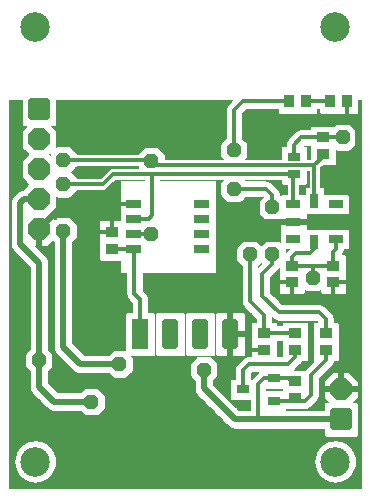
<source format=gtl>
%FSLAX35Y35*%
%MOIN*%
%IN16=KupferobenL1(X.Top)*%
%ADD10C,0.00197*%
%ADD11C,0.00205*%
%ADD12C,0.00256*%
%ADD13C,0.00500*%
%ADD14C,0.00512*%
%ADD15C,0.00591*%
%ADD16C,0.00768*%
%ADD17C,0.00787*%
%ADD18C,0.01181*%
%ADD19C,0.01575*%
%ADD20C,0.01969*%
%ADD21C,0.02362*%
%ADD22C,0.03150*%
%ADD23C,0.09843*%
%AMR_24*21,1,0.01181,0.01181,0,0,0.000*%
%ADD24R_24*%
%AMR_25*21,1,0.01969,0.01969,0,0,0.000*%
%ADD25R_25*%
%AMR_26*21,1,0.02362,0.04724,0,0,0.000*%
%ADD26R_26*%
%AMR_27*21,1,0.02756,0.04331,0,0,90.000*%
%ADD27R_27*%
%AMR_28*21,1,0.02953,0.04331,0,0,90.000*%
%ADD28R_28*%
%AMR_29*21,1,0.03150,0.04331,0,0,0.000*%
%ADD29R_29*%
%AMR_30*21,1,0.03150,0.04331,0,0,90.000*%
%ADD30R_30*%
%AMR_31*21,1,0.03150,0.04331,0,0,270.000*%
%ADD31R_31*%
%AMR_32*21,1,0.03543,0.04331,0,0,90.000*%
%ADD32R_32*%
%AMR_33*21,1,0.04724,0.02362,0,0,0.000*%
%ADD33R_33*%
%AMR_34*21,1,0.04724,0.07087,0,0,90.000*%
%ADD34R_34*%
%AMR_35*21,1,0.05000,0.02500,0,0,0.000*%
%ADD35R_35*%
%AMR_36*21,1,0.05512,0.05512,0,0,0.000*%
%ADD36R_36*%
%AMR_37*21,1,0.05512,0.05512,0,0,180.000*%
%ADD37R_37*%
%AMR_38*21,1,0.06250,0.06250,0,0,0.000*%
%ADD38R_38*%
%AMR_39*21,1,0.06250,0.07500,0,0,0.000*%
%ADD39R_39*%
%AMR_40*21,1,0.06693,0.04724,0,0,270.000*%
%ADD40R_40*%
%AMR_41*21,1,0.07500,0.07500,0,0,0.000*%
%ADD41R_41*%
%AMR_42*21,1,0.10236,0.05512,0,0,90.000*%
%ADD42R_42*%
%AMR_43*21,1,0.13189,0.07874,0,0,270.000*%
%ADD43R_43*%
%AMR_44*21,1,0.16250,0.19685,0,0,0.000*%
%ADD44R_44*%
%AMR_45*21,1,0.19685,0.19685,0,0,0.000*%
%ADD45R_45*%
%AMOCT_46*4,1,8,0.019685,0.013780,0.009843,0.023622,-0.009843,0.023622,-0.019685,0.013780,-0.019685,-0.013780,-0.009843,-0.023622,0.009843,-0.023622,0.019685,-0.013780,0.019685,0.013780,0.000*%
%ADD46OCT_46*%
%AMOCT_47*4,1,8,0.023622,0.009843,0.013780,0.019685,-0.013780,0.019685,-0.023622,0.009843,-0.023622,-0.009843,-0.013780,-0.019685,0.013780,-0.019685,0.023622,-0.009843,0.023622,0.009843,0.000*%
%ADD47OCT_47*%
%AMOCT_48*4,1,8,0.023622,0.011811,0.011811,0.023622,-0.011811,0.023622,-0.023622,0.011811,-0.023622,-0.011811,-0.011811,-0.023622,0.011811,-0.023622,0.023622,-0.011811,0.023622,0.011811,0.000*%
%ADD48OCT_48*%
%AMOCT_49*4,1,8,0.035433,0.017717,0.017717,0.035433,-0.017717,0.035433,-0.035433,0.017717,-0.035433,-0.017717,-0.017717,-0.035433,0.017717,-0.035433,0.035433,-0.017717,0.035433,0.017717,90.000*%
%ADD49OCT_49*%
%AMOCT_50*4,1,8,0.035433,0.017717,0.017717,0.035433,-0.017717,0.035433,-0.035433,0.017717,-0.035433,-0.017717,-0.017717,-0.035433,0.017717,-0.035433,0.035433,-0.017717,0.035433,0.017717,270.000*%
%ADD50OCT_50*%
%AMRR_51*21,1,0.01969,0.09843,0,0,180.000*21,1,0.01575,0.10236,0,0,180.000*1,1,0.00394,-0.00787,-0.04921*1,1,0.00394,0.00787,0.04921*1,1,0.00394,-0.00787,0.04921*1,1,0.00394,0.00787,-0.04921*%
%ADD51RR_51*%
%AMRR_52*21,1,0.02756,0.04173,0,0,180.000*21,1,0.02205,0.04724,0,0,180.000*1,1,0.00551,-0.01102,-0.02087*1,1,0.00551,0.01102,0.02087*1,1,0.00551,-0.01102,0.02087*1,1,0.00551,0.01102,-0.02087*%
%ADD52RR_52*%
%AMRR_53*21,1,0.02756,0.03346,0,0,180.000*21,1,0.01378,0.04724,0,0,180.000*1,1,0.01378,-0.00689,-0.01673*1,1,0.01378,0.00689,0.01673*1,1,0.01378,-0.00689,0.01673*1,1,0.01378,0.00689,-0.01673*%
%ADD53RR_53*%
%AMRR_54*21,1,0.07087,0.05669,0,0,90.000*21,1,0.05669,0.07087,0,0,90.000*1,1,0.01417,-0.02835,0.02835*1,1,0.01417,0.02835,-0.02835*1,1,0.01417,0.02835,0.02835*1,1,0.01417,-0.02835,-0.02835*%
%ADD54RR_54*%
%AMRR_55*21,1,0.07087,0.05669,0,0,270.000*21,1,0.05669,0.07087,0,0,270.000*1,1,0.01417,0.02835,-0.02835*1,1,0.01417,-0.02835,0.02835*1,1,0.01417,-0.02835,-0.02835*1,1,0.01417,0.02835,0.02835*%
%ADD55RR_55*%
%AMRR_56*21,1,0.08268,0.08583,0,0,180.000*21,1,0.06614,0.10236,0,0,180.000*1,1,0.01654,-0.03307,-0.04291*1,1,0.01654,0.03307,0.04291*1,1,0.01654,-0.03307,0.04291*1,1,0.01654,0.03307,-0.04291*%
%ADD56RR_56*%
%AMRR_57*21,1,0.08500,0.03400,0,0,0.000*21,1,0.07650,0.04250,0,0,0.000*1,1,0.00850,0.03825,0.01700*1,1,0.00850,-0.03825,-0.01700*1,1,0.00850,0.03825,-0.01700*1,1,0.00850,-0.03825,0.01700*%
%ADD57RR_57*%
%AMRR_58*21,1,0.10000,0.04000,0,0,0.000*21,1,0.09000,0.05000,0,0,0.000*1,1,0.01000,0.04500,0.02000*1,1,0.01000,-0.04500,-0.02000*1,1,0.01000,0.04500,-0.02000*1,1,0.01000,-0.04500,0.02000*%
%ADD58RR_58*%
%AMRR_59*21,1,0.10236,0.02756,0,0,90.000*21,1,0.07480,0.05512,0,0,90.000*1,1,0.02756,-0.01378,0.03740*1,1,0.02756,0.01378,-0.03740*1,1,0.02756,0.01378,0.03740*1,1,0.02756,-0.01378,-0.03740*%
%ADD59RR_59*%
G54D18*
X94375Y63125D02*
X94375Y68450D01*
X94375Y63125D02*
X108125Y63125D01*
X108125Y68450D01*
X94375Y68450D02*
X88450Y68450D01*
X108125Y68450D02*
X114675Y68450D01*
X41884Y94687D02*
X41875Y94687D01*
X34375Y94687D02*
X41875Y94687D01*
X34375Y94687D02*
X34375Y85300D01*
X41875Y94687D02*
X41884Y94687D01*
X34375Y85300D02*
X27187Y85300D01*
X41875Y94687D02*
X34375Y94687D01*
X41875Y94687D02*
X41884Y94687D01*
X94788Y88750D02*
X114675Y88750D01*
X114375Y89375D01*
X114675Y88750D02*
X114675Y68450D01*
X79687Y51250D02*
X79687Y45950D01*
X79687Y51250D02*
X80000Y51250D01*
X79687Y45950D02*
X85000Y45950D01*
X75312Y69375D02*
X75312Y81250D01*
X115937Y108437D02*
X115937Y120625D01*
X115937Y108437D02*
X114375Y106875D01*
X115937Y120625D02*
X112800Y123762D01*
X112800Y129062D01*
X94375Y76875D02*
X94375Y74050D01*
X94375Y76875D02*
X95625Y78125D01*
X100312Y78125D01*
X101875Y79687D01*
X101875Y81860D01*
X94375Y74050D02*
X101250Y74050D01*
X101250Y70000D01*
X101250Y74050D02*
X108125Y74050D01*
X108961Y83041D02*
X108961Y79586D01*
X108125Y78750D01*
X108125Y74050D01*
X95000Y110300D02*
X95000Y114375D01*
X97487Y116862D01*
X104687Y116862D01*
X104700Y116875D02*
X111250Y116875D01*
X34375Y79700D02*
X41884Y79687D01*
X34375Y79700D02*
X33437Y79700D01*
X41884Y79687D02*
X41884Y64677D01*
X43750Y62812D01*
X43750Y51250D01*
X93747Y35927D02*
X95312Y35612D01*
X88243Y36552D02*
X84990Y36552D01*
X83125Y34687D01*
X83125Y22812D01*
X88243Y36552D02*
X94372Y36552D01*
X95312Y35612D01*
X48125Y109375D02*
X18125Y109375D01*
X48125Y108750D02*
X49375Y107500D01*
X101875Y107500D01*
X101875Y95639D01*
X104687Y111262D02*
X105000Y110950D01*
X101875Y107500D02*
X104687Y110312D01*
X104687Y111262D01*
X41884Y84687D02*
X47500Y84687D01*
X48125Y108750D02*
X48125Y109375D01*
X18125Y101250D02*
X31250Y101250D01*
X34700Y104700D01*
X47812Y104700D02*
X95000Y104700D01*
X94788Y104488D02*
X94788Y94458D01*
X94788Y104488D02*
X95000Y104700D01*
X41884Y89687D02*
X46562Y89687D01*
X47812Y90937D01*
X47812Y104700D01*
X34700Y104700D01*
X10000Y33750D02*
X10000Y42500D01*
X88243Y29072D02*
X94372Y29072D01*
X95312Y30012D01*
X98759Y29072D02*
X88243Y29072D01*
X98759Y29072D02*
X100625Y30937D01*
X100625Y37500D01*
X105625Y42500D01*
X105625Y45950D01*
X80312Y62187D02*
X80312Y77812D01*
X85000Y51550D02*
X95312Y51550D01*
X80312Y62187D02*
X85000Y57500D01*
X85000Y51550D01*
X87812Y74687D02*
X87812Y77812D01*
X84375Y71250D02*
X87812Y74687D01*
X84375Y71250D02*
X84375Y64062D01*
X90000Y58437D02*
X84375Y64062D01*
X103437Y58437D02*
X90000Y58437D01*
X103437Y58437D02*
X105625Y56250D01*
X105625Y51550D01*
X93125Y41250D02*
X80000Y41250D01*
X78006Y39256D01*
X78006Y32812D01*
X93125Y41250D02*
X95312Y43437D01*
X95312Y45950D01*
X87187Y93125D02*
X87812Y93437D01*
X78125Y129062D02*
X93450Y129062D01*
X78125Y129062D02*
X75000Y125937D01*
X75000Y112500D01*
X85625Y99687D02*
X75000Y99687D01*
X85625Y99687D02*
X87812Y97500D01*
X87812Y93437D01*
X99050Y129062D02*
X107200Y129062D01*
G54D20*
X10000Y86250D02*
X18750Y95000D01*
X110625Y32812D02*
X110625Y40000D01*
X110625Y32812D02*
X116250Y32812D01*
X73750Y51250D02*
X79687Y51250D01*
X73750Y51250D02*
X73750Y41250D01*
X94788Y88750D02*
X104062Y88750D01*
X18750Y95000D02*
X30000Y95000D01*
X30312Y94687D02*
X34375Y94687D01*
X30312Y94687D02*
X30000Y95000D01*
X73750Y51250D02*
X73750Y63437D01*
X75312Y65000D01*
X75312Y69375D01*
X84687Y88750D02*
X94788Y88750D01*
X84687Y88750D02*
X79375Y83437D01*
X77500Y83437D01*
X75312Y81250D01*
X104700Y116875D02*
X104687Y116862D01*
X65000Y33125D02*
X65000Y39375D01*
X65000Y33125D02*
X75312Y22812D01*
X110625Y22812D02*
X83125Y22812D01*
X75312Y22812D01*
X18125Y46875D02*
X18125Y85625D01*
X23750Y41250D02*
X18125Y46875D01*
X23750Y41250D02*
X36875Y41250D01*
X15000Y28750D02*
X27500Y28750D01*
X10000Y33750D02*
X15000Y28750D01*
X10000Y33750D02*
X10000Y42500D01*
X10000Y75000D02*
X3750Y81250D01*
X3750Y95000D02*
X3750Y81250D01*
X5000Y96250D02*
X3750Y95000D01*
X10000Y96250D02*
X5000Y96250D01*
X10000Y42500D02*
X10000Y75000D01*
G54D23*
X108750Y153750D03*
X8750Y153750D03*
X8750Y8750D03*
X108750Y8750D03*
G54D26*
X101875Y81860D03*
X101875Y95639D03*
G54D27*
X88243Y29072D03*
X88243Y36552D03*
X78006Y32812D03*
G54D28*
X95000Y104700D03*
X95000Y110300D03*
G54D29*
X93450Y129062D03*
X99050Y129062D03*
X107200Y129062D03*
X112800Y129062D03*
G54D30*
X104687Y111262D03*
X104687Y116862D03*
X95312Y45950D03*
X95312Y51550D03*
X105625Y45950D03*
X105625Y51550D03*
G54D31*
X108125Y74050D03*
X108125Y68450D03*
X94375Y74050D03*
X94375Y68450D03*
X95312Y35612D03*
X95312Y30012D03*
X85000Y51550D03*
X85000Y45950D03*
G54D32*
X34375Y79700D03*
X34375Y85300D03*
G54D33*
X94788Y83041D03*
X108961Y83041D03*
X108961Y94458D03*
X94788Y94458D03*
X94788Y88750D03*
G54D35*
X41884Y79687D03*
X41884Y84687D03*
X41884Y89687D03*
X41884Y94687D03*
X64404Y79687D03*
X64404Y84687D03*
X64404Y89687D03*
X64404Y94687D03*
G54D42*
X43750Y51250D03*
G54D46*
X36875Y69375D03*
G54D47*
X114375Y89375D03*
G54D48*
X96250Y5625D03*
X21250Y5625D03*
X114375Y106875D03*
X114375Y41562D03*
X3125Y35625D03*
X3125Y61250D03*
X114375Y61875D03*
X36875Y116875D03*
X66875Y116875D03*
X75312Y69375D03*
X57187Y39375D03*
X101250Y70000D03*
X111250Y116875D03*
X65000Y39375D03*
X18125Y109375D03*
X47500Y84687D03*
X47500Y109062D03*
X18125Y85625D03*
X36875Y41250D03*
X18125Y101250D03*
X27500Y28750D03*
X10000Y42500D03*
X80312Y77812D03*
X87812Y77812D03*
X87812Y93437D03*
X75000Y99687D03*
X75000Y112500D03*
G54D49*
X110625Y32812D03*
G54D50*
X10000Y116250D03*
X10000Y106250D03*
X10000Y96250D03*
X10000Y86250D03*
G54D54*
X110625Y22812D03*
G54D55*
X10000Y126250D03*
G54D59*
X53750Y51250D03*
X63750Y51250D03*
X73750Y51250D03*
G36*
X9015Y80000D02*
X9015Y86250D01*
X10984Y86250D01*
X10984Y80000D01*
X9015Y80000D01*
D02*G37*
G36*
X104687Y31828D02*
X104687Y33796D01*
X110625Y33796D01*
X110625Y31828D01*
X104687Y31828D01*
D02*G37*
G54D10*
X98Y0D02*
X117401Y0D01*
X98Y157D02*
X117401Y157D01*
X98Y314D02*
X117401Y314D01*
X98Y472D02*
X117401Y472D01*
X98Y629D02*
X117401Y629D01*
X98Y787D02*
X117401Y787D01*
X98Y944D02*
X117401Y944D01*
X98Y1102D02*
X117401Y1102D01*
X98Y1259D02*
X117401Y1259D01*
X98Y1417D02*
X117401Y1417D01*
X98Y1574D02*
X117401Y1574D01*
X98Y1732D02*
X117401Y1732D01*
X109143Y1732D02*
X109537Y1771D01*
X108395Y1732D02*
X108001Y1771D01*
X9143Y1732D02*
X9537Y1771D01*
X8395Y1732D02*
X8001Y1771D01*
X98Y1889D02*
X7446Y1889D01*
X10093Y1889D02*
X107446Y1889D01*
X110093Y1889D02*
X117401Y1889D01*
X98Y2047D02*
X6664Y2047D01*
X10874Y2047D02*
X106664Y2047D01*
X110874Y2047D02*
X117401Y2047D01*
X109537Y1771D02*
X110648Y2007D01*
X108001Y1771D02*
X106890Y2007D01*
X9537Y1771D02*
X10648Y2007D01*
X8001Y1771D02*
X6890Y2007D01*
X110648Y2007D02*
X110874Y2047D01*
X106890Y2007D02*
X106664Y2047D01*
X10648Y2007D02*
X10874Y2047D01*
X6890Y2007D02*
X6664Y2047D01*
X110874Y2047D02*
X110994Y2086D01*
X106664Y2047D02*
X106545Y2086D01*
X10874Y2047D02*
X10994Y2086D01*
X6664Y2047D02*
X6545Y2086D01*
X110994Y2086D02*
X111063Y2125D01*
X106545Y2086D02*
X106476Y2125D01*
X10994Y2086D02*
X11063Y2125D01*
X6545Y2086D02*
X6476Y2125D01*
X98Y2204D02*
X6299Y2204D01*
X11240Y2204D02*
X106299Y2204D01*
X111240Y2204D02*
X117401Y2204D01*
X98Y2362D02*
X5945Y2362D01*
X11593Y2362D02*
X105945Y2362D01*
X111593Y2362D02*
X117401Y2362D01*
X98Y2519D02*
X5591Y2519D01*
X11947Y2519D02*
X105591Y2519D01*
X111947Y2519D02*
X117401Y2519D01*
X98Y2677D02*
X5240Y2677D01*
X12298Y2677D02*
X105240Y2677D01*
X112298Y2677D02*
X117401Y2677D01*
X111063Y2125D02*
X112298Y2677D01*
X106476Y2125D02*
X105240Y2677D01*
X11063Y2125D02*
X12298Y2677D01*
X6476Y2125D02*
X5240Y2677D01*
X98Y2834D02*
X5023Y2834D01*
X12515Y2834D02*
X105023Y2834D01*
X112515Y2834D02*
X117401Y2834D01*
X98Y2992D02*
X4807Y2992D01*
X12732Y2992D02*
X104807Y2992D01*
X112732Y2992D02*
X117401Y2992D01*
X98Y3149D02*
X4590Y3149D01*
X12949Y3149D02*
X104590Y3149D01*
X112949Y3149D02*
X117401Y3149D01*
X98Y3307D02*
X4373Y3307D01*
X13165Y3307D02*
X104373Y3307D01*
X113165Y3307D02*
X117401Y3307D01*
X98Y3464D02*
X4156Y3464D01*
X13382Y3464D02*
X104156Y3464D01*
X113382Y3464D02*
X117401Y3464D01*
X112298Y2677D02*
X113382Y3464D01*
X105240Y2677D02*
X104156Y3464D01*
X12298Y2677D02*
X13382Y3464D01*
X5240Y2677D02*
X4156Y3464D01*
X113382Y3464D02*
X113446Y3503D01*
X104156Y3464D02*
X104092Y3503D01*
X13382Y3464D02*
X13446Y3503D01*
X4156Y3464D02*
X4092Y3503D01*
X113446Y3503D02*
X113488Y3543D01*
X104092Y3503D02*
X104050Y3543D01*
X13446Y3503D02*
X13488Y3543D01*
X4092Y3503D02*
X4050Y3543D01*
X98Y3622D02*
X3986Y3622D01*
X13552Y3622D02*
X103986Y3622D01*
X113552Y3622D02*
X117401Y3622D01*
X113488Y3543D02*
X113517Y3582D01*
X104050Y3543D02*
X104021Y3582D01*
X13488Y3543D02*
X13517Y3582D01*
X4050Y3543D02*
X4021Y3582D01*
X98Y3779D02*
X3844Y3779D01*
X13694Y3779D02*
X103844Y3779D01*
X113694Y3779D02*
X117401Y3779D01*
X98Y3937D02*
X3702Y3937D01*
X13836Y3937D02*
X103702Y3937D01*
X113836Y3937D02*
X117401Y3937D01*
X98Y4094D02*
X3561Y4094D01*
X13978Y4094D02*
X103561Y4094D01*
X113978Y4094D02*
X117401Y4094D01*
X98Y4251D02*
X3419Y4251D01*
X14120Y4251D02*
X103419Y4251D01*
X114120Y4251D02*
X117401Y4251D01*
X98Y4409D02*
X3277Y4409D01*
X14261Y4409D02*
X103277Y4409D01*
X114261Y4409D02*
X117401Y4409D01*
X98Y4566D02*
X3135Y4566D01*
X14403Y4566D02*
X103135Y4566D01*
X114403Y4566D02*
X117401Y4566D01*
X113517Y3582D02*
X114441Y4606D01*
X104021Y3582D02*
X103098Y4606D01*
X13517Y3582D02*
X14441Y4606D01*
X4021Y3582D02*
X3098Y4606D01*
X114441Y4606D02*
X114467Y4645D01*
X103098Y4606D02*
X103071Y4645D01*
X14441Y4606D02*
X14467Y4645D01*
X3098Y4606D02*
X3071Y4645D01*
X98Y4724D02*
X3027Y4724D01*
X14511Y4724D02*
X103027Y4724D01*
X114511Y4724D02*
X117401Y4724D01*
X114467Y4645D02*
X114534Y4763D01*
X103071Y4645D02*
X103005Y4763D01*
X14467Y4645D02*
X14534Y4763D01*
X3071Y4645D02*
X3005Y4763D01*
X98Y4881D02*
X2936Y4881D01*
X14602Y4881D02*
X102936Y4881D01*
X114602Y4881D02*
X117401Y4881D01*
X98Y5039D02*
X2846Y5039D01*
X14693Y5039D02*
X102846Y5039D01*
X114693Y5039D02*
X117401Y5039D01*
X98Y5196D02*
X2755Y5196D01*
X14784Y5196D02*
X102755Y5196D01*
X114784Y5196D02*
X117401Y5196D01*
X98Y5354D02*
X2664Y5354D01*
X14875Y5354D02*
X102664Y5354D01*
X114875Y5354D02*
X117401Y5354D01*
X98Y5511D02*
X2573Y5511D01*
X14966Y5511D02*
X102573Y5511D01*
X114966Y5511D02*
X117401Y5511D01*
X98Y5669D02*
X2482Y5669D01*
X15056Y5669D02*
X102482Y5669D01*
X115056Y5669D02*
X117401Y5669D01*
X98Y5826D02*
X2386Y5826D01*
X15153Y5826D02*
X102386Y5826D01*
X115153Y5826D02*
X117401Y5826D01*
X114534Y4763D02*
X115125Y5787D01*
X103005Y4763D02*
X102414Y5787D01*
X14534Y4763D02*
X15125Y5787D01*
X3005Y4763D02*
X2414Y5787D01*
X115125Y5787D02*
X115179Y5866D01*
X102414Y5787D02*
X102359Y5866D01*
X15125Y5787D02*
X15179Y5866D01*
X2414Y5787D02*
X2359Y5866D01*
X115179Y5866D02*
X115196Y5905D01*
X102359Y5866D02*
X102343Y5905D01*
X15179Y5866D02*
X15196Y5905D01*
X2359Y5866D02*
X2343Y5905D01*
X98Y5984D02*
X2322Y5984D01*
X15216Y5984D02*
X102322Y5984D01*
X115216Y5984D02*
X117401Y5984D01*
X115196Y5905D02*
X115216Y5984D01*
X102343Y5905D02*
X102322Y5984D01*
X15196Y5905D02*
X15216Y5984D01*
X2343Y5905D02*
X2322Y5984D01*
X98Y6141D02*
X2271Y6141D01*
X15267Y6141D02*
X102271Y6141D01*
X115267Y6141D02*
X117401Y6141D01*
X98Y6299D02*
X2220Y6299D01*
X15319Y6299D02*
X102220Y6299D01*
X115319Y6299D02*
X117401Y6299D01*
X98Y6456D02*
X2169Y6456D01*
X15370Y6456D02*
X102169Y6456D01*
X115370Y6456D02*
X117401Y6456D01*
X98Y6614D02*
X2118Y6614D01*
X15421Y6614D02*
X102118Y6614D01*
X115421Y6614D02*
X117401Y6614D01*
X98Y6771D02*
X2066Y6771D01*
X15472Y6771D02*
X102066Y6771D01*
X115472Y6771D02*
X117401Y6771D01*
X98Y6929D02*
X2015Y6929D01*
X15523Y6929D02*
X102015Y6929D01*
X115523Y6929D02*
X117401Y6929D01*
X98Y7086D02*
X1964Y7086D01*
X15574Y7086D02*
X101964Y7086D01*
X115574Y7086D02*
X117401Y7086D01*
X98Y7244D02*
X1913Y7244D01*
X15626Y7244D02*
X101913Y7244D01*
X115626Y7244D02*
X117401Y7244D01*
X115216Y5984D02*
X115636Y7283D01*
X102322Y5984D02*
X101902Y7283D01*
X15216Y5984D02*
X15636Y7283D01*
X2322Y5984D02*
X1902Y7283D01*
X115636Y7283D02*
X115646Y7322D01*
X101902Y7283D02*
X101893Y7322D01*
X15636Y7283D02*
X15646Y7322D01*
X1902Y7283D02*
X1893Y7322D01*
X98Y7401D02*
X1884Y7401D01*
X15654Y7401D02*
X101884Y7401D01*
X115654Y7401D02*
X117401Y7401D01*
X98Y7559D02*
X1868Y7559D01*
X15671Y7559D02*
X101868Y7559D01*
X115671Y7559D02*
X117401Y7559D01*
X98Y7716D02*
X1851Y7716D01*
X15687Y7716D02*
X101851Y7716D01*
X115687Y7716D02*
X117401Y7716D01*
X98Y7874D02*
X1835Y7874D01*
X15704Y7874D02*
X101835Y7874D01*
X115704Y7874D02*
X117401Y7874D01*
X98Y8031D02*
X1818Y8031D01*
X15720Y8031D02*
X101818Y8031D01*
X115720Y8031D02*
X117401Y8031D01*
X98Y8188D02*
X1802Y8188D01*
X15737Y8188D02*
X101802Y8188D01*
X115737Y8188D02*
X117401Y8188D01*
X98Y8346D02*
X1785Y8346D01*
X15753Y8346D02*
X101785Y8346D01*
X115753Y8346D02*
X117401Y8346D01*
X98Y8503D02*
X1768Y8503D01*
X15770Y8503D02*
X101768Y8503D01*
X115770Y8503D02*
X117401Y8503D01*
X98Y8661D02*
X1752Y8661D01*
X15786Y8661D02*
X101752Y8661D01*
X115786Y8661D02*
X117401Y8661D01*
X98Y8818D02*
X1745Y8818D01*
X15794Y8818D02*
X101745Y8818D01*
X115794Y8818D02*
X117401Y8818D01*
X115646Y7322D02*
X115797Y8779D01*
X101893Y7322D02*
X101742Y8779D01*
X15646Y7322D02*
X15797Y8779D01*
X1893Y7322D02*
X1742Y8779D01*
X115797Y8779D02*
X115784Y8897D01*
X101742Y8779D02*
X101754Y8897D01*
X15797Y8779D02*
X15784Y8897D01*
X1742Y8779D02*
X1754Y8897D01*
X98Y8976D02*
X1762Y8976D01*
X15776Y8976D02*
X101762Y8976D01*
X115776Y8976D02*
X117401Y8976D01*
X98Y9133D02*
X1779Y9133D01*
X15760Y9133D02*
X101779Y9133D01*
X115760Y9133D02*
X117401Y9133D01*
X98Y9291D02*
X1795Y9291D01*
X15743Y9291D02*
X101795Y9291D01*
X115743Y9291D02*
X117401Y9291D01*
X98Y9448D02*
X1812Y9448D01*
X15726Y9448D02*
X101812Y9448D01*
X115726Y9448D02*
X117401Y9448D01*
X98Y9606D02*
X1828Y9606D01*
X15710Y9606D02*
X101828Y9606D01*
X115710Y9606D02*
X117401Y9606D01*
X98Y9763D02*
X1845Y9763D01*
X15693Y9763D02*
X101845Y9763D01*
X115693Y9763D02*
X117401Y9763D01*
X98Y9921D02*
X1862Y9921D01*
X15677Y9921D02*
X101862Y9921D01*
X115677Y9921D02*
X117401Y9921D01*
X98Y10078D02*
X1878Y10078D01*
X15660Y10078D02*
X101878Y10078D01*
X115660Y10078D02*
X117401Y10078D01*
X98Y10236D02*
X1893Y10236D01*
X15645Y10236D02*
X101893Y10236D01*
X115645Y10236D02*
X117401Y10236D01*
X115784Y8897D02*
X115645Y10236D01*
X101754Y8897D02*
X101893Y10236D01*
X15784Y8897D02*
X15645Y10236D01*
X1754Y8897D02*
X1893Y10236D01*
X115645Y10236D02*
X115636Y10275D01*
X101893Y10236D02*
X101903Y10275D01*
X15645Y10236D02*
X15636Y10275D01*
X1893Y10236D02*
X1903Y10275D01*
X98Y10393D02*
X1945Y10393D01*
X15594Y10393D02*
X101945Y10393D01*
X115594Y10393D02*
X117401Y10393D01*
X115636Y10275D02*
X115606Y10354D01*
X101903Y10275D02*
X101932Y10354D01*
X15636Y10275D02*
X15606Y10354D01*
X1903Y10275D02*
X1932Y10354D01*
X98Y10551D02*
X1996Y10551D01*
X15542Y10551D02*
X101996Y10551D01*
X115542Y10551D02*
X117401Y10551D01*
X98Y10708D02*
X2047Y10708D01*
X15491Y10708D02*
X102047Y10708D01*
X115491Y10708D02*
X117401Y10708D01*
X98Y10866D02*
X2098Y10866D01*
X15440Y10866D02*
X102098Y10866D01*
X115440Y10866D02*
X117401Y10866D01*
X98Y11023D02*
X2149Y11023D01*
X15389Y11023D02*
X102149Y11023D01*
X115389Y11023D02*
X117401Y11023D01*
X98Y11181D02*
X2201Y11181D01*
X15338Y11181D02*
X102201Y11181D01*
X115338Y11181D02*
X117401Y11181D01*
X98Y11338D02*
X2252Y11338D01*
X15287Y11338D02*
X102252Y11338D01*
X115287Y11338D02*
X117401Y11338D01*
X98Y11496D02*
X2303Y11496D01*
X15235Y11496D02*
X102303Y11496D01*
X115235Y11496D02*
X117401Y11496D01*
X98Y11653D02*
X2358Y11653D01*
X15180Y11653D02*
X102358Y11653D01*
X115180Y11653D02*
X117401Y11653D01*
X115606Y10354D02*
X115180Y11653D01*
X101932Y10354D02*
X102358Y11653D01*
X15606Y10354D02*
X15180Y11653D01*
X1932Y10354D02*
X2358Y11653D01*
X98Y11811D02*
X2448Y11811D01*
X15091Y11811D02*
X102448Y11811D01*
X115091Y11811D02*
X117401Y11811D01*
X115180Y11653D02*
X115091Y11811D01*
X102358Y11653D02*
X102448Y11811D01*
X15180Y11653D02*
X15091Y11811D01*
X2358Y11653D02*
X2448Y11811D01*
X98Y11968D02*
X2539Y11968D01*
X15000Y11968D02*
X102539Y11968D01*
X115000Y11968D02*
X117401Y11968D01*
X98Y12125D02*
X2630Y12125D01*
X14909Y12125D02*
X102630Y12125D01*
X114909Y12125D02*
X117401Y12125D01*
X98Y12283D02*
X2721Y12283D01*
X14818Y12283D02*
X102721Y12283D01*
X114818Y12283D02*
X117401Y12283D01*
X98Y12440D02*
X2811Y12440D01*
X14727Y12440D02*
X102811Y12440D01*
X114727Y12440D02*
X117401Y12440D01*
X98Y12598D02*
X2902Y12598D01*
X14636Y12598D02*
X102902Y12598D01*
X114636Y12598D02*
X117401Y12598D01*
X98Y12755D02*
X2993Y12755D01*
X14545Y12755D02*
X102993Y12755D01*
X114545Y12755D02*
X117401Y12755D01*
X98Y12913D02*
X3088Y12913D01*
X14451Y12913D02*
X103088Y12913D01*
X114451Y12913D02*
X117401Y12913D01*
X115091Y11811D02*
X114451Y12913D01*
X102448Y11811D02*
X103088Y12913D01*
X15091Y11811D02*
X14451Y12913D01*
X2448Y11811D02*
X3088Y12913D01*
X114451Y12913D02*
X114421Y12952D01*
X103088Y12913D02*
X103118Y12952D01*
X14451Y12913D02*
X14421Y12952D01*
X3088Y12913D02*
X3118Y12952D01*
X98Y13070D02*
X3224Y13070D01*
X14315Y13070D02*
X103224Y13070D01*
X114315Y13070D02*
X117401Y13070D01*
X98Y13228D02*
X3366Y13228D01*
X14173Y13228D02*
X103366Y13228D01*
X114173Y13228D02*
X117401Y13228D01*
X98Y13385D02*
X3507Y13385D01*
X14031Y13385D02*
X103507Y13385D01*
X114031Y13385D02*
X117401Y13385D01*
X98Y13543D02*
X3649Y13543D01*
X13889Y13543D02*
X103649Y13543D01*
X113889Y13543D02*
X117401Y13543D01*
X98Y13700D02*
X3791Y13700D01*
X13747Y13700D02*
X103791Y13700D01*
X113747Y13700D02*
X117401Y13700D01*
X98Y13858D02*
X3933Y13858D01*
X13606Y13858D02*
X103933Y13858D01*
X113606Y13858D02*
X117401Y13858D01*
X98Y14015D02*
X4081Y14015D01*
X13457Y14015D02*
X104081Y14015D01*
X113457Y14015D02*
X117401Y14015D01*
X114421Y12952D02*
X113499Y13976D01*
X103118Y12952D02*
X104039Y13976D01*
X14421Y12952D02*
X13499Y13976D01*
X3118Y12952D02*
X4039Y13976D01*
X113499Y13976D02*
X113457Y14015D01*
X104039Y13976D02*
X104081Y14015D01*
X13499Y13976D02*
X13457Y14015D01*
X4039Y13976D02*
X4081Y14015D01*
X113457Y14015D02*
X113409Y14055D01*
X104081Y14015D02*
X104129Y14055D01*
X13457Y14015D02*
X13409Y14055D01*
X4081Y14015D02*
X4129Y14055D01*
X98Y14173D02*
X4292Y14173D01*
X13247Y14173D02*
X104292Y14173D01*
X113247Y14173D02*
X117401Y14173D01*
X98Y14330D02*
X4509Y14330D01*
X13030Y14330D02*
X104509Y14330D01*
X113030Y14330D02*
X117401Y14330D01*
X98Y14488D02*
X4725Y14488D01*
X12813Y14488D02*
X104725Y14488D01*
X112813Y14488D02*
X117401Y14488D01*
X98Y14645D02*
X4942Y14645D01*
X12596Y14645D02*
X104942Y14645D01*
X112596Y14645D02*
X117401Y14645D01*
X98Y14803D02*
X5159Y14803D01*
X12380Y14803D02*
X105159Y14803D01*
X112380Y14803D02*
X117401Y14803D01*
X113409Y14055D02*
X112380Y14803D01*
X104129Y14055D02*
X105159Y14803D01*
X13409Y14055D02*
X12380Y14803D01*
X4129Y14055D02*
X5159Y14803D01*
X112380Y14803D02*
X112294Y14881D01*
X105159Y14803D02*
X105244Y14881D01*
X12380Y14803D02*
X12294Y14881D01*
X5159Y14803D02*
X5244Y14881D01*
X98Y14960D02*
X5459Y14960D01*
X12080Y14960D02*
X105459Y14960D01*
X112080Y14960D02*
X117401Y14960D01*
X112294Y14881D02*
X112175Y14921D01*
X105244Y14881D02*
X105364Y14921D01*
X12294Y14881D02*
X12175Y14921D01*
X5244Y14881D02*
X5364Y14921D01*
X112175Y14921D02*
X112080Y14960D01*
X105364Y14921D02*
X105459Y14960D01*
X12175Y14921D02*
X12080Y14960D01*
X5364Y14921D02*
X5459Y14960D01*
X98Y15118D02*
X5812Y15118D01*
X11726Y15118D02*
X105812Y15118D01*
X111726Y15118D02*
X117401Y15118D01*
X98Y15275D02*
X6166Y15275D01*
X11372Y15275D02*
X106166Y15275D01*
X111372Y15275D02*
X117401Y15275D01*
X98Y15433D02*
X6520Y15433D01*
X11019Y15433D02*
X106520Y15433D01*
X111019Y15433D02*
X117401Y15433D01*
X112080Y14960D02*
X111019Y15433D01*
X105459Y14960D02*
X106520Y15433D01*
X12080Y14960D02*
X11019Y15433D01*
X5459Y14960D02*
X6520Y15433D01*
X111019Y15433D02*
X110899Y15472D01*
X106520Y15433D02*
X106639Y15472D01*
X11019Y15433D02*
X10899Y15472D01*
X6520Y15433D02*
X6639Y15472D01*
X110899Y15472D02*
X110741Y15511D01*
X106639Y15472D02*
X106797Y15511D01*
X10899Y15472D02*
X10741Y15511D01*
X6639Y15472D02*
X6797Y15511D01*
X98Y15590D02*
X7168Y15590D01*
X10371Y15590D02*
X107168Y15590D01*
X110371Y15590D02*
X117401Y15590D01*
X98Y15748D02*
X7909Y15748D01*
X9630Y15748D02*
X107909Y15748D01*
X109630Y15748D02*
X117401Y15748D01*
X110741Y15511D02*
X109630Y15748D01*
X106797Y15511D02*
X107909Y15748D01*
X10741Y15511D02*
X9630Y15748D01*
X6797Y15511D02*
X7909Y15748D01*
X8451Y15826D02*
X9087Y15826D01*
X108451Y15826D02*
X109087Y15826D01*
X109630Y15748D02*
X109481Y15787D01*
X107909Y15748D02*
X108057Y15787D01*
X9630Y15748D02*
X9481Y15787D01*
X7909Y15748D02*
X8057Y15787D01*
X109481Y15787D02*
X109087Y15826D01*
X108057Y15787D02*
X108451Y15826D01*
X9481Y15787D02*
X9087Y15826D01*
X8057Y15787D02*
X8451Y15826D01*
X98Y15905D02*
X117401Y15905D01*
X98Y16062D02*
X117401Y16062D01*
X98Y16220D02*
X117401Y16220D01*
X98Y16377D02*
X117401Y16377D01*
X98Y16535D02*
X117401Y16535D01*
X98Y16692D02*
X117401Y16692D01*
X98Y16850D02*
X117401Y16850D01*
X98Y17007D02*
X117401Y17007D01*
X105585Y17086D02*
X115664Y17086D01*
X98Y17165D02*
X105072Y17165D01*
X116177Y17165D02*
X117401Y17165D01*
X115664Y17086D02*
X116058Y17125D01*
X105585Y17086D02*
X105191Y17125D01*
X116058Y17125D02*
X116177Y17165D01*
X105191Y17125D02*
X105072Y17165D01*
X116177Y17165D02*
X116219Y17204D01*
X105072Y17165D02*
X105030Y17204D01*
X116219Y17204D02*
X116245Y17244D01*
X105030Y17204D02*
X105004Y17244D01*
X98Y17322D02*
X104978Y17322D01*
X116271Y17322D02*
X117401Y17322D01*
X116245Y17244D02*
X116262Y17283D01*
X105004Y17244D02*
X104987Y17283D01*
X116262Y17283D02*
X116271Y17322D01*
X104987Y17283D02*
X104978Y17322D01*
X116271Y17322D02*
X116274Y17401D01*
X104978Y17322D02*
X104975Y17401D01*
X98Y17480D02*
X104975Y17480D01*
X116274Y17480D02*
X117401Y17480D01*
X98Y17637D02*
X104975Y17637D01*
X116274Y17637D02*
X117401Y17637D01*
X98Y17795D02*
X104975Y17795D01*
X116274Y17795D02*
X117401Y17795D01*
X98Y17952D02*
X104975Y17952D01*
X116274Y17952D02*
X117401Y17952D01*
X98Y18110D02*
X104975Y18110D01*
X116274Y18110D02*
X117401Y18110D01*
X98Y18267D02*
X104975Y18267D01*
X116274Y18267D02*
X117401Y18267D01*
X98Y18425D02*
X104975Y18425D01*
X116274Y18425D02*
X117401Y18425D01*
X98Y18582D02*
X104975Y18582D01*
X116274Y18582D02*
X117401Y18582D01*
X98Y18740D02*
X104975Y18740D01*
X116274Y18740D02*
X117401Y18740D01*
X98Y18897D02*
X104975Y18897D01*
X116274Y18897D02*
X117401Y18897D01*
X98Y19055D02*
X104975Y19055D01*
X116274Y19055D02*
X117401Y19055D01*
X98Y19212D02*
X104975Y19212D01*
X116274Y19212D02*
X117401Y19212D01*
X98Y19370D02*
X104975Y19370D01*
X116274Y19370D02*
X117401Y19370D01*
X98Y19527D02*
X104975Y19527D01*
X116274Y19527D02*
X117401Y19527D01*
X75706Y19645D02*
X104581Y19645D01*
X98Y19685D02*
X75312Y19685D01*
X116274Y19685D02*
X117401Y19685D01*
X104975Y17401D02*
X104975Y19645D01*
X75706Y19645D02*
X75312Y19685D01*
X75256Y19685D02*
X74862Y19724D01*
X74862Y19724D02*
X74743Y19763D01*
X98Y19842D02*
X74424Y19842D01*
X116274Y19842D02*
X117401Y19842D01*
X74743Y19763D02*
X74661Y19803D01*
X74661Y19803D02*
X74424Y19842D01*
X74424Y19842D02*
X74304Y19881D01*
X98Y20000D02*
X74007Y20000D01*
X116274Y20000D02*
X117401Y20000D01*
X74304Y19881D02*
X74150Y19960D01*
X74150Y19960D02*
X74007Y20000D01*
X74007Y20000D02*
X73888Y20039D01*
X98Y20157D02*
X73746Y20157D01*
X116274Y20157D02*
X117401Y20157D01*
X73888Y20039D02*
X73801Y20118D01*
X73801Y20118D02*
X73746Y20157D01*
X73746Y20157D02*
X73687Y20196D01*
X73687Y20196D02*
X73610Y20236D01*
X98Y20314D02*
X73461Y20314D01*
X116274Y20314D02*
X117401Y20314D01*
X73610Y20236D02*
X73503Y20275D01*
X73503Y20275D02*
X73461Y20314D01*
X73461Y20314D02*
X73435Y20354D01*
X98Y20472D02*
X73313Y20472D01*
X116274Y20472D02*
X117401Y20472D01*
X73435Y20354D02*
X73358Y20433D01*
X73358Y20433D02*
X73313Y20472D01*
X98Y20629D02*
X73111Y20629D01*
X116274Y20629D02*
X117401Y20629D01*
X73313Y20472D02*
X73153Y20590D01*
X73153Y20590D02*
X73072Y20669D01*
X98Y20787D02*
X72954Y20787D01*
X116274Y20787D02*
X117401Y20787D01*
X98Y20944D02*
X72796Y20944D01*
X116274Y20944D02*
X117401Y20944D01*
X98Y21102D02*
X72639Y21102D01*
X116274Y21102D02*
X117401Y21102D01*
X98Y21259D02*
X72481Y21259D01*
X116274Y21259D02*
X117401Y21259D01*
X98Y21417D02*
X72324Y21417D01*
X116274Y21417D02*
X117401Y21417D01*
X98Y21574D02*
X72166Y21574D01*
X116274Y21574D02*
X117401Y21574D01*
X98Y21732D02*
X72009Y21732D01*
X116274Y21732D02*
X117401Y21732D01*
X98Y21889D02*
X71851Y21889D01*
X116274Y21889D02*
X117401Y21889D01*
X98Y22047D02*
X71694Y22047D01*
X116274Y22047D02*
X117401Y22047D01*
X98Y22204D02*
X71536Y22204D01*
X116274Y22204D02*
X117401Y22204D01*
X98Y22362D02*
X71379Y22362D01*
X116274Y22362D02*
X117401Y22362D01*
X98Y22519D02*
X71221Y22519D01*
X116274Y22519D02*
X117401Y22519D01*
X98Y22677D02*
X71064Y22677D01*
X116274Y22677D02*
X117401Y22677D01*
X98Y22834D02*
X70907Y22834D01*
X116274Y22834D02*
X117401Y22834D01*
X98Y22992D02*
X70749Y22992D01*
X116274Y22992D02*
X117401Y22992D01*
X98Y23149D02*
X70592Y23149D01*
X116274Y23149D02*
X117401Y23149D01*
X98Y23307D02*
X70434Y23307D01*
X116274Y23307D02*
X117401Y23307D01*
X98Y23464D02*
X70277Y23464D01*
X116274Y23464D02*
X117401Y23464D01*
X98Y23622D02*
X70119Y23622D01*
X116274Y23622D02*
X117401Y23622D01*
X98Y23779D02*
X69962Y23779D01*
X116274Y23779D02*
X117401Y23779D01*
X98Y23937D02*
X69804Y23937D01*
X116274Y23937D02*
X117401Y23937D01*
X98Y24094D02*
X69647Y24094D01*
X116274Y24094D02*
X117401Y24094D01*
X25767Y24212D02*
X29232Y24212D01*
X98Y24251D02*
X25374Y24251D01*
X29625Y24251D02*
X69489Y24251D01*
X116274Y24251D02*
X117401Y24251D01*
X29232Y24212D02*
X29625Y24251D01*
X25767Y24212D02*
X25374Y24251D01*
X29625Y24251D02*
X29745Y24291D01*
X25374Y24251D02*
X25254Y24291D01*
X29745Y24291D02*
X29787Y24330D01*
X25254Y24291D02*
X25212Y24330D01*
X98Y24409D02*
X25143Y24409D01*
X29856Y24409D02*
X69332Y24409D01*
X116274Y24409D02*
X117401Y24409D01*
X29787Y24330D02*
X29816Y24370D01*
X25212Y24330D02*
X25183Y24370D01*
X98Y24566D02*
X24986Y24566D01*
X30013Y24566D02*
X69174Y24566D01*
X116274Y24566D02*
X117401Y24566D01*
X98Y24724D02*
X24828Y24724D01*
X30171Y24724D02*
X69017Y24724D01*
X116274Y24724D02*
X117401Y24724D01*
X98Y24881D02*
X24671Y24881D01*
X30328Y24881D02*
X68859Y24881D01*
X116274Y24881D02*
X117401Y24881D01*
X98Y25039D02*
X24513Y25039D01*
X30486Y25039D02*
X68702Y25039D01*
X116274Y25039D02*
X117401Y25039D01*
X98Y25196D02*
X24356Y25196D01*
X30643Y25196D02*
X68544Y25196D01*
X116274Y25196D02*
X117401Y25196D01*
X98Y25354D02*
X24198Y25354D01*
X30801Y25354D02*
X68387Y25354D01*
X116274Y25354D02*
X117401Y25354D01*
X98Y25511D02*
X24041Y25511D01*
X30958Y25511D02*
X68229Y25511D01*
X116274Y25511D02*
X117401Y25511D01*
X15393Y25590D02*
X23568Y25590D01*
X25183Y24370D02*
X23962Y25590D01*
X98Y25669D02*
X14550Y25669D01*
X31116Y25669D02*
X68072Y25669D01*
X116274Y25669D02*
X117401Y25669D01*
X15393Y25590D02*
X15000Y25629D01*
X14944Y25629D02*
X14550Y25669D01*
X14550Y25669D02*
X14430Y25708D01*
X14430Y25708D02*
X14316Y25748D01*
X98Y25826D02*
X13978Y25826D01*
X31273Y25826D02*
X67914Y25826D01*
X116274Y25826D02*
X117401Y25826D01*
X14316Y25748D02*
X14098Y25787D01*
X14098Y25787D02*
X13978Y25826D01*
X76563Y25944D02*
X80428Y25944D01*
X92514Y25944D02*
X104975Y25944D01*
X13978Y25826D02*
X13823Y25905D01*
X98Y25984D02*
X13575Y25984D01*
X31431Y25984D02*
X67757Y25984D01*
X76524Y25984D02*
X80428Y25984D01*
X92514Y25984D02*
X104975Y25984D01*
X116274Y25984D02*
X117401Y25984D01*
X13823Y25905D02*
X13695Y25944D01*
X13695Y25944D02*
X13575Y25984D01*
X13575Y25984D02*
X13532Y26023D01*
X98Y26141D02*
X13360Y26141D01*
X31588Y26141D02*
X67599Y26141D01*
X76366Y26141D02*
X80428Y26141D01*
X92514Y26141D02*
X104975Y26141D01*
X116274Y26141D02*
X117401Y26141D01*
X13532Y26023D02*
X13424Y26102D01*
X13424Y26102D02*
X13360Y26141D01*
X13360Y26141D02*
X13283Y26181D01*
X92908Y26259D02*
X98973Y26259D01*
X13283Y26181D02*
X13191Y26220D01*
X98Y26299D02*
X13117Y26299D01*
X31746Y26299D02*
X67442Y26299D01*
X76209Y26299D02*
X80428Y26299D01*
X99367Y26299D02*
X104975Y26299D01*
X116274Y26299D02*
X117401Y26299D01*
X13191Y26220D02*
X13149Y26259D01*
X92514Y25944D02*
X92514Y26259D01*
X98973Y26259D02*
X99367Y26299D01*
X13149Y26259D02*
X13117Y26299D01*
X99367Y26299D02*
X99487Y26338D01*
X99487Y26338D02*
X99529Y26377D01*
X13117Y26299D02*
X13038Y26377D01*
X29816Y24370D02*
X31824Y26377D01*
X98Y26456D02*
X12936Y26456D01*
X31913Y26456D02*
X67284Y26456D01*
X76051Y26456D02*
X80428Y26456D01*
X99571Y26456D02*
X104975Y26456D01*
X116274Y26456D02*
X117401Y26456D01*
X99529Y26377D02*
X99555Y26417D01*
X31824Y26377D02*
X31871Y26417D01*
X13038Y26377D02*
X12990Y26417D01*
X99555Y26417D02*
X99571Y26456D01*
X31871Y26417D02*
X31913Y26456D01*
X99571Y26456D02*
X99581Y26496D01*
X31913Y26456D02*
X31939Y26496D01*
X12990Y26417D02*
X12882Y26496D01*
X99581Y26496D02*
X99683Y26535D01*
X31939Y26496D02*
X31956Y26535D01*
X12882Y26496D02*
X12833Y26535D01*
X98Y26614D02*
X12752Y26614D01*
X31968Y26614D02*
X67127Y26614D01*
X75894Y26614D02*
X80428Y26614D01*
X99885Y26614D02*
X104975Y26614D01*
X116274Y26614D02*
X117401Y26614D01*
X99683Y26535D02*
X99760Y26574D01*
X31956Y26535D02*
X31965Y26574D01*
X99760Y26574D02*
X99885Y26614D01*
X12833Y26535D02*
X12752Y26614D01*
X99885Y26614D02*
X100005Y26653D01*
X31965Y26574D02*
X31968Y26653D01*
X100005Y26653D02*
X100047Y26692D01*
X98Y26771D02*
X12594Y26771D01*
X31968Y26771D02*
X66969Y26771D01*
X75736Y26771D02*
X80428Y26771D01*
X100151Y26771D02*
X104975Y26771D01*
X116274Y26771D02*
X117401Y26771D01*
X100047Y26692D02*
X100097Y26732D01*
X100097Y26732D02*
X100151Y26771D01*
X100151Y26771D02*
X100223Y26811D01*
X100223Y26811D02*
X100337Y26850D01*
X98Y26929D02*
X12437Y26929D01*
X31968Y26929D02*
X66812Y26929D01*
X75579Y26929D02*
X80428Y26929D01*
X100405Y26929D02*
X104975Y26929D01*
X116274Y26929D02*
X117401Y26929D01*
X100337Y26850D02*
X100379Y26889D01*
X100379Y26889D02*
X100405Y26929D01*
X100405Y26929D02*
X100439Y26968D01*
X100439Y26968D02*
X100478Y27007D01*
X98Y27086D02*
X12280Y27086D01*
X31968Y27086D02*
X66655Y27086D01*
X75421Y27086D02*
X80428Y27086D01*
X100585Y27086D02*
X104975Y27086D01*
X116274Y27086D02*
X117401Y27086D01*
X100478Y27007D02*
X100637Y27125D01*
X98Y27244D02*
X12122Y27244D01*
X31968Y27244D02*
X66497Y27244D01*
X75264Y27244D02*
X80428Y27244D01*
X100758Y27244D02*
X104975Y27244D01*
X116274Y27244D02*
X117401Y27244D01*
X100637Y27125D02*
X100718Y27204D01*
X98Y27401D02*
X11965Y27401D01*
X31968Y27401D02*
X66340Y27401D01*
X75106Y27401D02*
X80428Y27401D01*
X100915Y27401D02*
X104975Y27401D01*
X116274Y27401D02*
X117401Y27401D01*
X98Y27559D02*
X11807Y27559D01*
X31968Y27559D02*
X66182Y27559D01*
X74949Y27559D02*
X80428Y27559D01*
X101073Y27559D02*
X104975Y27559D01*
X116274Y27559D02*
X117401Y27559D01*
X98Y27716D02*
X11650Y27716D01*
X31968Y27716D02*
X66025Y27716D01*
X74791Y27716D02*
X80428Y27716D01*
X101230Y27716D02*
X104975Y27716D01*
X116274Y27716D02*
X117401Y27716D01*
X98Y27874D02*
X11492Y27874D01*
X31968Y27874D02*
X65867Y27874D01*
X74634Y27874D02*
X80428Y27874D01*
X101388Y27874D02*
X104975Y27874D01*
X116274Y27874D02*
X117401Y27874D01*
X98Y28031D02*
X11335Y28031D01*
X31968Y28031D02*
X65710Y28031D01*
X74476Y28031D02*
X80428Y28031D01*
X101545Y28031D02*
X104975Y28031D01*
X116274Y28031D02*
X117401Y28031D01*
X98Y28188D02*
X11177Y28188D01*
X31968Y28188D02*
X65552Y28188D01*
X74319Y28188D02*
X80428Y28188D01*
X101703Y28188D02*
X104975Y28188D01*
X116274Y28188D02*
X117401Y28188D01*
X104975Y25944D02*
X104978Y28267D01*
X116274Y17401D02*
X116271Y28267D01*
X98Y28346D02*
X11020Y28346D01*
X31968Y28346D02*
X65395Y28346D01*
X74161Y28346D02*
X80428Y28346D01*
X101860Y28346D02*
X105004Y28346D01*
X116245Y28346D02*
X117401Y28346D01*
X116271Y28267D02*
X116262Y28307D01*
X104978Y28267D02*
X104987Y28307D01*
X116262Y28307D02*
X116245Y28346D01*
X104987Y28307D02*
X105004Y28346D01*
X116245Y28346D02*
X116219Y28385D01*
X105004Y28346D02*
X105030Y28385D01*
X116219Y28385D02*
X116177Y28425D01*
X105030Y28385D02*
X105072Y28425D01*
X98Y28503D02*
X10862Y28503D01*
X31968Y28503D02*
X65237Y28503D01*
X74004Y28503D02*
X80428Y28503D01*
X102018Y28503D02*
X106465Y28503D01*
X114784Y28503D02*
X117401Y28503D01*
X116177Y28425D02*
X116058Y28464D01*
X105072Y28425D02*
X105191Y28464D01*
X116058Y28464D02*
X115664Y28503D01*
X105191Y28464D02*
X105585Y28503D01*
X98Y28661D02*
X10705Y28661D01*
X31968Y28661D02*
X65080Y28661D01*
X73846Y28661D02*
X80428Y28661D01*
X102175Y28661D02*
X106307Y28661D01*
X114942Y28661D02*
X117401Y28661D01*
X98Y28818D02*
X10547Y28818D01*
X31968Y28818D02*
X64922Y28818D01*
X73689Y28818D02*
X80428Y28818D01*
X102332Y28818D02*
X106150Y28818D01*
X115099Y28818D02*
X117401Y28818D01*
X98Y28976D02*
X10390Y28976D01*
X31968Y28976D02*
X64765Y28976D01*
X73531Y28976D02*
X80428Y28976D01*
X102498Y28976D02*
X105992Y28976D01*
X115257Y28976D02*
X117401Y28976D01*
X100718Y27204D02*
X102451Y28937D01*
X102451Y28937D02*
X102498Y28976D01*
X102498Y28976D02*
X102540Y29015D01*
X98Y29133D02*
X10232Y29133D01*
X31968Y29133D02*
X64607Y29133D01*
X73374Y29133D02*
X80428Y29133D01*
X102618Y29133D02*
X105835Y29133D01*
X115414Y29133D02*
X117401Y29133D01*
X102540Y29015D02*
X102647Y29173D01*
X74345Y29251D02*
X80034Y29251D01*
X98Y29291D02*
X10075Y29291D01*
X31968Y29291D02*
X64450Y29291D01*
X73217Y29291D02*
X73951Y29291D01*
X102762Y29291D02*
X105677Y29291D01*
X115572Y29291D02*
X117401Y29291D01*
X102647Y29173D02*
X102722Y29251D01*
X80428Y25944D02*
X80428Y29251D01*
X102722Y29251D02*
X102762Y29291D01*
X74345Y29251D02*
X73951Y29291D01*
X102762Y29291D02*
X102797Y29330D01*
X73951Y29291D02*
X73832Y29330D01*
X102797Y29330D02*
X102823Y29370D01*
X73832Y29330D02*
X73790Y29370D01*
X98Y29448D02*
X9917Y29448D01*
X31968Y29448D02*
X64292Y29448D01*
X73059Y29448D02*
X73747Y29448D01*
X102863Y29448D02*
X105520Y29448D01*
X115729Y29448D02*
X117401Y29448D01*
X73790Y29370D02*
X73764Y29409D01*
X73764Y29409D02*
X73747Y29448D01*
X73747Y29448D02*
X73738Y29488D01*
X102823Y29370D02*
X102904Y29527D01*
X98Y29606D02*
X9760Y29606D01*
X31968Y29606D02*
X64135Y29606D01*
X72902Y29606D02*
X73735Y29606D01*
X102961Y29606D02*
X105362Y29606D01*
X115887Y29606D02*
X117401Y29606D01*
X73738Y29488D02*
X73735Y29566D01*
X102904Y29527D02*
X102961Y29606D01*
X102961Y29606D02*
X102996Y29645D01*
X102996Y29645D02*
X103022Y29685D01*
X98Y29763D02*
X9602Y29763D01*
X31968Y29763D02*
X63977Y29763D01*
X72744Y29763D02*
X73735Y29763D01*
X103049Y29763D02*
X105205Y29763D01*
X116044Y29763D02*
X117401Y29763D01*
X103022Y29685D02*
X103039Y29724D01*
X103039Y29724D02*
X103062Y29803D01*
X114784Y28503D02*
X116123Y29842D01*
X106465Y28503D02*
X105126Y29842D01*
X98Y29921D02*
X9445Y29921D01*
X31968Y29921D02*
X63820Y29921D01*
X72587Y29921D02*
X73735Y29921D01*
X103104Y29921D02*
X105030Y29921D01*
X116219Y29921D02*
X117401Y29921D01*
X116123Y29842D02*
X116177Y29881D01*
X105126Y29842D02*
X105072Y29881D01*
X103062Y29803D02*
X103087Y29881D01*
X116177Y29881D02*
X116219Y29921D01*
X105072Y29881D02*
X105030Y29921D01*
X116219Y29921D02*
X116245Y29960D01*
X105030Y29921D02*
X105004Y29960D01*
X103087Y29881D02*
X103124Y29960D01*
X116245Y29960D02*
X116262Y30000D01*
X105004Y29960D02*
X104987Y30000D01*
X103124Y29960D02*
X103145Y30000D01*
X98Y30078D02*
X9287Y30078D01*
X31968Y30078D02*
X63662Y30078D01*
X72429Y30078D02*
X73735Y30078D01*
X103188Y30078D02*
X104975Y30078D01*
X116274Y30078D02*
X117401Y30078D01*
X116262Y30000D02*
X116271Y30039D01*
X104987Y30000D02*
X104978Y30039D01*
X103145Y30000D02*
X103171Y30039D01*
X103171Y30039D02*
X103188Y30078D01*
X103188Y30078D02*
X103197Y30118D01*
X116271Y30039D02*
X116274Y30118D01*
X104978Y30039D02*
X104975Y30118D01*
X98Y30236D02*
X9130Y30236D01*
X31968Y30236D02*
X63505Y30236D01*
X72272Y30236D02*
X73735Y30236D01*
X103213Y30236D02*
X104975Y30236D01*
X116274Y30236D02*
X117401Y30236D01*
X103197Y30118D02*
X103207Y30196D01*
X103207Y30196D02*
X103228Y30314D01*
X98Y30393D02*
X8972Y30393D01*
X31968Y30393D02*
X63347Y30393D01*
X72114Y30393D02*
X73735Y30393D01*
X103253Y30393D02*
X104975Y30393D01*
X116274Y30393D02*
X117401Y30393D01*
X103228Y30314D02*
X103278Y30472D01*
X98Y30551D02*
X8815Y30551D01*
X31968Y30551D02*
X63190Y30551D01*
X71957Y30551D02*
X73735Y30551D01*
X103291Y30551D02*
X104975Y30551D01*
X116274Y30551D02*
X117401Y30551D01*
X103278Y30472D02*
X103288Y30511D01*
X103288Y30511D02*
X103291Y30590D01*
X98Y30708D02*
X8657Y30708D01*
X31968Y30708D02*
X63032Y30708D01*
X71799Y30708D02*
X73735Y30708D01*
X103291Y30708D02*
X104975Y30708D01*
X116274Y30708D02*
X117401Y30708D01*
X103291Y30590D02*
X103295Y30748D01*
X98Y30866D02*
X8500Y30866D01*
X31968Y30866D02*
X62875Y30866D01*
X71642Y30866D02*
X73735Y30866D01*
X103313Y30866D02*
X104975Y30866D01*
X116274Y30866D02*
X117401Y30866D01*
X103295Y30748D02*
X103318Y30905D01*
X31968Y26653D02*
X31965Y30905D01*
X31965Y30905D02*
X31956Y30944D01*
X73072Y20669D02*
X62799Y30944D01*
X98Y31023D02*
X8343Y31023D01*
X31913Y31023D02*
X62742Y31023D01*
X71484Y31023D02*
X73735Y31023D01*
X103321Y31023D02*
X104975Y31023D01*
X116274Y31023D02*
X117401Y31023D01*
X31956Y30944D02*
X31939Y30984D01*
X103318Y30905D02*
X103321Y30984D01*
X31939Y30984D02*
X31883Y31062D01*
X62799Y30944D02*
X62684Y31102D01*
X98Y31181D02*
X8185Y31181D01*
X31765Y31181D02*
X62610Y31181D01*
X71327Y31181D02*
X73735Y31181D01*
X103321Y31181D02*
X104975Y31181D01*
X116274Y31181D02*
X117401Y31181D01*
X62684Y31102D02*
X62649Y31141D01*
X62649Y31141D02*
X62610Y31181D01*
X62610Y31181D02*
X62555Y31220D01*
X62555Y31220D02*
X62513Y31259D01*
X98Y31338D02*
X8028Y31338D01*
X31608Y31338D02*
X62470Y31338D01*
X71169Y31338D02*
X73735Y31338D01*
X103321Y31338D02*
X104975Y31338D01*
X116274Y31338D02*
X117401Y31338D01*
X62513Y31259D02*
X62487Y31299D01*
X62487Y31299D02*
X62436Y31417D01*
X98Y31496D02*
X7870Y31496D01*
X31450Y31496D02*
X62396Y31496D01*
X71012Y31496D02*
X73735Y31496D01*
X103321Y31496D02*
X104975Y31496D01*
X116274Y31496D02*
X117401Y31496D01*
X62436Y31417D02*
X62396Y31496D01*
X12752Y26614D02*
X7831Y31535D01*
X7831Y31535D02*
X7795Y31574D01*
X62396Y31496D02*
X62341Y31574D01*
X98Y31653D02*
X7738Y31653D01*
X31293Y31653D02*
X62277Y31653D01*
X70854Y31653D02*
X73735Y31653D01*
X103321Y31653D02*
X104975Y31653D01*
X116274Y31653D02*
X117401Y31653D01*
X62341Y31574D02*
X62313Y31614D01*
X62313Y31614D02*
X62277Y31653D01*
X62277Y31653D02*
X62251Y31692D01*
X62251Y31692D02*
X62235Y31732D01*
X7795Y31574D02*
X7681Y31732D01*
X98Y31811D02*
X7605Y31811D01*
X31135Y31811D02*
X62212Y31811D01*
X70697Y31811D02*
X73735Y31811D01*
X103321Y31811D02*
X104975Y31811D01*
X116274Y31811D02*
X117401Y31811D01*
X62235Y31732D02*
X62212Y31811D01*
X7681Y31732D02*
X7605Y31811D01*
X16243Y31889D02*
X23942Y31889D01*
X7605Y31811D02*
X7555Y31850D01*
X7555Y31850D02*
X7513Y31889D01*
X98Y31968D02*
X7470Y31968D01*
X16164Y31968D02*
X24021Y31968D01*
X30978Y31968D02*
X62155Y31968D01*
X70539Y31968D02*
X73735Y31968D01*
X103321Y31968D02*
X104975Y31968D01*
X116274Y31968D02*
X117401Y31968D01*
X7513Y31889D02*
X7487Y31929D01*
X62212Y31811D02*
X62174Y31929D01*
X62174Y31929D02*
X62115Y32047D01*
X7487Y31929D02*
X7434Y32047D01*
X98Y32125D02*
X7393Y32125D01*
X16007Y32125D02*
X24179Y32125D01*
X30820Y32125D02*
X62077Y32125D01*
X70382Y32125D02*
X73735Y32125D01*
X103321Y32125D02*
X104975Y32125D01*
X116274Y32125D02*
X117401Y32125D01*
X62115Y32047D02*
X62077Y32125D01*
X7434Y32047D02*
X7393Y32125D01*
X62077Y32125D02*
X62061Y32165D01*
X98Y32283D02*
X7277Y32283D01*
X15849Y32283D02*
X24336Y32283D01*
X30663Y32283D02*
X62039Y32283D01*
X70224Y32283D02*
X73735Y32283D01*
X103321Y32283D02*
X104975Y32283D01*
X116274Y32283D02*
X117401Y32283D01*
X62061Y32165D02*
X62045Y32244D01*
X7393Y32125D02*
X7309Y32244D01*
X7309Y32244D02*
X7277Y32283D01*
X7277Y32283D02*
X7251Y32322D01*
X7251Y32322D02*
X7235Y32362D01*
X98Y32440D02*
X7210Y32440D01*
X15692Y32440D02*
X24494Y32440D01*
X30505Y32440D02*
X62007Y32440D01*
X70067Y32440D02*
X73735Y32440D01*
X103321Y32440D02*
X104975Y32440D01*
X116274Y32440D02*
X117401Y32440D01*
X62045Y32244D02*
X62020Y32401D01*
X7235Y32362D02*
X7198Y32480D01*
X98Y32598D02*
X7153Y32598D01*
X15534Y32598D02*
X24651Y32598D01*
X30348Y32598D02*
X61957Y32598D01*
X69909Y32598D02*
X73735Y32598D01*
X85821Y32598D02*
X91040Y32598D01*
X103321Y32598D02*
X104975Y32598D01*
X116274Y32598D02*
X117401Y32598D01*
X7198Y32480D02*
X7172Y32559D01*
X62020Y32401D02*
X61957Y32598D01*
X61957Y32598D02*
X61947Y32637D01*
X98Y32755D02*
X7076Y32755D01*
X15377Y32755D02*
X24809Y32755D01*
X30190Y32755D02*
X61944Y32755D01*
X69752Y32755D02*
X73735Y32755D01*
X85821Y32755D02*
X91040Y32755D01*
X103321Y32755D02*
X104975Y32755D01*
X116274Y32755D02*
X117401Y32755D01*
X61947Y32637D02*
X61944Y32716D01*
X7172Y32559D02*
X7076Y32755D01*
X7076Y32755D02*
X7060Y32795D01*
X98Y32913D02*
X7038Y32913D01*
X15219Y32913D02*
X24966Y32913D01*
X30033Y32913D02*
X61939Y32913D01*
X69594Y32913D02*
X73735Y32913D01*
X85821Y32913D02*
X91040Y32913D01*
X103321Y32913D02*
X104975Y32913D01*
X116274Y32913D02*
X117401Y32913D01*
X7060Y32795D02*
X7044Y32874D01*
X61944Y32716D02*
X61944Y32874D01*
X85821Y32992D02*
X91040Y32992D01*
X91040Y32598D02*
X91040Y32992D01*
X85821Y32598D02*
X85821Y32992D01*
X98Y33070D02*
X7006Y33070D01*
X15062Y33070D02*
X25124Y33070D01*
X29875Y33070D02*
X61912Y33070D01*
X69437Y33070D02*
X73735Y33070D01*
X103321Y33070D02*
X104975Y33070D01*
X116274Y33070D02*
X117401Y33070D01*
X61944Y32874D02*
X61921Y33031D01*
X7044Y32874D02*
X7019Y33031D01*
X61921Y33031D02*
X61912Y33070D01*
X61912Y33070D02*
X61909Y33149D01*
X98Y33228D02*
X6957Y33228D01*
X14905Y33228D02*
X25364Y33228D01*
X29635Y33228D02*
X61909Y33228D01*
X69280Y33228D02*
X73735Y33228D01*
X103321Y33228D02*
X104975Y33228D01*
X116274Y33228D02*
X117401Y33228D01*
X23942Y31889D02*
X25244Y33188D01*
X31883Y31062D02*
X29755Y33188D01*
X25757Y33267D02*
X29242Y33267D01*
X29755Y33188D02*
X29635Y33228D01*
X25244Y33188D02*
X25364Y33228D01*
X7019Y33031D02*
X6957Y33228D01*
X29635Y33228D02*
X29242Y33267D01*
X25364Y33228D02*
X25757Y33267D01*
X6957Y33228D02*
X6947Y33267D01*
X98Y33385D02*
X6944Y33385D01*
X14747Y33385D02*
X61909Y33385D01*
X69122Y33385D02*
X73735Y33385D01*
X103321Y33385D02*
X104975Y33385D01*
X116274Y33385D02*
X117401Y33385D01*
X6947Y33267D02*
X6944Y33346D01*
X98Y33543D02*
X6938Y33543D01*
X14590Y33543D02*
X61909Y33543D01*
X68965Y33543D02*
X73735Y33543D01*
X103321Y33543D02*
X104975Y33543D01*
X116274Y33543D02*
X117401Y33543D01*
X6944Y33346D02*
X6944Y33503D01*
X98Y33700D02*
X6912Y33700D01*
X14432Y33700D02*
X61909Y33700D01*
X68807Y33700D02*
X73735Y33700D01*
X103321Y33700D02*
X104975Y33700D01*
X116274Y33700D02*
X117401Y33700D01*
X6944Y33503D02*
X6909Y33740D01*
X98Y33858D02*
X6909Y33858D01*
X14275Y33858D02*
X61909Y33858D01*
X68650Y33858D02*
X73735Y33858D01*
X103321Y33858D02*
X104975Y33858D01*
X116274Y33858D02*
X117401Y33858D01*
X98Y34015D02*
X6909Y34015D01*
X14117Y34015D02*
X61909Y34015D01*
X68492Y34015D02*
X73735Y34015D01*
X103321Y34015D02*
X104975Y34015D01*
X116274Y34015D02*
X117401Y34015D01*
X98Y34173D02*
X6909Y34173D01*
X13960Y34173D02*
X61909Y34173D01*
X68335Y34173D02*
X73735Y34173D01*
X103321Y34173D02*
X104975Y34173D01*
X116274Y34173D02*
X117401Y34173D01*
X98Y34330D02*
X6909Y34330D01*
X13802Y34330D02*
X61909Y34330D01*
X68177Y34330D02*
X73735Y34330D01*
X103321Y34330D02*
X104975Y34330D01*
X116274Y34330D02*
X117401Y34330D01*
X76563Y25944D02*
X68098Y34409D01*
X98Y34488D02*
X6909Y34488D01*
X13645Y34488D02*
X61909Y34488D01*
X68090Y34488D02*
X73735Y34488D01*
X103321Y34488D02*
X104975Y34488D01*
X116274Y34488D02*
X117401Y34488D01*
X68098Y34409D02*
X68090Y34448D01*
X98Y34645D02*
X6909Y34645D01*
X13487Y34645D02*
X61909Y34645D01*
X68090Y34645D02*
X73735Y34645D01*
X103321Y34645D02*
X104975Y34645D01*
X116274Y34645D02*
X117401Y34645D01*
X98Y34803D02*
X6909Y34803D01*
X13330Y34803D02*
X61909Y34803D01*
X68090Y34803D02*
X73735Y34803D01*
X103321Y34803D02*
X104975Y34803D01*
X116274Y34803D02*
X117401Y34803D01*
X98Y34960D02*
X6909Y34960D01*
X13172Y34960D02*
X61909Y34960D01*
X68090Y34960D02*
X73735Y34960D01*
X103321Y34960D02*
X104975Y34960D01*
X116274Y34960D02*
X117401Y34960D01*
X16243Y31889D02*
X13093Y35039D01*
X98Y35118D02*
X6909Y35118D01*
X13090Y35118D02*
X61909Y35118D01*
X68090Y35118D02*
X73735Y35118D01*
X103321Y35118D02*
X104975Y35118D01*
X116274Y35118D02*
X117401Y35118D01*
X13093Y35039D02*
X13090Y35118D01*
X98Y35275D02*
X6909Y35275D01*
X13090Y35275D02*
X61909Y35275D01*
X68090Y35275D02*
X73735Y35275D01*
X103321Y35275D02*
X104975Y35275D01*
X116274Y35275D02*
X117401Y35275D01*
X98Y35433D02*
X6909Y35433D01*
X13090Y35433D02*
X61909Y35433D01*
X68090Y35433D02*
X73735Y35433D01*
X103321Y35433D02*
X104975Y35433D01*
X116274Y35433D02*
X117401Y35433D01*
X98Y35590D02*
X6909Y35590D01*
X13090Y35590D02*
X61909Y35590D01*
X68090Y35590D02*
X73735Y35590D01*
X103321Y35590D02*
X104987Y35590D01*
X116262Y35590D02*
X117401Y35590D01*
X116274Y30118D02*
X116271Y35551D01*
X104975Y30118D02*
X104978Y35551D01*
X116271Y35551D02*
X116262Y35590D01*
X104978Y35551D02*
X104987Y35590D01*
X116262Y35590D02*
X116245Y35629D01*
X104987Y35590D02*
X105004Y35629D01*
X116245Y35629D02*
X116223Y35669D01*
X105004Y35629D02*
X105026Y35669D01*
X98Y35748D02*
X6909Y35748D01*
X13090Y35748D02*
X61909Y35748D01*
X68090Y35748D02*
X73735Y35748D01*
X103321Y35748D02*
X105092Y35748D01*
X116157Y35748D02*
X117401Y35748D01*
X116223Y35669D02*
X116197Y35708D01*
X105026Y35669D02*
X105052Y35708D01*
X68090Y34448D02*
X68090Y35748D01*
X61909Y33149D02*
X61909Y35748D01*
X68090Y35748D02*
X68109Y35787D01*
X61909Y35748D02*
X61890Y35787D01*
X98Y35905D02*
X6909Y35905D01*
X13090Y35905D02*
X61772Y35905D01*
X68227Y35905D02*
X73735Y35905D01*
X103321Y35905D02*
X105249Y35905D01*
X116000Y35905D02*
X117401Y35905D01*
X98Y36062D02*
X6909Y36062D01*
X13090Y36062D02*
X61615Y36062D01*
X68384Y36062D02*
X73735Y36062D01*
X103321Y36062D02*
X105407Y36062D01*
X115842Y36062D02*
X117401Y36062D01*
X73735Y29566D02*
X73738Y36102D01*
X73738Y36102D02*
X73747Y36141D01*
X98Y36220D02*
X6909Y36220D01*
X13090Y36220D02*
X61457Y36220D01*
X68542Y36220D02*
X73790Y36220D01*
X103321Y36220D02*
X105564Y36220D01*
X115685Y36220D02*
X117401Y36220D01*
X73747Y36141D02*
X73764Y36181D01*
X73764Y36181D02*
X73790Y36220D01*
X73790Y36220D02*
X73832Y36259D01*
X74345Y36338D02*
X74916Y36338D01*
X80703Y36338D02*
X80992Y36338D01*
X73832Y36259D02*
X73951Y36299D01*
X98Y36377D02*
X6909Y36377D01*
X13090Y36377D02*
X61300Y36377D01*
X68699Y36377D02*
X75310Y36377D01*
X80703Y36377D02*
X81032Y36377D01*
X103329Y36377D02*
X105721Y36377D01*
X115528Y36377D02*
X117401Y36377D01*
X73951Y36299D02*
X74345Y36338D01*
X103321Y30984D02*
X103321Y36338D01*
X103321Y36338D02*
X103329Y36377D01*
X80992Y36338D02*
X81071Y36417D01*
X81071Y36417D02*
X81106Y36456D01*
X98Y36535D02*
X6909Y36535D01*
X13090Y36535D02*
X61142Y36535D01*
X68857Y36535D02*
X75310Y36535D01*
X80703Y36535D02*
X81163Y36535D01*
X103487Y36535D02*
X105879Y36535D01*
X115370Y36535D02*
X117401Y36535D01*
X81106Y36456D02*
X81163Y36535D01*
X81163Y36535D02*
X81183Y36574D01*
X81183Y36574D02*
X81209Y36614D01*
X98Y36692D02*
X6909Y36692D01*
X13090Y36692D02*
X60985Y36692D01*
X69014Y36692D02*
X75310Y36692D01*
X80703Y36692D02*
X81303Y36692D01*
X103644Y36692D02*
X106036Y36692D01*
X115213Y36692D02*
X117401Y36692D01*
X81209Y36614D02*
X81251Y36653D01*
X35132Y36732D02*
X38617Y36732D01*
X81251Y36653D02*
X81303Y36692D01*
X38617Y36732D02*
X39010Y36771D01*
X35132Y36732D02*
X34739Y36771D01*
X98Y36850D02*
X6909Y36850D01*
X13090Y36850D02*
X34577Y36850D01*
X39172Y36850D02*
X60827Y36850D01*
X69172Y36850D02*
X75310Y36850D01*
X80703Y36850D02*
X81461Y36850D01*
X103801Y36850D02*
X106194Y36850D01*
X115055Y36850D02*
X117401Y36850D01*
X39010Y36771D02*
X39130Y36811D01*
X34739Y36771D02*
X34619Y36811D01*
X39130Y36811D02*
X39211Y36889D01*
X34619Y36811D02*
X34538Y36889D01*
X98Y37007D02*
X6909Y37007D01*
X13090Y37007D02*
X34420Y37007D01*
X39329Y37007D02*
X60670Y37007D01*
X69329Y37007D02*
X75310Y37007D01*
X80703Y37007D02*
X81618Y37007D01*
X103959Y37007D02*
X106351Y37007D01*
X114898Y37007D02*
X117401Y37007D01*
X68109Y35787D02*
X69371Y37047D01*
X61890Y35787D02*
X60628Y37047D01*
X69371Y37047D02*
X69413Y37086D01*
X60628Y37047D02*
X60586Y37086D01*
X98Y37165D02*
X6909Y37165D01*
X13090Y37165D02*
X34262Y37165D01*
X39487Y37165D02*
X60543Y37165D01*
X69456Y37165D02*
X75310Y37165D01*
X80703Y37165D02*
X81776Y37165D01*
X104116Y37165D02*
X106509Y37165D01*
X114740Y37165D02*
X117401Y37165D01*
X69413Y37086D02*
X69439Y37125D01*
X60586Y37086D02*
X60560Y37125D01*
X69439Y37125D02*
X69456Y37165D01*
X60560Y37125D02*
X60543Y37165D01*
X69456Y37165D02*
X69465Y37204D01*
X60543Y37165D02*
X60534Y37204D01*
X98Y37322D02*
X6909Y37322D01*
X13090Y37322D02*
X34105Y37322D01*
X39644Y37322D02*
X60531Y37322D01*
X69468Y37322D02*
X75310Y37322D01*
X80703Y37322D02*
X81933Y37322D01*
X104274Y37322D02*
X106666Y37322D01*
X114583Y37322D02*
X117401Y37322D01*
X69465Y37204D02*
X69468Y37283D01*
X60534Y37204D02*
X60531Y37283D01*
X98Y37480D02*
X6909Y37480D01*
X13090Y37480D02*
X33947Y37480D01*
X39802Y37480D02*
X60531Y37480D01*
X69468Y37480D02*
X75310Y37480D01*
X80703Y37480D02*
X82091Y37480D01*
X104431Y37480D02*
X106824Y37480D01*
X114425Y37480D02*
X117401Y37480D01*
X98Y37637D02*
X6909Y37637D01*
X13090Y37637D02*
X33790Y37637D01*
X39959Y37637D02*
X60531Y37637D01*
X69468Y37637D02*
X75310Y37637D01*
X80703Y37637D02*
X82248Y37637D01*
X104589Y37637D02*
X106981Y37637D01*
X114268Y37637D02*
X117401Y37637D01*
X98Y37795D02*
X6909Y37795D01*
X13090Y37795D02*
X33632Y37795D01*
X40117Y37795D02*
X60531Y37795D01*
X69468Y37795D02*
X75310Y37795D01*
X80703Y37795D02*
X82406Y37795D01*
X104746Y37795D02*
X107139Y37795D01*
X114110Y37795D02*
X117401Y37795D01*
X98Y37952D02*
X6909Y37952D01*
X13090Y37952D02*
X33475Y37952D01*
X40274Y37952D02*
X60531Y37952D01*
X69468Y37952D02*
X75310Y37952D01*
X80703Y37952D02*
X82563Y37952D01*
X104904Y37952D02*
X107296Y37952D01*
X113953Y37952D02*
X117401Y37952D01*
X98Y38110D02*
X6909Y38110D01*
X13090Y38110D02*
X33317Y38110D01*
X40432Y38110D02*
X60531Y38110D01*
X69468Y38110D02*
X75310Y38110D01*
X80703Y38110D02*
X82721Y38110D01*
X105061Y38110D02*
X107454Y38110D01*
X113795Y38110D02*
X117401Y38110D01*
X34538Y36889D02*
X33317Y38110D01*
X80703Y36338D02*
X80703Y38110D01*
X80703Y38110D02*
X80726Y38149D01*
X24081Y38110D02*
X23687Y38149D01*
X23651Y38149D02*
X23257Y38188D01*
X98Y38267D02*
X6909Y38267D01*
X13090Y38267D02*
X22861Y38267D01*
X40589Y38267D02*
X60531Y38267D01*
X69468Y38267D02*
X75310Y38267D01*
X80844Y38267D02*
X82878Y38267D01*
X105219Y38267D02*
X107611Y38267D01*
X113638Y38267D02*
X117401Y38267D01*
X23257Y38188D02*
X23136Y38228D01*
X23136Y38228D02*
X22861Y38267D01*
X22861Y38267D02*
X22742Y38307D01*
X22742Y38307D02*
X22689Y38346D01*
X98Y38425D02*
X6909Y38425D01*
X13090Y38425D02*
X22530Y38425D01*
X40747Y38425D02*
X60531Y38425D01*
X69468Y38425D02*
X75310Y38425D01*
X81001Y38425D02*
X83036Y38425D01*
X105376Y38425D02*
X107771Y38425D01*
X113478Y38425D02*
X117401Y38425D01*
X22689Y38346D02*
X22612Y38385D01*
X22612Y38385D02*
X22530Y38425D01*
X116197Y35708D02*
X113478Y38425D01*
X105052Y35708D02*
X107771Y38425D01*
X81080Y38503D02*
X83116Y38503D01*
X108284Y38503D02*
X112965Y38503D01*
X113478Y38425D02*
X113358Y38464D01*
X107771Y38425D02*
X107891Y38464D01*
X22530Y38425D02*
X22411Y38464D01*
X113358Y38464D02*
X112965Y38503D01*
X107891Y38464D02*
X108284Y38503D01*
X22411Y38464D02*
X22309Y38503D01*
X80726Y38149D02*
X81080Y38503D01*
X81303Y36692D02*
X83116Y38503D01*
X98Y38582D02*
X6909Y38582D01*
X13090Y38582D02*
X22201Y38582D01*
X40904Y38582D02*
X60531Y38582D01*
X69468Y38582D02*
X75310Y38582D01*
X105534Y38582D02*
X117401Y38582D01*
X22309Y38503D02*
X22147Y38622D01*
X98Y38740D02*
X6909Y38740D01*
X13090Y38740D02*
X21928Y38740D01*
X41061Y38740D02*
X60531Y38740D01*
X69468Y38740D02*
X75310Y38740D01*
X105691Y38740D02*
X117401Y38740D01*
X22147Y38622D02*
X21994Y38700D01*
X21994Y38700D02*
X21928Y38740D01*
X21928Y38740D02*
X21847Y38818D01*
X98Y38897D02*
X6905Y38897D01*
X13094Y38897D02*
X21767Y38897D01*
X41219Y38897D02*
X60531Y38897D01*
X69468Y38897D02*
X75310Y38897D01*
X105849Y38897D02*
X117401Y38897D01*
X21847Y38818D02*
X21767Y38897D01*
X13090Y35118D02*
X13094Y38897D01*
X6909Y33740D02*
X6905Y38897D01*
X39211Y36889D02*
X41258Y38937D01*
X21767Y38897D02*
X21659Y38976D01*
X98Y39055D02*
X6748Y39055D01*
X13251Y39055D02*
X21556Y39055D01*
X41331Y39055D02*
X60531Y39055D01*
X69468Y39055D02*
X75310Y39055D01*
X106006Y39055D02*
X117401Y39055D01*
X21659Y38976D02*
X21598Y39015D01*
X41258Y38937D02*
X41314Y39015D01*
X41314Y39015D02*
X41331Y39055D01*
X21598Y39015D02*
X21556Y39055D01*
X41331Y39055D02*
X41340Y39094D01*
X21556Y39055D02*
X21522Y39094D01*
X98Y39212D02*
X6590Y39212D01*
X13409Y39212D02*
X21404Y39212D01*
X41343Y39212D02*
X60531Y39212D01*
X69468Y39212D02*
X75310Y39212D01*
X106164Y39212D02*
X117401Y39212D01*
X41340Y39094D02*
X41343Y39173D01*
X75310Y36338D02*
X75313Y39291D01*
X98Y39370D02*
X6433Y39370D01*
X13566Y39370D02*
X21246Y39370D01*
X41343Y39370D02*
X60531Y39370D01*
X69468Y39370D02*
X75324Y39370D01*
X95071Y39370D02*
X98679Y39370D01*
X106321Y39370D02*
X117401Y39370D01*
X98679Y39370D02*
X98708Y39409D01*
X98Y39527D02*
X6275Y39527D01*
X13724Y39527D02*
X21089Y39527D01*
X41343Y39527D02*
X60531Y39527D01*
X69468Y39527D02*
X75340Y39527D01*
X95229Y39527D02*
X98825Y39527D01*
X106479Y39527D02*
X117401Y39527D01*
X75313Y39291D02*
X75340Y39488D01*
X98Y39685D02*
X6118Y39685D01*
X13881Y39685D02*
X20931Y39685D01*
X41343Y39685D02*
X60531Y39685D01*
X69468Y39685D02*
X75343Y39685D01*
X95386Y39685D02*
X98983Y39685D01*
X106636Y39685D02*
X117401Y39685D01*
X75340Y39488D02*
X75343Y39685D01*
X98708Y39409D02*
X99022Y39724D01*
X75343Y39685D02*
X75366Y39763D01*
X98Y39842D02*
X5960Y39842D01*
X14039Y39842D02*
X20774Y39842D01*
X41343Y39842D02*
X60531Y39842D01*
X69468Y39842D02*
X75391Y39842D01*
X95544Y39842D02*
X99140Y39842D01*
X106794Y39842D02*
X117401Y39842D01*
X75366Y39763D02*
X75404Y39881D01*
X98Y40000D02*
X5803Y40000D01*
X14196Y40000D02*
X20616Y40000D01*
X41343Y40000D02*
X60531Y40000D01*
X69468Y40000D02*
X75424Y40000D01*
X95701Y40000D02*
X99298Y40000D01*
X106951Y40000D02*
X117401Y40000D01*
X75404Y39881D02*
X75424Y40000D01*
X98Y40157D02*
X5645Y40157D01*
X14354Y40157D02*
X20459Y40157D01*
X41343Y40157D02*
X60531Y40157D01*
X69468Y40157D02*
X75460Y40157D01*
X95859Y40157D02*
X99455Y40157D01*
X107109Y40157D02*
X117401Y40157D01*
X75424Y40000D02*
X75443Y40118D01*
X75443Y40118D02*
X75460Y40157D01*
X75460Y40157D02*
X75486Y40196D01*
X13094Y38897D02*
X14393Y40196D01*
X6905Y38897D02*
X5606Y40196D01*
X14393Y40196D02*
X14419Y40236D01*
X5606Y40196D02*
X5580Y40236D01*
X98Y40314D02*
X5543Y40314D01*
X14456Y40314D02*
X20301Y40314D01*
X41343Y40314D02*
X60531Y40314D01*
X69468Y40314D02*
X75545Y40314D01*
X96016Y40314D02*
X99613Y40314D01*
X107266Y40314D02*
X117401Y40314D01*
X75486Y40196D02*
X75528Y40275D01*
X14419Y40236D02*
X14456Y40314D01*
X5580Y40236D02*
X5543Y40314D01*
X14456Y40314D02*
X14465Y40354D01*
X5543Y40314D02*
X5534Y40354D01*
X75528Y40275D02*
X75557Y40354D01*
X98Y40472D02*
X5531Y40472D01*
X14468Y40472D02*
X20144Y40472D01*
X41343Y40472D02*
X60531Y40472D01*
X69468Y40472D02*
X75592Y40472D01*
X96174Y40472D02*
X99770Y40472D01*
X107424Y40472D02*
X117401Y40472D01*
X14465Y40354D02*
X14468Y40433D01*
X5534Y40354D02*
X5531Y40433D01*
X75557Y40354D02*
X75609Y40511D01*
X75609Y40511D02*
X75635Y40551D01*
X98Y40629D02*
X5531Y40629D01*
X14468Y40629D02*
X19986Y40629D01*
X41343Y40629D02*
X60531Y40629D01*
X69468Y40629D02*
X75700Y40629D01*
X96331Y40629D02*
X99928Y40629D01*
X107570Y40629D02*
X117401Y40629D01*
X75635Y40551D02*
X75671Y40590D01*
X103329Y36377D02*
X107541Y40590D01*
X75671Y40590D02*
X75729Y40669D01*
X98Y40787D02*
X5531Y40787D01*
X14468Y40787D02*
X19829Y40787D01*
X41343Y40787D02*
X60531Y40787D01*
X69468Y40787D02*
X75789Y40787D01*
X96488Y40787D02*
X100085Y40787D01*
X107695Y40787D02*
X117401Y40787D01*
X107541Y40590D02*
X107656Y40748D01*
X107656Y40748D02*
X107695Y40787D01*
X107695Y40787D02*
X107751Y40826D01*
X75729Y40669D02*
X75809Y40826D01*
X107751Y40826D02*
X107793Y40866D01*
X75809Y40826D02*
X75835Y40866D01*
X98Y40944D02*
X5531Y40944D01*
X14468Y40944D02*
X19671Y40944D01*
X41343Y40944D02*
X60531Y40944D01*
X69468Y40944D02*
X75911Y40944D01*
X96646Y40944D02*
X100243Y40944D01*
X107835Y40944D02*
X117401Y40944D01*
X107793Y40866D02*
X107819Y40905D01*
X75835Y40866D02*
X75911Y40944D01*
X75911Y40944D02*
X75986Y41023D01*
X107819Y40905D02*
X107869Y41023D01*
X98Y41102D02*
X5531Y41102D01*
X14468Y41102D02*
X19514Y41102D01*
X41343Y41102D02*
X60531Y41102D01*
X69468Y41102D02*
X76043Y41102D01*
X96803Y41102D02*
X100400Y41102D01*
X107913Y41102D02*
X117401Y41102D01*
X107869Y41023D02*
X107913Y41102D01*
X75986Y41023D02*
X76043Y41102D01*
X76043Y41102D02*
X76065Y41141D01*
X76065Y41141D02*
X76091Y41181D01*
X98Y41259D02*
X5531Y41259D01*
X14468Y41259D02*
X19356Y41259D01*
X41343Y41259D02*
X60531Y41259D01*
X69468Y41259D02*
X76183Y41259D01*
X96961Y41259D02*
X100558Y41259D01*
X108023Y41259D02*
X117401Y41259D01*
X76091Y41181D02*
X76133Y41220D01*
X107913Y41102D02*
X107997Y41220D01*
X107997Y41220D02*
X108023Y41259D01*
X76133Y41220D02*
X76183Y41259D01*
X108023Y41259D02*
X108053Y41338D01*
X98Y41417D02*
X5531Y41417D01*
X14468Y41417D02*
X19199Y41417D01*
X41343Y41417D02*
X60531Y41417D01*
X69468Y41417D02*
X76340Y41417D01*
X97118Y41417D02*
X100715Y41417D01*
X108078Y41417D02*
X117401Y41417D01*
X108053Y41338D02*
X108091Y41456D01*
X98Y41574D02*
X5531Y41574D01*
X14468Y41574D02*
X19041Y41574D01*
X41343Y41574D02*
X60543Y41574D01*
X69456Y41574D02*
X76498Y41574D01*
X97263Y41574D02*
X100873Y41574D01*
X108150Y41574D02*
X117401Y41574D01*
X95071Y39370D02*
X97234Y41535D01*
X69468Y37283D02*
X69465Y41535D01*
X60531Y37283D02*
X60534Y41535D01*
X69465Y41535D02*
X69456Y41574D01*
X60534Y41535D02*
X60543Y41574D01*
X69456Y41574D02*
X69439Y41614D01*
X60543Y41574D02*
X60560Y41614D01*
X69439Y41614D02*
X69413Y41653D01*
X60560Y41614D02*
X60586Y41653D01*
X108091Y41456D02*
X108188Y41653D01*
X98Y41732D02*
X5531Y41732D01*
X14468Y41732D02*
X18884Y41732D01*
X41343Y41732D02*
X60660Y41732D01*
X69339Y41732D02*
X76655Y41732D01*
X97390Y41732D02*
X101030Y41732D01*
X108203Y41732D02*
X117401Y41732D01*
X69413Y41653D02*
X69378Y41692D01*
X60586Y41653D02*
X60621Y41692D01*
X97234Y41535D02*
X97351Y41692D01*
X97351Y41692D02*
X97390Y41732D01*
X108188Y41653D02*
X108203Y41732D01*
X97390Y41732D02*
X97438Y41771D01*
X97438Y41771D02*
X97480Y41811D01*
X98Y41889D02*
X5531Y41889D01*
X14468Y41889D02*
X18726Y41889D01*
X41343Y41889D02*
X60817Y41889D01*
X69182Y41889D02*
X76813Y41889D01*
X97523Y41889D02*
X101188Y41889D01*
X108232Y41889D02*
X117401Y41889D01*
X97480Y41811D02*
X97506Y41850D01*
X108203Y41732D02*
X108232Y41889D01*
X97506Y41850D02*
X97541Y41929D01*
X98Y42047D02*
X5531Y42047D01*
X14468Y42047D02*
X18569Y42047D01*
X41343Y42047D02*
X60975Y42047D01*
X69024Y42047D02*
X76970Y42047D01*
X97606Y42047D02*
X101345Y42047D01*
X108280Y42047D02*
X117401Y42047D01*
X97541Y41929D02*
X97581Y42007D01*
X108232Y41889D02*
X108280Y42047D01*
X108280Y42047D02*
X108288Y42086D01*
X97581Y42007D02*
X97634Y42086D01*
X98Y42204D02*
X5531Y42204D01*
X14468Y42204D02*
X18411Y42204D01*
X41343Y42204D02*
X61132Y42204D01*
X68867Y42204D02*
X77128Y42204D01*
X97713Y42204D02*
X101503Y42204D01*
X108291Y42204D02*
X117401Y42204D01*
X108288Y42086D02*
X108291Y42165D01*
X97634Y42086D02*
X97689Y42165D01*
X108291Y42165D02*
X108291Y42204D01*
X97689Y42165D02*
X97713Y42204D01*
X109286Y42204D02*
X109680Y42244D01*
X98973Y42204D02*
X99367Y42244D01*
X99022Y39724D02*
X101542Y42244D01*
X109680Y42244D02*
X109799Y42283D01*
X101542Y42244D02*
X101450Y42283D01*
X99367Y42244D02*
X99487Y42283D01*
X98Y42362D02*
X5531Y42362D01*
X14468Y42362D02*
X18254Y42362D01*
X41343Y42362D02*
X61290Y42362D01*
X68709Y42362D02*
X77285Y42362D01*
X99555Y42362D02*
X101382Y42362D01*
X109867Y42362D02*
X117401Y42362D01*
X109799Y42283D02*
X109841Y42322D01*
X101450Y42283D02*
X101408Y42322D01*
X99487Y42283D02*
X99529Y42322D01*
X109841Y42322D02*
X109867Y42362D01*
X101408Y42322D02*
X101382Y42362D01*
X99529Y42322D02*
X99555Y42362D01*
X109867Y42362D02*
X109884Y42401D01*
X101382Y42362D02*
X101365Y42401D01*
X99555Y42362D02*
X99571Y42401D01*
X109884Y42401D02*
X109893Y42440D01*
X101365Y42401D02*
X101356Y42440D01*
X99571Y42401D02*
X99581Y42440D01*
X98Y42519D02*
X5531Y42519D01*
X14468Y42519D02*
X18096Y42519D01*
X41343Y42519D02*
X61447Y42519D01*
X68552Y42519D02*
X77443Y42519D01*
X99584Y42519D02*
X101353Y42519D01*
X109896Y42519D02*
X117401Y42519D01*
X109893Y42440D02*
X109896Y42519D01*
X101356Y42440D02*
X101353Y42519D01*
X99581Y42440D02*
X99584Y42519D01*
X98Y42677D02*
X5531Y42677D01*
X14468Y42677D02*
X17939Y42677D01*
X41343Y42677D02*
X61605Y42677D01*
X68394Y42677D02*
X77600Y42677D01*
X99584Y42677D02*
X101353Y42677D01*
X109896Y42677D02*
X117401Y42677D01*
X98Y42834D02*
X5531Y42834D01*
X14468Y42834D02*
X17782Y42834D01*
X41343Y42834D02*
X61762Y42834D01*
X68237Y42834D02*
X77758Y42834D01*
X99584Y42834D02*
X101353Y42834D01*
X109896Y42834D02*
X117401Y42834D01*
X98Y42992D02*
X5531Y42992D01*
X14468Y42992D02*
X17624Y42992D01*
X41343Y42992D02*
X61920Y42992D01*
X68079Y42992D02*
X77915Y42992D01*
X99584Y42992D02*
X101353Y42992D01*
X109896Y42992D02*
X117401Y42992D01*
X98Y43149D02*
X5531Y43149D01*
X14468Y43149D02*
X17467Y43149D01*
X41343Y43149D02*
X62077Y43149D01*
X67922Y43149D02*
X78073Y43149D01*
X99584Y43149D02*
X101353Y43149D01*
X109896Y43149D02*
X117401Y43149D01*
X76183Y41259D02*
X78114Y43188D01*
X78114Y43188D02*
X78164Y43228D01*
X98Y43307D02*
X5531Y43307D01*
X14468Y43307D02*
X17309Y43307D01*
X41343Y43307D02*
X62235Y43307D01*
X67764Y43307D02*
X78272Y43307D01*
X99584Y43307D02*
X101353Y43307D01*
X109896Y43307D02*
X117401Y43307D01*
X78164Y43228D02*
X78272Y43307D01*
X78272Y43307D02*
X78352Y43385D01*
X98Y43464D02*
X5531Y43464D01*
X14468Y43464D02*
X17152Y43464D01*
X41331Y43464D02*
X62392Y43464D01*
X67607Y43464D02*
X78422Y43464D01*
X99584Y43464D02*
X101353Y43464D01*
X109896Y43464D02*
X117401Y43464D01*
X78352Y43385D02*
X78380Y43425D01*
X41343Y39173D02*
X41340Y43425D01*
X78380Y43425D02*
X78422Y43464D01*
X41340Y43425D02*
X41331Y43464D01*
X78422Y43464D02*
X78521Y43503D01*
X41331Y43464D02*
X41314Y43503D01*
X78521Y43503D02*
X78598Y43543D01*
X41314Y43503D02*
X41288Y43543D01*
X98Y43622D02*
X5531Y43622D01*
X14468Y43622D02*
X16994Y43622D01*
X41199Y43622D02*
X62550Y43622D01*
X67449Y43622D02*
X78706Y43622D01*
X99584Y43622D02*
X101353Y43622D01*
X109896Y43622D02*
X117401Y43622D01*
X41288Y43543D02*
X41246Y43582D01*
X41246Y43582D02*
X41199Y43622D01*
X78598Y43543D02*
X78706Y43622D01*
X78706Y43622D02*
X78754Y43661D01*
X78754Y43661D02*
X78873Y43700D01*
X98Y43779D02*
X5531Y43779D01*
X14468Y43779D02*
X16837Y43779D01*
X41042Y43779D02*
X62707Y43779D01*
X67292Y43779D02*
X79062Y43779D01*
X99584Y43779D02*
X101353Y43779D01*
X109896Y43779D02*
X117401Y43779D01*
X78873Y43700D02*
X78985Y43740D01*
X78985Y43740D02*
X79062Y43779D01*
X79062Y43779D02*
X79113Y43818D01*
X69378Y41692D02*
X67250Y43818D01*
X60621Y41692D02*
X62749Y43818D01*
X63262Y43897D02*
X66737Y43897D01*
X79113Y43818D02*
X79233Y43858D01*
X67250Y43818D02*
X67130Y43858D01*
X62749Y43818D02*
X62869Y43858D01*
X98Y43937D02*
X5531Y43937D01*
X14468Y43937D02*
X16679Y43937D01*
X40884Y43937D02*
X79611Y43937D01*
X99584Y43937D02*
X101353Y43937D01*
X109896Y43937D02*
X117401Y43937D01*
X79233Y43858D02*
X79492Y43897D01*
X67130Y43858D02*
X66737Y43897D01*
X62869Y43858D02*
X63262Y43897D01*
X41239Y43976D02*
X48001Y43976D01*
X49498Y43976D02*
X58001Y43976D01*
X59498Y43976D02*
X68001Y43976D01*
X69498Y43976D02*
X78001Y43976D01*
X79492Y43897D02*
X79611Y43937D01*
X89271Y44015D02*
X91040Y44015D01*
X79611Y43937D02*
X80000Y43976D01*
X41199Y43622D02*
X40845Y43976D01*
X80000Y43976D02*
X80393Y44015D01*
X78001Y43976D02*
X78395Y44015D01*
X69498Y43976D02*
X69104Y44015D01*
X68001Y43976D02*
X68395Y44015D01*
X59498Y43976D02*
X59104Y44015D01*
X58001Y43976D02*
X58395Y44015D01*
X49498Y43976D02*
X49104Y44015D01*
X48001Y43976D02*
X48395Y44015D01*
X98Y44094D02*
X5531Y44094D01*
X14468Y44094D02*
X16522Y44094D01*
X48557Y44094D02*
X48942Y44094D01*
X58557Y44094D02*
X58942Y44094D01*
X68557Y44094D02*
X68942Y44094D01*
X78557Y44094D02*
X80728Y44094D01*
X89271Y44094D02*
X91040Y44094D01*
X99584Y44094D02*
X101353Y44094D01*
X109896Y44094D02*
X117401Y44094D01*
X78395Y44015D02*
X78515Y44055D01*
X69104Y44015D02*
X68984Y44055D01*
X68395Y44015D02*
X68515Y44055D01*
X59104Y44015D02*
X58984Y44055D01*
X58395Y44015D02*
X58515Y44055D01*
X49104Y44015D02*
X48984Y44055D01*
X48395Y44015D02*
X48515Y44055D01*
X78515Y44055D02*
X78557Y44094D01*
X68984Y44055D02*
X68942Y44094D01*
X68515Y44055D02*
X68557Y44094D01*
X58984Y44055D02*
X58942Y44094D01*
X58515Y44055D02*
X58557Y44094D01*
X48984Y44055D02*
X48942Y44094D01*
X48515Y44055D02*
X48557Y44094D01*
X78557Y44094D02*
X78583Y44133D01*
X68942Y44094D02*
X68916Y44133D01*
X68557Y44094D02*
X68583Y44133D01*
X58942Y44094D02*
X58916Y44133D01*
X58557Y44094D02*
X58583Y44133D01*
X48942Y44094D02*
X48916Y44133D01*
X48557Y44094D02*
X48583Y44133D01*
X78583Y44133D02*
X78599Y44173D01*
X68916Y44133D02*
X68900Y44173D01*
X68583Y44133D02*
X68599Y44173D01*
X58916Y44133D02*
X58900Y44173D01*
X58583Y44133D02*
X58599Y44173D01*
X48916Y44133D02*
X48900Y44173D01*
X48583Y44133D02*
X48599Y44173D01*
X98Y44251D02*
X5531Y44251D01*
X14468Y44251D02*
X16364Y44251D01*
X48612Y44251D02*
X48887Y44251D01*
X58612Y44251D02*
X58887Y44251D01*
X68612Y44251D02*
X68887Y44251D01*
X78612Y44251D02*
X80728Y44251D01*
X89271Y44251D02*
X91040Y44251D01*
X99584Y44251D02*
X101353Y44251D01*
X109896Y44251D02*
X117401Y44251D01*
X78599Y44173D02*
X78609Y44212D01*
X68900Y44173D02*
X68890Y44212D01*
X68599Y44173D02*
X68609Y44212D01*
X58900Y44173D02*
X58890Y44212D01*
X58599Y44173D02*
X58609Y44212D01*
X48900Y44173D02*
X48890Y44212D01*
X48599Y44173D02*
X48609Y44212D01*
X78609Y44212D02*
X78612Y44291D01*
X68890Y44212D02*
X68887Y44291D01*
X68609Y44212D02*
X68612Y44291D01*
X58890Y44212D02*
X58887Y44291D01*
X58609Y44212D02*
X58612Y44291D01*
X48890Y44212D02*
X48887Y44291D01*
X48609Y44212D02*
X48612Y44291D01*
X98Y44409D02*
X5531Y44409D01*
X14468Y44409D02*
X16207Y44409D01*
X24973Y44409D02*
X33337Y44409D01*
X48612Y44409D02*
X48887Y44409D01*
X58612Y44409D02*
X58887Y44409D01*
X68612Y44409D02*
X68887Y44409D01*
X78612Y44409D02*
X80728Y44409D01*
X89271Y44409D02*
X91040Y44409D01*
X99584Y44409D02*
X101353Y44409D01*
X109896Y44409D02*
X117401Y44409D01*
X98Y44566D02*
X5531Y44566D01*
X14468Y44566D02*
X16049Y44566D01*
X24816Y44566D02*
X33495Y44566D01*
X48612Y44566D02*
X48887Y44566D01*
X58612Y44566D02*
X58887Y44566D01*
X68612Y44566D02*
X68887Y44566D01*
X78612Y44566D02*
X80728Y44566D01*
X89271Y44566D02*
X91040Y44566D01*
X99584Y44566D02*
X101353Y44566D01*
X109896Y44566D02*
X117401Y44566D01*
X98Y44724D02*
X5543Y44724D01*
X14456Y44724D02*
X15902Y44724D01*
X24658Y44724D02*
X33652Y44724D01*
X48612Y44724D02*
X48887Y44724D01*
X58612Y44724D02*
X58887Y44724D01*
X68612Y44724D02*
X68887Y44724D01*
X78612Y44724D02*
X80728Y44724D01*
X89271Y44724D02*
X91040Y44724D01*
X99584Y44724D02*
X101353Y44724D01*
X109896Y44724D02*
X117401Y44724D01*
X14468Y40433D02*
X14465Y44685D01*
X5531Y40433D02*
X5534Y44685D01*
X21522Y39094D02*
X15931Y44685D01*
X14465Y44685D02*
X14456Y44724D01*
X5534Y44685D02*
X5543Y44724D01*
X14456Y44724D02*
X14439Y44763D01*
X5543Y44724D02*
X5560Y44763D01*
X14439Y44763D02*
X14413Y44803D01*
X5560Y44763D02*
X5586Y44803D01*
X98Y44881D02*
X5685Y44881D01*
X14314Y44881D02*
X15784Y44881D01*
X24501Y44881D02*
X33810Y44881D01*
X48612Y44881D02*
X48887Y44881D01*
X58612Y44881D02*
X58887Y44881D01*
X68612Y44881D02*
X68887Y44881D01*
X78612Y44881D02*
X80728Y44881D01*
X89271Y44881D02*
X91040Y44881D01*
X99584Y44881D02*
X101353Y44881D01*
X109896Y44881D02*
X117401Y44881D01*
X14413Y44803D02*
X14371Y44842D01*
X5586Y44803D02*
X5628Y44842D01*
X15931Y44685D02*
X15817Y44842D01*
X15817Y44842D02*
X15784Y44881D01*
X14371Y44842D02*
X14314Y44881D01*
X5628Y44842D02*
X5685Y44881D01*
X98Y45039D02*
X5842Y45039D01*
X14157Y45039D02*
X15632Y45039D01*
X24343Y45039D02*
X33967Y45039D01*
X48612Y45039D02*
X48887Y45039D01*
X58612Y45039D02*
X58887Y45039D01*
X68612Y45039D02*
X68887Y45039D01*
X78612Y45039D02*
X80728Y45039D01*
X89271Y45039D02*
X91040Y45039D01*
X99584Y45039D02*
X101353Y45039D01*
X109896Y45039D02*
X117401Y45039D01*
X15784Y44881D02*
X15666Y45000D01*
X15666Y45000D02*
X15632Y45039D01*
X15632Y45039D02*
X15606Y45078D01*
X98Y45196D02*
X6000Y45196D01*
X13999Y45196D02*
X15546Y45196D01*
X24186Y45196D02*
X34125Y45196D01*
X48612Y45196D02*
X48887Y45196D01*
X58612Y45196D02*
X58887Y45196D01*
X68612Y45196D02*
X68887Y45196D01*
X78612Y45196D02*
X80728Y45196D01*
X89271Y45196D02*
X91040Y45196D01*
X99584Y45196D02*
X101353Y45196D01*
X109896Y45196D02*
X117401Y45196D01*
X15606Y45078D02*
X15502Y45275D01*
X98Y45354D02*
X6157Y45354D01*
X13842Y45354D02*
X15444Y45354D01*
X24029Y45354D02*
X34282Y45354D01*
X48612Y45354D02*
X48887Y45354D01*
X58612Y45354D02*
X58887Y45354D01*
X68612Y45354D02*
X68887Y45354D01*
X78612Y45354D02*
X80728Y45354D01*
X89271Y45354D02*
X91040Y45354D01*
X99584Y45354D02*
X101353Y45354D01*
X109896Y45354D02*
X117401Y45354D01*
X15502Y45275D02*
X15444Y45354D01*
X15444Y45354D02*
X15402Y45393D01*
X15402Y45393D02*
X15376Y45433D01*
X98Y45511D02*
X6314Y45511D01*
X13685Y45511D02*
X15350Y45511D01*
X23871Y45511D02*
X34439Y45511D01*
X48612Y45511D02*
X48887Y45511D01*
X58612Y45511D02*
X58887Y45511D01*
X68612Y45511D02*
X68887Y45511D01*
X78612Y45511D02*
X80728Y45511D01*
X89271Y45511D02*
X91040Y45511D01*
X99584Y45511D02*
X101353Y45511D01*
X109896Y45511D02*
X117401Y45511D01*
X15376Y45433D02*
X15360Y45472D01*
X15360Y45472D02*
X15340Y45551D01*
X98Y45669D02*
X6472Y45669D01*
X13527Y45669D02*
X15302Y45669D01*
X23714Y45669D02*
X34587Y45669D01*
X48612Y45669D02*
X48887Y45669D01*
X58612Y45669D02*
X58887Y45669D01*
X68612Y45669D02*
X68887Y45669D01*
X78612Y45669D02*
X80728Y45669D01*
X89271Y45669D02*
X91040Y45669D01*
X99584Y45669D02*
X101353Y45669D01*
X109896Y45669D02*
X117401Y45669D01*
X33337Y44409D02*
X34558Y45629D01*
X34558Y45629D02*
X34587Y45669D01*
X34587Y45669D02*
X34629Y45708D01*
X15340Y45551D02*
X15285Y45708D01*
X35142Y45787D02*
X38494Y45787D01*
X34629Y45708D02*
X34749Y45748D01*
X98Y45826D02*
X6629Y45826D01*
X13370Y45826D02*
X15225Y45826D01*
X23556Y45826D02*
X38887Y45826D01*
X48612Y45826D02*
X48887Y45826D01*
X58612Y45826D02*
X58887Y45826D01*
X68612Y45826D02*
X68887Y45826D01*
X78612Y45826D02*
X80728Y45826D01*
X89271Y45826D02*
X91040Y45826D01*
X99584Y45826D02*
X101353Y45826D01*
X109896Y45826D02*
X117401Y45826D01*
X34749Y45748D02*
X35142Y45787D01*
X15285Y45708D02*
X15187Y45905D01*
X98Y45984D02*
X6787Y45984D01*
X13212Y45984D02*
X15172Y45984D01*
X23399Y45984D02*
X38887Y45984D01*
X48612Y45984D02*
X48887Y45984D01*
X58612Y45984D02*
X58887Y45984D01*
X68612Y45984D02*
X68887Y45984D01*
X78612Y45984D02*
X80728Y45984D01*
X89271Y45984D02*
X91040Y45984D01*
X99584Y45984D02*
X101353Y45984D01*
X109896Y45984D02*
X117401Y45984D01*
X15187Y45905D02*
X15172Y45984D01*
X98Y46141D02*
X6909Y46141D01*
X13090Y46141D02*
X15147Y46141D01*
X23241Y46141D02*
X38887Y46141D01*
X48612Y46141D02*
X48887Y46141D01*
X58612Y46141D02*
X58887Y46141D01*
X68612Y46141D02*
X68887Y46141D01*
X78612Y46141D02*
X80728Y46141D01*
X89271Y46141D02*
X91040Y46141D01*
X99584Y46141D02*
X101353Y46141D01*
X109896Y46141D02*
X117401Y46141D01*
X14314Y44881D02*
X13094Y46102D01*
X5685Y44881D02*
X6905Y46102D01*
X15172Y45984D02*
X15147Y46141D01*
X13094Y46102D02*
X13090Y46181D01*
X6905Y46102D02*
X6909Y46181D01*
X98Y46299D02*
X6909Y46299D01*
X13090Y46299D02*
X15097Y46299D01*
X23084Y46299D02*
X38887Y46299D01*
X48612Y46299D02*
X48887Y46299D01*
X58612Y46299D02*
X58887Y46299D01*
X68612Y46299D02*
X68887Y46299D01*
X78612Y46299D02*
X80728Y46299D01*
X89271Y46299D02*
X91040Y46299D01*
X99584Y46299D02*
X101353Y46299D01*
X109896Y46299D02*
X117401Y46299D01*
X15147Y46141D02*
X15110Y46259D01*
X15110Y46259D02*
X15072Y46377D01*
X98Y46456D02*
X6909Y46456D01*
X13090Y46456D02*
X15069Y46456D01*
X22926Y46456D02*
X38887Y46456D01*
X48612Y46456D02*
X48887Y46456D01*
X58612Y46456D02*
X58887Y46456D01*
X68612Y46456D02*
X68887Y46456D01*
X78612Y46456D02*
X80728Y46456D01*
X89271Y46456D02*
X91040Y46456D01*
X99584Y46456D02*
X101353Y46456D01*
X109896Y46456D02*
X117401Y46456D01*
X15072Y46377D02*
X15069Y46456D01*
X98Y46614D02*
X6909Y46614D01*
X13090Y46614D02*
X15069Y46614D01*
X22769Y46614D02*
X38887Y46614D01*
X48612Y46614D02*
X48887Y46614D01*
X58612Y46614D02*
X58887Y46614D01*
X68612Y46614D02*
X68887Y46614D01*
X78612Y46614D02*
X80728Y46614D01*
X89271Y46614D02*
X91040Y46614D01*
X99584Y46614D02*
X101353Y46614D01*
X109896Y46614D02*
X117401Y46614D01*
X15069Y46456D02*
X15066Y46653D01*
X98Y46771D02*
X6909Y46771D01*
X13090Y46771D02*
X15047Y46771D01*
X22611Y46771D02*
X38887Y46771D01*
X48612Y46771D02*
X48887Y46771D01*
X58612Y46771D02*
X58887Y46771D01*
X68612Y46771D02*
X68887Y46771D01*
X78612Y46771D02*
X80728Y46771D01*
X89271Y46771D02*
X91040Y46771D01*
X99584Y46771D02*
X101353Y46771D01*
X109896Y46771D02*
X117401Y46771D01*
X15066Y46653D02*
X15037Y46850D01*
X98Y46929D02*
X6909Y46929D01*
X13090Y46929D02*
X15034Y46929D01*
X22454Y46929D02*
X38887Y46929D01*
X48612Y46929D02*
X48887Y46929D01*
X58612Y46929D02*
X58887Y46929D01*
X68612Y46929D02*
X68887Y46929D01*
X78612Y46929D02*
X80728Y46929D01*
X89271Y46929D02*
X91040Y46929D01*
X99584Y46929D02*
X101353Y46929D01*
X109896Y46929D02*
X117401Y46929D01*
X15037Y46850D02*
X15034Y46929D01*
X98Y47086D02*
X6909Y47086D01*
X13090Y47086D02*
X15034Y47086D01*
X22296Y47086D02*
X38887Y47086D01*
X48612Y47086D02*
X48887Y47086D01*
X58612Y47086D02*
X58887Y47086D01*
X68612Y47086D02*
X68887Y47086D01*
X78612Y47086D02*
X80728Y47086D01*
X89271Y47086D02*
X91040Y47086D01*
X99584Y47086D02*
X101353Y47086D01*
X109896Y47086D02*
X117401Y47086D01*
X98Y47244D02*
X6909Y47244D01*
X13090Y47244D02*
X15034Y47244D01*
X22139Y47244D02*
X38887Y47244D01*
X48612Y47244D02*
X48887Y47244D01*
X58612Y47244D02*
X58887Y47244D01*
X68612Y47244D02*
X68887Y47244D01*
X78612Y47244D02*
X80728Y47244D01*
X89271Y47244D02*
X91040Y47244D01*
X99584Y47244D02*
X101353Y47244D01*
X109896Y47244D02*
X117401Y47244D01*
X98Y47401D02*
X6909Y47401D01*
X13090Y47401D02*
X15034Y47401D01*
X21981Y47401D02*
X38887Y47401D01*
X48612Y47401D02*
X48887Y47401D01*
X58612Y47401D02*
X58887Y47401D01*
X68612Y47401D02*
X68887Y47401D01*
X78612Y47401D02*
X80728Y47401D01*
X89271Y47401D02*
X91040Y47401D01*
X99584Y47401D02*
X101353Y47401D01*
X109896Y47401D02*
X117401Y47401D01*
X98Y47559D02*
X6909Y47559D01*
X13090Y47559D02*
X15034Y47559D01*
X21824Y47559D02*
X38887Y47559D01*
X48612Y47559D02*
X48887Y47559D01*
X58612Y47559D02*
X58887Y47559D01*
X68612Y47559D02*
X68887Y47559D01*
X78612Y47559D02*
X80728Y47559D01*
X89271Y47559D02*
X91040Y47559D01*
X99584Y47559D02*
X101353Y47559D01*
X109896Y47559D02*
X117401Y47559D01*
X98Y47716D02*
X6909Y47716D01*
X13090Y47716D02*
X15034Y47716D01*
X21666Y47716D02*
X38887Y47716D01*
X48612Y47716D02*
X48887Y47716D01*
X58612Y47716D02*
X58887Y47716D01*
X68612Y47716D02*
X68887Y47716D01*
X78612Y47716D02*
X80728Y47716D01*
X89271Y47716D02*
X91040Y47716D01*
X99584Y47716D02*
X101353Y47716D01*
X109896Y47716D02*
X117401Y47716D01*
X98Y47874D02*
X6909Y47874D01*
X13090Y47874D02*
X15034Y47874D01*
X21509Y47874D02*
X38887Y47874D01*
X48612Y47874D02*
X48887Y47874D01*
X58612Y47874D02*
X58887Y47874D01*
X68612Y47874D02*
X68887Y47874D01*
X78612Y47874D02*
X80728Y47874D01*
X89271Y47874D02*
X91040Y47874D01*
X99584Y47874D02*
X101353Y47874D01*
X109896Y47874D02*
X117401Y47874D01*
X98Y48031D02*
X6909Y48031D01*
X13090Y48031D02*
X15034Y48031D01*
X21351Y48031D02*
X38887Y48031D01*
X48612Y48031D02*
X48887Y48031D01*
X58612Y48031D02*
X58887Y48031D01*
X68612Y48031D02*
X68887Y48031D01*
X78612Y48031D02*
X80728Y48031D01*
X89271Y48031D02*
X91040Y48031D01*
X99584Y48031D02*
X101353Y48031D01*
X109896Y48031D02*
X117401Y48031D01*
X98Y48188D02*
X6909Y48188D01*
X13090Y48188D02*
X15034Y48188D01*
X21215Y48188D02*
X38887Y48188D01*
X48612Y48188D02*
X48887Y48188D01*
X58612Y48188D02*
X58887Y48188D01*
X68612Y48188D02*
X68887Y48188D01*
X78612Y48188D02*
X80728Y48188D01*
X89271Y48188D02*
X91040Y48188D01*
X99584Y48188D02*
X101353Y48188D01*
X109896Y48188D02*
X117401Y48188D01*
X24973Y44409D02*
X21233Y48149D01*
X21233Y48149D02*
X21215Y48188D01*
X98Y48346D02*
X6909Y48346D01*
X13090Y48346D02*
X15034Y48346D01*
X21215Y48346D02*
X38887Y48346D01*
X48612Y48346D02*
X48887Y48346D01*
X58612Y48346D02*
X58887Y48346D01*
X68612Y48346D02*
X68887Y48346D01*
X78612Y48346D02*
X80728Y48346D01*
X89271Y48346D02*
X91040Y48346D01*
X99584Y48346D02*
X101353Y48346D01*
X109896Y48346D02*
X117401Y48346D01*
X98Y48503D02*
X6909Y48503D01*
X13090Y48503D02*
X15034Y48503D01*
X21215Y48503D02*
X38887Y48503D01*
X48612Y48503D02*
X48887Y48503D01*
X58612Y48503D02*
X58887Y48503D01*
X68612Y48503D02*
X68887Y48503D01*
X78612Y48503D02*
X80728Y48503D01*
X89271Y48503D02*
X91040Y48503D01*
X99584Y48503D02*
X101353Y48503D01*
X109896Y48503D02*
X117401Y48503D01*
X98Y48661D02*
X6909Y48661D01*
X13090Y48661D02*
X15034Y48661D01*
X21215Y48661D02*
X38887Y48661D01*
X48612Y48661D02*
X48887Y48661D01*
X58612Y48661D02*
X58887Y48661D01*
X68612Y48661D02*
X68887Y48661D01*
X78612Y48661D02*
X80728Y48661D01*
X89271Y48661D02*
X91040Y48661D01*
X99584Y48661D02*
X101353Y48661D01*
X109896Y48661D02*
X117401Y48661D01*
X89271Y48779D02*
X91040Y48779D01*
X98Y48818D02*
X6909Y48818D01*
X13090Y48818D02*
X15034Y48818D01*
X21215Y48818D02*
X38887Y48818D01*
X48612Y48818D02*
X48887Y48818D01*
X58612Y48818D02*
X58887Y48818D01*
X68612Y48818D02*
X68887Y48818D01*
X78612Y48818D02*
X80728Y48818D01*
X99584Y48818D02*
X101353Y48818D01*
X109896Y48818D02*
X117401Y48818D01*
X91040Y44015D02*
X91040Y48779D01*
X89271Y44015D02*
X89271Y48779D01*
X98Y48976D02*
X6909Y48976D01*
X13090Y48976D02*
X15034Y48976D01*
X21215Y48976D02*
X38887Y48976D01*
X48612Y48976D02*
X48887Y48976D01*
X58612Y48976D02*
X58887Y48976D01*
X68612Y48976D02*
X68887Y48976D01*
X78612Y48976D02*
X80728Y48976D01*
X99584Y48976D02*
X101353Y48976D01*
X109896Y48976D02*
X117401Y48976D01*
X98Y49133D02*
X6909Y49133D01*
X13090Y49133D02*
X15034Y49133D01*
X21215Y49133D02*
X38887Y49133D01*
X48612Y49133D02*
X48887Y49133D01*
X58612Y49133D02*
X58887Y49133D01*
X68612Y49133D02*
X68887Y49133D01*
X78612Y49133D02*
X80728Y49133D01*
X99584Y49133D02*
X101353Y49133D01*
X109896Y49133D02*
X117401Y49133D01*
X98Y49291D02*
X6909Y49291D01*
X13090Y49291D02*
X15034Y49291D01*
X21215Y49291D02*
X38887Y49291D01*
X48612Y49291D02*
X48887Y49291D01*
X58612Y49291D02*
X58887Y49291D01*
X68612Y49291D02*
X68887Y49291D01*
X78612Y49291D02*
X80728Y49291D01*
X99584Y49291D02*
X101353Y49291D01*
X109896Y49291D02*
X117401Y49291D01*
X98Y49448D02*
X6909Y49448D01*
X13090Y49448D02*
X15034Y49448D01*
X21215Y49448D02*
X38887Y49448D01*
X48612Y49448D02*
X48887Y49448D01*
X58612Y49448D02*
X58887Y49448D01*
X68612Y49448D02*
X68887Y49448D01*
X78612Y49448D02*
X80728Y49448D01*
X99584Y49448D02*
X101353Y49448D01*
X109896Y49448D02*
X117401Y49448D01*
X98Y49606D02*
X6909Y49606D01*
X13090Y49606D02*
X15034Y49606D01*
X21215Y49606D02*
X38887Y49606D01*
X48612Y49606D02*
X48887Y49606D01*
X58612Y49606D02*
X58887Y49606D01*
X68612Y49606D02*
X68887Y49606D01*
X78612Y49606D02*
X80728Y49606D01*
X99584Y49606D02*
X101353Y49606D01*
X109896Y49606D02*
X117401Y49606D01*
X98Y49763D02*
X6909Y49763D01*
X13090Y49763D02*
X15034Y49763D01*
X21215Y49763D02*
X38887Y49763D01*
X48612Y49763D02*
X48887Y49763D01*
X58612Y49763D02*
X58887Y49763D01*
X68612Y49763D02*
X68887Y49763D01*
X78612Y49763D02*
X80728Y49763D01*
X99584Y49763D02*
X101353Y49763D01*
X109896Y49763D02*
X117401Y49763D01*
X98Y49921D02*
X6909Y49921D01*
X13090Y49921D02*
X15034Y49921D01*
X21215Y49921D02*
X38887Y49921D01*
X48612Y49921D02*
X48887Y49921D01*
X58612Y49921D02*
X58887Y49921D01*
X68612Y49921D02*
X68887Y49921D01*
X78612Y49921D02*
X80728Y49921D01*
X99584Y49921D02*
X101353Y49921D01*
X109896Y49921D02*
X117401Y49921D01*
X98Y50078D02*
X6909Y50078D01*
X13090Y50078D02*
X15034Y50078D01*
X21215Y50078D02*
X38887Y50078D01*
X48612Y50078D02*
X48887Y50078D01*
X58612Y50078D02*
X58887Y50078D01*
X68612Y50078D02*
X68887Y50078D01*
X78612Y50078D02*
X80728Y50078D01*
X99584Y50078D02*
X101353Y50078D01*
X109896Y50078D02*
X117401Y50078D01*
X98Y50236D02*
X6909Y50236D01*
X13090Y50236D02*
X15034Y50236D01*
X21215Y50236D02*
X38887Y50236D01*
X48612Y50236D02*
X48887Y50236D01*
X58612Y50236D02*
X58887Y50236D01*
X68612Y50236D02*
X68887Y50236D01*
X78612Y50236D02*
X80728Y50236D01*
X99584Y50236D02*
X101353Y50236D01*
X109896Y50236D02*
X117401Y50236D01*
X98Y50393D02*
X6909Y50393D01*
X13090Y50393D02*
X15034Y50393D01*
X21215Y50393D02*
X38887Y50393D01*
X48612Y50393D02*
X48887Y50393D01*
X58612Y50393D02*
X58887Y50393D01*
X68612Y50393D02*
X68887Y50393D01*
X78612Y50393D02*
X80728Y50393D01*
X99584Y50393D02*
X101353Y50393D01*
X109896Y50393D02*
X117401Y50393D01*
X98Y50551D02*
X6909Y50551D01*
X13090Y50551D02*
X15034Y50551D01*
X21215Y50551D02*
X38887Y50551D01*
X48612Y50551D02*
X48887Y50551D01*
X58612Y50551D02*
X58887Y50551D01*
X68612Y50551D02*
X68887Y50551D01*
X78612Y50551D02*
X80728Y50551D01*
X99584Y50551D02*
X101353Y50551D01*
X109896Y50551D02*
X117401Y50551D01*
X98Y50708D02*
X6909Y50708D01*
X13090Y50708D02*
X15034Y50708D01*
X21215Y50708D02*
X38887Y50708D01*
X48612Y50708D02*
X48887Y50708D01*
X58612Y50708D02*
X58887Y50708D01*
X68612Y50708D02*
X68887Y50708D01*
X78612Y50708D02*
X80728Y50708D01*
X99584Y50708D02*
X101353Y50708D01*
X109896Y50708D02*
X117401Y50708D01*
X98Y50866D02*
X6909Y50866D01*
X13090Y50866D02*
X15034Y50866D01*
X21215Y50866D02*
X38887Y50866D01*
X48612Y50866D02*
X48887Y50866D01*
X58612Y50866D02*
X58887Y50866D01*
X68612Y50866D02*
X68887Y50866D01*
X78612Y50866D02*
X80728Y50866D01*
X99584Y50866D02*
X101353Y50866D01*
X109896Y50866D02*
X117401Y50866D01*
X98Y51023D02*
X6909Y51023D01*
X13090Y51023D02*
X15034Y51023D01*
X21215Y51023D02*
X38887Y51023D01*
X48612Y51023D02*
X48887Y51023D01*
X58612Y51023D02*
X58887Y51023D01*
X68612Y51023D02*
X68887Y51023D01*
X78612Y51023D02*
X80728Y51023D01*
X99584Y51023D02*
X101353Y51023D01*
X109896Y51023D02*
X117401Y51023D01*
X98Y51181D02*
X6909Y51181D01*
X13090Y51181D02*
X15034Y51181D01*
X21215Y51181D02*
X38887Y51181D01*
X48612Y51181D02*
X48887Y51181D01*
X58612Y51181D02*
X58887Y51181D01*
X68612Y51181D02*
X68887Y51181D01*
X78612Y51181D02*
X80728Y51181D01*
X99584Y51181D02*
X101353Y51181D01*
X109896Y51181D02*
X117401Y51181D01*
X98Y51338D02*
X6909Y51338D01*
X13090Y51338D02*
X15034Y51338D01*
X21215Y51338D02*
X38887Y51338D01*
X48612Y51338D02*
X48887Y51338D01*
X58612Y51338D02*
X58887Y51338D01*
X68612Y51338D02*
X68887Y51338D01*
X78612Y51338D02*
X80728Y51338D01*
X99584Y51338D02*
X101353Y51338D01*
X109896Y51338D02*
X117401Y51338D01*
X98Y51496D02*
X6909Y51496D01*
X13090Y51496D02*
X15034Y51496D01*
X21215Y51496D02*
X38887Y51496D01*
X48612Y51496D02*
X48887Y51496D01*
X58612Y51496D02*
X58887Y51496D01*
X68612Y51496D02*
X68887Y51496D01*
X78612Y51496D02*
X80728Y51496D01*
X99584Y51496D02*
X101353Y51496D01*
X109896Y51496D02*
X117401Y51496D01*
X98Y51653D02*
X6909Y51653D01*
X13090Y51653D02*
X15034Y51653D01*
X21215Y51653D02*
X38887Y51653D01*
X48612Y51653D02*
X48887Y51653D01*
X58612Y51653D02*
X58887Y51653D01*
X68612Y51653D02*
X68887Y51653D01*
X78612Y51653D02*
X80728Y51653D01*
X99584Y51653D02*
X101353Y51653D01*
X109896Y51653D02*
X117401Y51653D01*
X98Y51811D02*
X6909Y51811D01*
X13090Y51811D02*
X15034Y51811D01*
X21215Y51811D02*
X38887Y51811D01*
X48612Y51811D02*
X48887Y51811D01*
X58612Y51811D02*
X58887Y51811D01*
X68612Y51811D02*
X68887Y51811D01*
X78612Y51811D02*
X80728Y51811D01*
X99584Y51811D02*
X101353Y51811D01*
X109896Y51811D02*
X117401Y51811D01*
X98Y51968D02*
X6909Y51968D01*
X13090Y51968D02*
X15034Y51968D01*
X21215Y51968D02*
X38887Y51968D01*
X48612Y51968D02*
X48887Y51968D01*
X58612Y51968D02*
X58887Y51968D01*
X68612Y51968D02*
X68887Y51968D01*
X78612Y51968D02*
X80728Y51968D01*
X99584Y51968D02*
X101353Y51968D01*
X109896Y51968D02*
X117401Y51968D01*
X98Y52125D02*
X6909Y52125D01*
X13090Y52125D02*
X15034Y52125D01*
X21215Y52125D02*
X38887Y52125D01*
X48612Y52125D02*
X48887Y52125D01*
X58612Y52125D02*
X58887Y52125D01*
X68612Y52125D02*
X68887Y52125D01*
X78612Y52125D02*
X80728Y52125D01*
X99584Y52125D02*
X101353Y52125D01*
X109896Y52125D02*
X117401Y52125D01*
X98Y52283D02*
X6909Y52283D01*
X13090Y52283D02*
X15034Y52283D01*
X21215Y52283D02*
X38887Y52283D01*
X48612Y52283D02*
X48887Y52283D01*
X58612Y52283D02*
X58887Y52283D01*
X68612Y52283D02*
X68887Y52283D01*
X78612Y52283D02*
X80728Y52283D01*
X99584Y52283D02*
X101353Y52283D01*
X109896Y52283D02*
X117401Y52283D01*
X98Y52440D02*
X6909Y52440D01*
X13090Y52440D02*
X15034Y52440D01*
X21215Y52440D02*
X38887Y52440D01*
X48612Y52440D02*
X48887Y52440D01*
X58612Y52440D02*
X58887Y52440D01*
X68612Y52440D02*
X68887Y52440D01*
X78612Y52440D02*
X80728Y52440D01*
X99584Y52440D02*
X101353Y52440D01*
X109896Y52440D02*
X117401Y52440D01*
X98Y52598D02*
X6909Y52598D01*
X13090Y52598D02*
X15034Y52598D01*
X21215Y52598D02*
X38887Y52598D01*
X48612Y52598D02*
X48887Y52598D01*
X58612Y52598D02*
X58887Y52598D01*
X68612Y52598D02*
X68887Y52598D01*
X78612Y52598D02*
X80728Y52598D01*
X99584Y52598D02*
X101353Y52598D01*
X109896Y52598D02*
X117401Y52598D01*
X98Y52755D02*
X6909Y52755D01*
X13090Y52755D02*
X15034Y52755D01*
X21215Y52755D02*
X38887Y52755D01*
X48612Y52755D02*
X48887Y52755D01*
X58612Y52755D02*
X58887Y52755D01*
X68612Y52755D02*
X68887Y52755D01*
X78612Y52755D02*
X80728Y52755D01*
X99584Y52755D02*
X101353Y52755D01*
X109896Y52755D02*
X117401Y52755D01*
X98Y52913D02*
X6909Y52913D01*
X13090Y52913D02*
X15034Y52913D01*
X21215Y52913D02*
X38887Y52913D01*
X48612Y52913D02*
X48887Y52913D01*
X58612Y52913D02*
X58887Y52913D01*
X68612Y52913D02*
X68887Y52913D01*
X78612Y52913D02*
X80728Y52913D01*
X99584Y52913D02*
X101353Y52913D01*
X109896Y52913D02*
X117401Y52913D01*
X98Y53070D02*
X6909Y53070D01*
X13090Y53070D02*
X15034Y53070D01*
X21215Y53070D02*
X38887Y53070D01*
X48612Y53070D02*
X48887Y53070D01*
X58612Y53070D02*
X58887Y53070D01*
X68612Y53070D02*
X68887Y53070D01*
X78612Y53070D02*
X80728Y53070D01*
X99584Y53070D02*
X101353Y53070D01*
X109896Y53070D02*
X117401Y53070D01*
X98Y53228D02*
X6909Y53228D01*
X13090Y53228D02*
X15034Y53228D01*
X21215Y53228D02*
X38887Y53228D01*
X48612Y53228D02*
X48887Y53228D01*
X58612Y53228D02*
X58887Y53228D01*
X68612Y53228D02*
X68887Y53228D01*
X78612Y53228D02*
X80728Y53228D01*
X99584Y53228D02*
X101353Y53228D01*
X109896Y53228D02*
X117401Y53228D01*
X98Y53385D02*
X6909Y53385D01*
X13090Y53385D02*
X15034Y53385D01*
X21215Y53385D02*
X38887Y53385D01*
X48612Y53385D02*
X48887Y53385D01*
X58612Y53385D02*
X58887Y53385D01*
X68612Y53385D02*
X68887Y53385D01*
X78612Y53385D02*
X80728Y53385D01*
X99584Y53385D02*
X101353Y53385D01*
X109896Y53385D02*
X117401Y53385D01*
X98Y53543D02*
X6909Y53543D01*
X13090Y53543D02*
X15034Y53543D01*
X21215Y53543D02*
X38887Y53543D01*
X48612Y53543D02*
X48887Y53543D01*
X58612Y53543D02*
X58887Y53543D01*
X68612Y53543D02*
X68887Y53543D01*
X78612Y53543D02*
X80728Y53543D01*
X99584Y53543D02*
X101353Y53543D01*
X109896Y53543D02*
X117401Y53543D01*
X98Y53700D02*
X6909Y53700D01*
X13090Y53700D02*
X15034Y53700D01*
X21215Y53700D02*
X38887Y53700D01*
X48612Y53700D02*
X48887Y53700D01*
X58612Y53700D02*
X58887Y53700D01*
X68612Y53700D02*
X68887Y53700D01*
X78612Y53700D02*
X80728Y53700D01*
X99584Y53700D02*
X101353Y53700D01*
X109896Y53700D02*
X117401Y53700D01*
X98Y53858D02*
X6909Y53858D01*
X13090Y53858D02*
X15034Y53858D01*
X21215Y53858D02*
X38887Y53858D01*
X48612Y53858D02*
X48887Y53858D01*
X58612Y53858D02*
X58887Y53858D01*
X68612Y53858D02*
X68887Y53858D01*
X78612Y53858D02*
X80728Y53858D01*
X99584Y53858D02*
X101353Y53858D01*
X109896Y53858D02*
X117401Y53858D01*
X98Y54015D02*
X6909Y54015D01*
X13090Y54015D02*
X15034Y54015D01*
X21215Y54015D02*
X38887Y54015D01*
X48612Y54015D02*
X48887Y54015D01*
X58612Y54015D02*
X58887Y54015D01*
X68612Y54015D02*
X68887Y54015D01*
X78612Y54015D02*
X80728Y54015D01*
X99584Y54015D02*
X101353Y54015D01*
X109896Y54015D02*
X117401Y54015D01*
X98Y54173D02*
X6909Y54173D01*
X13090Y54173D02*
X15034Y54173D01*
X21215Y54173D02*
X38887Y54173D01*
X48612Y54173D02*
X48887Y54173D01*
X58612Y54173D02*
X58887Y54173D01*
X68612Y54173D02*
X68887Y54173D01*
X78612Y54173D02*
X80728Y54173D01*
X99584Y54173D02*
X101353Y54173D01*
X109896Y54173D02*
X117401Y54173D01*
X89271Y54291D02*
X91040Y54291D01*
X98Y54330D02*
X6909Y54330D01*
X13090Y54330D02*
X15034Y54330D01*
X21215Y54330D02*
X38887Y54330D01*
X48612Y54330D02*
X48887Y54330D01*
X58612Y54330D02*
X58887Y54330D01*
X68612Y54330D02*
X68887Y54330D01*
X78612Y54330D02*
X80728Y54330D01*
X89271Y54330D02*
X91040Y54330D01*
X99584Y54330D02*
X101353Y54330D01*
X109896Y54330D02*
X117401Y54330D01*
X98Y54488D02*
X6909Y54488D01*
X13090Y54488D02*
X15034Y54488D01*
X21215Y54488D02*
X38887Y54488D01*
X48612Y54488D02*
X48887Y54488D01*
X58612Y54488D02*
X58887Y54488D01*
X68612Y54488D02*
X68887Y54488D01*
X78612Y54488D02*
X80728Y54488D01*
X89271Y54488D02*
X91040Y54488D01*
X99584Y54488D02*
X101353Y54488D01*
X109896Y54488D02*
X117401Y54488D01*
X98Y54645D02*
X6909Y54645D01*
X13090Y54645D02*
X15034Y54645D01*
X21215Y54645D02*
X38887Y54645D01*
X48612Y54645D02*
X48887Y54645D01*
X58612Y54645D02*
X58887Y54645D01*
X68612Y54645D02*
X68887Y54645D01*
X78612Y54645D02*
X80728Y54645D01*
X89271Y54645D02*
X91040Y54645D01*
X99584Y54645D02*
X101353Y54645D01*
X109896Y54645D02*
X117401Y54645D01*
X98Y54803D02*
X6909Y54803D01*
X13090Y54803D02*
X15034Y54803D01*
X21215Y54803D02*
X38887Y54803D01*
X48612Y54803D02*
X48887Y54803D01*
X58612Y54803D02*
X58887Y54803D01*
X68612Y54803D02*
X68887Y54803D01*
X78612Y54803D02*
X80728Y54803D01*
X89271Y54803D02*
X91040Y54803D01*
X99584Y54803D02*
X101353Y54803D01*
X109896Y54803D02*
X117401Y54803D01*
X98Y54960D02*
X6909Y54960D01*
X13090Y54960D02*
X15034Y54960D01*
X21215Y54960D02*
X38887Y54960D01*
X48612Y54960D02*
X48887Y54960D01*
X58612Y54960D02*
X58887Y54960D01*
X68612Y54960D02*
X68887Y54960D01*
X78612Y54960D02*
X80728Y54960D01*
X89271Y54960D02*
X91040Y54960D01*
X99584Y54960D02*
X101353Y54960D01*
X109896Y54960D02*
X117401Y54960D01*
X91040Y54291D02*
X91043Y55039D01*
X89271Y54291D02*
X89268Y55039D01*
X80728Y44015D02*
X80731Y55039D01*
X109896Y42519D02*
X109893Y55039D01*
X101353Y42519D02*
X101356Y55039D01*
X99584Y42519D02*
X99581Y55039D01*
X98Y55118D02*
X6909Y55118D01*
X13090Y55118D02*
X15034Y55118D01*
X21215Y55118D02*
X38887Y55118D01*
X48612Y55118D02*
X48887Y55118D01*
X58612Y55118D02*
X58887Y55118D01*
X68612Y55118D02*
X68887Y55118D01*
X78612Y55118D02*
X80757Y55118D01*
X89242Y55118D02*
X91069Y55118D01*
X99555Y55118D02*
X101382Y55118D01*
X109867Y55118D02*
X117401Y55118D01*
X109893Y55039D02*
X109884Y55078D01*
X101356Y55039D02*
X101365Y55078D01*
X99581Y55039D02*
X99571Y55078D01*
X91043Y55039D02*
X91053Y55078D01*
X89268Y55039D02*
X89259Y55078D01*
X80731Y55039D02*
X80740Y55078D01*
X109884Y55078D02*
X109867Y55118D01*
X101365Y55078D02*
X101382Y55118D01*
X99571Y55078D02*
X99555Y55118D01*
X91053Y55078D02*
X91069Y55118D01*
X89259Y55078D02*
X89242Y55118D01*
X80740Y55078D02*
X80757Y55118D01*
X109867Y55118D02*
X109841Y55157D01*
X101382Y55118D02*
X101408Y55157D01*
X99555Y55118D02*
X99529Y55157D01*
X91069Y55118D02*
X91095Y55157D01*
X89242Y55118D02*
X89216Y55157D01*
X80757Y55118D02*
X80783Y55157D01*
X109841Y55157D02*
X109799Y55196D01*
X101408Y55157D02*
X101450Y55196D01*
X99529Y55157D02*
X99487Y55196D01*
X91095Y55157D02*
X91137Y55196D01*
X89216Y55157D02*
X89174Y55196D01*
X80783Y55157D02*
X80825Y55196D01*
X98Y55275D02*
X6909Y55275D01*
X13090Y55275D02*
X15034Y55275D01*
X21215Y55275D02*
X38887Y55275D01*
X48612Y55275D02*
X48887Y55275D01*
X58612Y55275D02*
X58887Y55275D01*
X68612Y55275D02*
X68887Y55275D01*
X78612Y55275D02*
X82303Y55275D01*
X87696Y55275D02*
X102772Y55275D01*
X108321Y55275D02*
X117401Y55275D01*
X109799Y55196D02*
X109680Y55236D01*
X101450Y55196D02*
X101569Y55236D01*
X99487Y55196D02*
X99367Y55236D01*
X91137Y55196D02*
X91257Y55236D01*
X89174Y55196D02*
X89055Y55236D01*
X80825Y55196D02*
X80944Y55236D01*
X109680Y55236D02*
X109286Y55275D01*
X101569Y55236D02*
X101963Y55275D01*
X99367Y55236D02*
X98973Y55275D01*
X91257Y55236D02*
X91651Y55275D01*
X89055Y55236D02*
X88661Y55275D01*
X80944Y55236D02*
X81338Y55275D01*
X98Y55433D02*
X6909Y55433D01*
X13090Y55433D02*
X15034Y55433D01*
X21215Y55433D02*
X38887Y55433D01*
X48612Y55433D02*
X48887Y55433D01*
X58612Y55433D02*
X58887Y55433D01*
X68612Y55433D02*
X68887Y55433D01*
X78612Y55433D02*
X82303Y55433D01*
X87696Y55433D02*
X102615Y55433D01*
X108321Y55433D02*
X117401Y55433D01*
X98Y55590D02*
X6909Y55590D01*
X13090Y55590D02*
X15034Y55590D01*
X21215Y55590D02*
X38887Y55590D01*
X48612Y55590D02*
X48887Y55590D01*
X58612Y55590D02*
X58887Y55590D01*
X68612Y55590D02*
X68887Y55590D01*
X78612Y55590D02*
X82303Y55590D01*
X87696Y55590D02*
X102457Y55590D01*
X108321Y55590D02*
X117401Y55590D01*
X90393Y55669D02*
X101985Y55669D01*
X102772Y55275D02*
X102379Y55669D01*
X98Y55748D02*
X6909Y55748D01*
X13090Y55748D02*
X15034Y55748D01*
X21215Y55748D02*
X38887Y55748D01*
X48612Y55748D02*
X48887Y55748D01*
X58612Y55748D02*
X58887Y55748D01*
X68612Y55748D02*
X68887Y55748D01*
X78612Y55748D02*
X82303Y55748D01*
X87696Y55748D02*
X89611Y55748D01*
X108321Y55748D02*
X117401Y55748D01*
X90393Y55669D02*
X90000Y55708D01*
X90000Y55708D02*
X89611Y55748D01*
X89611Y55748D02*
X89492Y55787D01*
X89492Y55787D02*
X89233Y55826D01*
X98Y55905D02*
X6909Y55905D01*
X13090Y55905D02*
X15034Y55905D01*
X21215Y55905D02*
X38887Y55905D01*
X48612Y55905D02*
X48887Y55905D01*
X58612Y55905D02*
X58887Y55905D01*
X68612Y55905D02*
X68887Y55905D01*
X78612Y55905D02*
X82303Y55905D01*
X87696Y55905D02*
X89067Y55905D01*
X108321Y55905D02*
X117401Y55905D01*
X89233Y55826D02*
X89113Y55866D01*
X89113Y55866D02*
X89067Y55905D01*
X89067Y55905D02*
X88989Y55944D01*
X98Y56062D02*
X6909Y56062D01*
X13090Y56062D02*
X15034Y56062D01*
X21215Y56062D02*
X38887Y56062D01*
X48612Y56062D02*
X48887Y56062D01*
X58612Y56062D02*
X58887Y56062D01*
X68612Y56062D02*
X68887Y56062D01*
X78612Y56062D02*
X82303Y56062D01*
X87696Y56062D02*
X88709Y56062D01*
X108321Y56062D02*
X117401Y56062D01*
X88989Y55944D02*
X88754Y56023D01*
X88754Y56023D02*
X88709Y56062D01*
X88709Y56062D02*
X88601Y56141D01*
X98Y56220D02*
X6909Y56220D01*
X13090Y56220D02*
X15034Y56220D01*
X21215Y56220D02*
X38887Y56220D01*
X48612Y56220D02*
X48887Y56220D01*
X58612Y56220D02*
X58887Y56220D01*
X68612Y56220D02*
X68887Y56220D01*
X78612Y56220D02*
X82303Y56220D01*
X87696Y56220D02*
X88422Y56220D01*
X108321Y56220D02*
X117401Y56220D01*
X88601Y56141D02*
X88526Y56181D01*
X88526Y56181D02*
X88422Y56220D01*
X88422Y56220D02*
X88380Y56259D01*
X88380Y56259D02*
X88354Y56299D01*
X108321Y55275D02*
X108318Y56299D01*
X98Y56377D02*
X6909Y56377D01*
X13090Y56377D02*
X15034Y56377D01*
X21215Y56377D02*
X38887Y56377D01*
X48612Y56377D02*
X48887Y56377D01*
X58612Y56377D02*
X58887Y56377D01*
X68612Y56377D02*
X68887Y56377D01*
X78612Y56377D02*
X82295Y56377D01*
X87696Y56377D02*
X88276Y56377D01*
X108304Y56377D02*
X117401Y56377D01*
X82303Y55275D02*
X82303Y56338D01*
X82303Y56338D02*
X82295Y56377D01*
X88354Y56299D02*
X88276Y56377D01*
X108318Y56299D02*
X108298Y56417D01*
X108298Y56417D02*
X108292Y56456D01*
X98Y56535D02*
X6909Y56535D01*
X13090Y56535D02*
X15034Y56535D01*
X21215Y56535D02*
X38887Y56535D01*
X48612Y56535D02*
X48887Y56535D01*
X58612Y56535D02*
X58887Y56535D01*
X68612Y56535D02*
X68887Y56535D01*
X78612Y56535D02*
X82137Y56535D01*
X87696Y56535D02*
X88075Y56535D01*
X108291Y56535D02*
X117401Y56535D01*
X88276Y56377D02*
X88117Y56496D01*
X88117Y56496D02*
X88036Y56574D01*
X108292Y56456D02*
X108291Y56614D01*
X98Y56692D02*
X6909Y56692D01*
X13090Y56692D02*
X15034Y56692D01*
X21215Y56692D02*
X38887Y56692D01*
X48612Y56692D02*
X48887Y56692D01*
X58612Y56692D02*
X58887Y56692D01*
X68612Y56692D02*
X68887Y56692D01*
X78612Y56692D02*
X81980Y56692D01*
X87696Y56692D02*
X87918Y56692D01*
X108288Y56692D02*
X117401Y56692D01*
X108291Y56614D02*
X108288Y56692D01*
X108288Y56692D02*
X108278Y56732D01*
X98Y56850D02*
X6909Y56850D01*
X13090Y56850D02*
X15034Y56850D01*
X21215Y56850D02*
X38887Y56850D01*
X48612Y56850D02*
X48887Y56850D01*
X58612Y56850D02*
X58887Y56850D01*
X68612Y56850D02*
X68887Y56850D01*
X78612Y56850D02*
X81823Y56850D01*
X87696Y56850D02*
X87760Y56850D01*
X108235Y56850D02*
X117401Y56850D01*
X108278Y56732D02*
X108248Y56811D01*
X87696Y56889D02*
X87721Y56889D01*
X108248Y56811D02*
X108223Y56889D01*
X88036Y56574D02*
X87721Y56889D01*
X87696Y55275D02*
X87696Y56889D01*
X98Y57007D02*
X6909Y57007D01*
X13090Y57007D02*
X15034Y57007D01*
X21215Y57007D02*
X38887Y57007D01*
X48612Y57007D02*
X48887Y57007D01*
X58612Y57007D02*
X58887Y57007D01*
X68612Y57007D02*
X68887Y57007D01*
X78612Y57007D02*
X81665Y57007D01*
X108205Y57007D02*
X117401Y57007D01*
X108223Y56889D02*
X108189Y57086D01*
X98Y57165D02*
X6909Y57165D01*
X13090Y57165D02*
X15034Y57165D01*
X21215Y57165D02*
X38887Y57165D01*
X48612Y57165D02*
X48887Y57165D01*
X58612Y57165D02*
X58887Y57165D01*
X68612Y57165D02*
X68887Y57165D01*
X78612Y57165D02*
X81508Y57165D01*
X108155Y57165D02*
X117401Y57165D01*
X108189Y57086D02*
X108135Y57204D01*
X98Y57322D02*
X6909Y57322D01*
X13090Y57322D02*
X15034Y57322D01*
X21215Y57322D02*
X38887Y57322D01*
X48612Y57322D02*
X48887Y57322D01*
X58612Y57322D02*
X58887Y57322D01*
X68612Y57322D02*
X68887Y57322D01*
X78612Y57322D02*
X81350Y57322D01*
X108081Y57322D02*
X117401Y57322D01*
X108135Y57204D02*
X108095Y57283D01*
X98Y57480D02*
X6909Y57480D01*
X13090Y57480D02*
X15034Y57480D01*
X21215Y57480D02*
X38887Y57480D01*
X48612Y57480D02*
X48887Y57480D01*
X58612Y57480D02*
X58887Y57480D01*
X68612Y57480D02*
X68887Y57480D01*
X78612Y57480D02*
X81193Y57480D01*
X108026Y57480D02*
X117401Y57480D01*
X108095Y57283D02*
X108026Y57480D01*
X108026Y57480D02*
X107977Y57559D01*
X98Y57637D02*
X6909Y57637D01*
X13090Y57637D02*
X15034Y57637D01*
X21215Y57637D02*
X38887Y57637D01*
X48612Y57637D02*
X48887Y57637D01*
X58612Y57637D02*
X58887Y57637D01*
X68612Y57637D02*
X68887Y57637D01*
X78612Y57637D02*
X81035Y57637D01*
X107920Y57637D02*
X117401Y57637D01*
X107977Y57559D02*
X107894Y57677D01*
X98Y57795D02*
X6909Y57795D01*
X13090Y57795D02*
X15034Y57795D01*
X21215Y57795D02*
X38887Y57795D01*
X48612Y57795D02*
X48887Y57795D01*
X58612Y57795D02*
X58887Y57795D01*
X68612Y57795D02*
X68887Y57795D01*
X78612Y57795D02*
X80878Y57795D01*
X107835Y57795D02*
X117401Y57795D01*
X107894Y57677D02*
X107835Y57795D01*
X107835Y57795D02*
X107819Y57834D01*
X107819Y57834D02*
X107793Y57874D01*
X98Y57952D02*
X6909Y57952D01*
X13090Y57952D02*
X15034Y57952D01*
X21215Y57952D02*
X38887Y57952D01*
X48612Y57952D02*
X48887Y57952D01*
X58612Y57952D02*
X58887Y57952D01*
X68612Y57952D02*
X68887Y57952D01*
X78612Y57952D02*
X80720Y57952D01*
X107705Y57952D02*
X117401Y57952D01*
X107793Y57874D02*
X107751Y57913D01*
X107751Y57913D02*
X107705Y57952D01*
X107705Y57952D02*
X107666Y57992D01*
X98Y58110D02*
X6909Y58110D01*
X13090Y58110D02*
X15034Y58110D01*
X21215Y58110D02*
X38887Y58110D01*
X48612Y58110D02*
X48887Y58110D01*
X58612Y58110D02*
X58887Y58110D01*
X68612Y58110D02*
X68887Y58110D01*
X78612Y58110D02*
X80563Y58110D01*
X107577Y58110D02*
X117401Y58110D01*
X107666Y57992D02*
X107605Y58070D01*
X107605Y58070D02*
X107548Y58149D01*
X98Y58267D02*
X6909Y58267D01*
X13090Y58267D02*
X15034Y58267D01*
X21215Y58267D02*
X38887Y58267D01*
X48612Y58267D02*
X48887Y58267D01*
X58612Y58267D02*
X58887Y58267D01*
X68612Y58267D02*
X68887Y58267D01*
X78612Y58267D02*
X80405Y58267D01*
X107433Y58267D02*
X117401Y58267D01*
X107548Y58149D02*
X107473Y58228D01*
X38887Y45787D02*
X38890Y58307D01*
X78612Y44291D02*
X78609Y58307D01*
X68887Y44291D02*
X68890Y58307D01*
X68612Y44291D02*
X68609Y58307D01*
X58887Y44291D02*
X58890Y58307D01*
X58612Y44291D02*
X58609Y58307D01*
X48887Y44291D02*
X48890Y58307D01*
X48612Y44291D02*
X48609Y58307D01*
X78609Y58307D02*
X78599Y58346D01*
X68890Y58307D02*
X68900Y58346D01*
X68609Y58307D02*
X68599Y58346D01*
X58890Y58307D02*
X58900Y58346D01*
X58609Y58307D02*
X58599Y58346D01*
X48890Y58307D02*
X48900Y58346D01*
X48609Y58307D02*
X48599Y58346D01*
X38890Y58307D02*
X38900Y58346D01*
X98Y58425D02*
X6909Y58425D01*
X13090Y58425D02*
X15034Y58425D01*
X21215Y58425D02*
X38942Y58425D01*
X48557Y58425D02*
X48942Y58425D01*
X58557Y58425D02*
X58942Y58425D01*
X68557Y58425D02*
X68942Y58425D01*
X78557Y58425D02*
X80248Y58425D01*
X107276Y58425D02*
X117401Y58425D01*
X78599Y58346D02*
X78583Y58385D01*
X68900Y58346D02*
X68916Y58385D01*
X68599Y58346D02*
X68583Y58385D01*
X58900Y58346D02*
X58916Y58385D01*
X58599Y58346D02*
X58583Y58385D01*
X48900Y58346D02*
X48916Y58385D01*
X48599Y58346D02*
X48583Y58385D01*
X38900Y58346D02*
X38916Y58385D01*
X78583Y58385D02*
X78557Y58425D01*
X68916Y58385D02*
X68942Y58425D01*
X68583Y58385D02*
X68557Y58425D01*
X58916Y58385D02*
X58942Y58425D01*
X58583Y58385D02*
X58557Y58425D01*
X48916Y58385D02*
X48942Y58425D01*
X48583Y58385D02*
X48557Y58425D01*
X38916Y58385D02*
X38942Y58425D01*
X78557Y58425D02*
X78515Y58464D01*
X68942Y58425D02*
X68984Y58464D01*
X68557Y58425D02*
X68515Y58464D01*
X58942Y58425D02*
X58984Y58464D01*
X58557Y58425D02*
X58515Y58464D01*
X48942Y58425D02*
X48984Y58464D01*
X48557Y58425D02*
X48515Y58464D01*
X38942Y58425D02*
X38984Y58464D01*
X39498Y58543D02*
X40659Y58543D01*
X46840Y58543D02*
X48001Y58543D01*
X49498Y58543D02*
X58001Y58543D01*
X59498Y58543D02*
X68001Y58543D01*
X69498Y58543D02*
X78001Y58543D01*
X78515Y58464D02*
X78395Y58503D01*
X68984Y58464D02*
X69104Y58503D01*
X68515Y58464D02*
X68395Y58503D01*
X58984Y58464D02*
X59104Y58503D01*
X58515Y58464D02*
X58395Y58503D01*
X48984Y58464D02*
X49104Y58503D01*
X48515Y58464D02*
X48395Y58503D01*
X38984Y58464D02*
X39104Y58503D01*
X98Y58582D02*
X6909Y58582D01*
X13090Y58582D02*
X15034Y58582D01*
X21215Y58582D02*
X41053Y58582D01*
X46446Y58582D02*
X80090Y58582D01*
X107118Y58582D02*
X117401Y58582D01*
X78395Y58503D02*
X78001Y58543D01*
X69104Y58503D02*
X69498Y58543D01*
X68395Y58503D02*
X68001Y58543D01*
X59104Y58503D02*
X59498Y58543D01*
X58395Y58503D02*
X58001Y58543D01*
X49104Y58503D02*
X49498Y58543D01*
X48395Y58503D02*
X48001Y58543D01*
X39104Y58503D02*
X39498Y58543D01*
X98Y58740D02*
X6909Y58740D01*
X13090Y58740D02*
X15034Y58740D01*
X21215Y58740D02*
X41053Y58740D01*
X46446Y58740D02*
X79933Y58740D01*
X106961Y58740D02*
X117401Y58740D01*
X98Y58897D02*
X6909Y58897D01*
X13090Y58897D02*
X15034Y58897D01*
X21215Y58897D02*
X41053Y58897D01*
X46446Y58897D02*
X79775Y58897D01*
X106803Y58897D02*
X117401Y58897D01*
X98Y59055D02*
X6909Y59055D01*
X13090Y59055D02*
X15034Y59055D01*
X21215Y59055D02*
X41053Y59055D01*
X46446Y59055D02*
X79618Y59055D01*
X106646Y59055D02*
X117401Y59055D01*
X98Y59212D02*
X6909Y59212D01*
X13090Y59212D02*
X15034Y59212D01*
X21215Y59212D02*
X41053Y59212D01*
X46446Y59212D02*
X79460Y59212D01*
X106488Y59212D02*
X117401Y59212D01*
X98Y59370D02*
X6909Y59370D01*
X13090Y59370D02*
X15034Y59370D01*
X21215Y59370D02*
X41053Y59370D01*
X46446Y59370D02*
X79303Y59370D01*
X106331Y59370D02*
X117401Y59370D01*
X98Y59527D02*
X6909Y59527D01*
X13090Y59527D02*
X15034Y59527D01*
X21215Y59527D02*
X41053Y59527D01*
X46446Y59527D02*
X79145Y59527D01*
X106174Y59527D02*
X117401Y59527D01*
X98Y59685D02*
X6909Y59685D01*
X13090Y59685D02*
X15034Y59685D01*
X21215Y59685D02*
X41053Y59685D01*
X46446Y59685D02*
X78988Y59685D01*
X106016Y59685D02*
X117401Y59685D01*
X98Y59842D02*
X6909Y59842D01*
X13090Y59842D02*
X15034Y59842D01*
X21215Y59842D02*
X41053Y59842D01*
X46446Y59842D02*
X78830Y59842D01*
X105859Y59842D02*
X117401Y59842D01*
X98Y60000D02*
X6909Y60000D01*
X13090Y60000D02*
X15034Y60000D01*
X21215Y60000D02*
X41053Y60000D01*
X46446Y60000D02*
X78673Y60000D01*
X105701Y60000D02*
X117401Y60000D01*
X98Y60157D02*
X6909Y60157D01*
X13090Y60157D02*
X15034Y60157D01*
X21215Y60157D02*
X41053Y60157D01*
X46446Y60157D02*
X78515Y60157D01*
X105544Y60157D02*
X117401Y60157D01*
X98Y60314D02*
X6909Y60314D01*
X13090Y60314D02*
X15034Y60314D01*
X21215Y60314D02*
X41053Y60314D01*
X46446Y60314D02*
X78369Y60314D01*
X105386Y60314D02*
X117401Y60314D01*
X82295Y56377D02*
X78397Y60275D01*
X107473Y58228D02*
X105386Y60314D01*
X105386Y60314D02*
X105352Y60354D01*
X105352Y60354D02*
X105311Y60393D01*
X98Y60472D02*
X6909Y60472D01*
X13090Y60472D02*
X15034Y60472D01*
X21215Y60472D02*
X41053Y60472D01*
X46446Y60472D02*
X78244Y60472D01*
X105195Y60472D02*
X117401Y60472D01*
X105311Y60393D02*
X105249Y60433D01*
X78397Y60275D02*
X78283Y60433D01*
X105249Y60433D02*
X105195Y60472D01*
X105195Y60472D02*
X105146Y60511D01*
X78283Y60433D02*
X78165Y60551D01*
X98Y60629D02*
X6909Y60629D01*
X13090Y60629D02*
X15034Y60629D01*
X21215Y60629D02*
X41053Y60629D01*
X46446Y60629D02*
X78108Y60629D01*
X105026Y60629D02*
X117401Y60629D01*
X78165Y60551D02*
X78135Y60590D01*
X78135Y60590D02*
X78108Y60629D01*
X105146Y60511D02*
X105026Y60629D01*
X105026Y60629D02*
X104959Y60669D01*
X104959Y60669D02*
X104882Y60708D01*
X98Y60787D02*
X6909Y60787D01*
X13090Y60787D02*
X15034Y60787D01*
X21215Y60787D02*
X41053Y60787D01*
X46446Y60787D02*
X78025Y60787D01*
X104761Y60787D02*
X117401Y60787D01*
X104882Y60708D02*
X104815Y60748D01*
X78108Y60629D02*
X78025Y60787D01*
X104815Y60748D02*
X104707Y60826D01*
X104707Y60826D02*
X104616Y60866D01*
X98Y60944D02*
X6909Y60944D01*
X13090Y60944D02*
X15034Y60944D01*
X21215Y60944D02*
X41053Y60944D01*
X46446Y60944D02*
X77914Y60944D01*
X104418Y60944D02*
X117401Y60944D01*
X104616Y60866D02*
X104496Y60905D01*
X78025Y60787D02*
X77914Y60944D01*
X104496Y60905D02*
X104341Y60984D01*
X104341Y60984D02*
X104221Y61023D01*
X77914Y60944D02*
X77885Y61023D01*
X98Y61102D02*
X6909Y61102D01*
X13090Y61102D02*
X15034Y61102D01*
X21215Y61102D02*
X41053Y61102D01*
X46446Y61102D02*
X77859Y61102D01*
X103945Y61102D02*
X117401Y61102D01*
X104221Y61023D02*
X104012Y61062D01*
X104012Y61062D02*
X103945Y61102D01*
X91476Y61181D02*
X103431Y61181D01*
X103945Y61102D02*
X103825Y61141D01*
X77885Y61023D02*
X77846Y61141D01*
X103825Y61141D02*
X103431Y61181D01*
X98Y61259D02*
X6909Y61259D01*
X13090Y61259D02*
X15034Y61259D01*
X21215Y61259D02*
X41053Y61259D01*
X46446Y61259D02*
X77788Y61259D01*
X91004Y61259D02*
X117401Y61259D01*
X77846Y61141D02*
X77788Y61259D01*
X77788Y61259D02*
X77766Y61299D01*
X77766Y61299D02*
X77749Y61338D01*
X98Y61417D02*
X6909Y61417D01*
X13090Y61417D02*
X15034Y61417D01*
X21215Y61417D02*
X41053Y61417D01*
X46446Y61417D02*
X77734Y61417D01*
X90846Y61417D02*
X117401Y61417D01*
X77749Y61338D02*
X77734Y61417D01*
X98Y61574D02*
X6909Y61574D01*
X13090Y61574D02*
X15034Y61574D01*
X21215Y61574D02*
X41053Y61574D01*
X46446Y61574D02*
X77705Y61574D01*
X90689Y61574D02*
X117401Y61574D01*
X77734Y61417D02*
X77705Y61574D01*
X41053Y58543D02*
X41053Y61653D01*
X98Y61732D02*
X6909Y61732D01*
X13090Y61732D02*
X15034Y61732D01*
X21215Y61732D02*
X41003Y61732D01*
X46446Y61732D02*
X77658Y61732D01*
X90531Y61732D02*
X117401Y61732D01*
X41053Y61653D02*
X41043Y61692D01*
X77705Y61574D02*
X77658Y61732D01*
X77658Y61732D02*
X77649Y61771D01*
X98Y61889D02*
X6909Y61889D01*
X13090Y61889D02*
X15034Y61889D01*
X21215Y61889D02*
X40846Y61889D01*
X46446Y61889D02*
X77646Y61889D01*
X90374Y61889D02*
X117401Y61889D01*
X77649Y61771D02*
X77646Y61850D01*
X77646Y61850D02*
X77646Y61968D01*
X98Y62047D02*
X6909Y62047D01*
X13090Y62047D02*
X15034Y62047D01*
X21215Y62047D02*
X40688Y62047D01*
X46446Y62047D02*
X77634Y62047D01*
X90216Y62047D02*
X117401Y62047D01*
X98Y62204D02*
X6909Y62204D01*
X13090Y62204D02*
X15034Y62204D01*
X21215Y62204D02*
X40531Y62204D01*
X46446Y62204D02*
X77615Y62204D01*
X90059Y62204D02*
X117401Y62204D01*
X77646Y61968D02*
X77615Y62204D01*
X98Y62362D02*
X6909Y62362D01*
X13090Y62362D02*
X15034Y62362D01*
X21215Y62362D02*
X40373Y62362D01*
X46446Y62362D02*
X77615Y62362D01*
X89901Y62362D02*
X117401Y62362D01*
X98Y62519D02*
X6909Y62519D01*
X13090Y62519D02*
X15034Y62519D01*
X21215Y62519D02*
X40216Y62519D01*
X46446Y62519D02*
X77615Y62519D01*
X89744Y62519D02*
X117401Y62519D01*
X98Y62677D02*
X6909Y62677D01*
X13090Y62677D02*
X15034Y62677D01*
X21215Y62677D02*
X40058Y62677D01*
X46446Y62677D02*
X77615Y62677D01*
X89586Y62677D02*
X117401Y62677D01*
X41043Y61692D02*
X40058Y62677D01*
X40058Y62677D02*
X40011Y62716D01*
X40011Y62716D02*
X39969Y62755D01*
X98Y62834D02*
X6909Y62834D01*
X13090Y62834D02*
X15034Y62834D01*
X21215Y62834D02*
X39919Y62834D01*
X46443Y62834D02*
X77615Y62834D01*
X89429Y62834D02*
X117401Y62834D01*
X46446Y58543D02*
X46443Y62834D01*
X46443Y62834D02*
X46434Y62913D01*
X39969Y62755D02*
X39862Y62913D01*
X98Y62992D02*
X6909Y62992D01*
X13090Y62992D02*
X15034Y62992D01*
X21215Y62992D02*
X39786Y62992D01*
X46421Y62992D02*
X77615Y62992D01*
X89271Y62992D02*
X117401Y62992D01*
X39862Y62913D02*
X39786Y62992D01*
X39786Y62992D02*
X39747Y63031D01*
X46434Y62913D02*
X46416Y63031D01*
X39747Y63031D02*
X39712Y63070D01*
X98Y63149D02*
X6909Y63149D01*
X13090Y63149D02*
X15034Y63149D01*
X21215Y63149D02*
X39666Y63149D01*
X46416Y63149D02*
X77615Y63149D01*
X89114Y63149D02*
X117401Y63149D01*
X39712Y63070D02*
X39686Y63110D01*
X46416Y63031D02*
X46413Y63228D01*
X98Y63307D02*
X6909Y63307D01*
X13090Y63307D02*
X15034Y63307D01*
X21215Y63307D02*
X39576Y63307D01*
X46394Y63307D02*
X77615Y63307D01*
X88956Y63307D02*
X117401Y63307D01*
X39686Y63110D02*
X39605Y63267D01*
X46413Y63228D02*
X46394Y63307D01*
X39605Y63267D02*
X39548Y63346D01*
X39548Y63346D02*
X39513Y63385D01*
X98Y63464D02*
X6909Y63464D01*
X13090Y63464D02*
X15034Y63464D01*
X21215Y63464D02*
X39470Y63464D01*
X46346Y63464D02*
X77615Y63464D01*
X88799Y63464D02*
X117401Y63464D01*
X39513Y63385D02*
X39487Y63425D01*
X39487Y63425D02*
X39470Y63464D01*
X46394Y63307D02*
X46346Y63464D01*
X39470Y63464D02*
X39447Y63543D01*
X98Y63622D02*
X6909Y63622D01*
X13090Y63622D02*
X15034Y63622D01*
X21215Y63622D02*
X39422Y63622D01*
X46322Y63622D02*
X77615Y63622D01*
X88642Y63622D02*
X117401Y63622D01*
X39447Y63543D02*
X39422Y63622D01*
X46346Y63464D02*
X46313Y63661D01*
X46313Y63661D02*
X46296Y63700D01*
X39422Y63622D02*
X39385Y63700D01*
X98Y63779D02*
X6909Y63779D01*
X13090Y63779D02*
X15034Y63779D01*
X21215Y63779D02*
X39338Y63779D01*
X46254Y63779D02*
X77615Y63779D01*
X88484Y63779D02*
X117401Y63779D01*
X39385Y63700D02*
X39364Y63740D01*
X39364Y63740D02*
X39338Y63779D01*
X39338Y63779D02*
X39321Y63818D01*
X46296Y63700D02*
X46234Y63818D01*
X46234Y63818D02*
X46215Y63858D01*
X39321Y63818D02*
X39312Y63858D01*
X98Y63937D02*
X6909Y63937D01*
X13090Y63937D02*
X15034Y63937D01*
X21215Y63937D02*
X39302Y63937D01*
X46190Y63937D02*
X77615Y63937D01*
X88327Y63937D02*
X117401Y63937D01*
X39312Y63858D02*
X39302Y63937D01*
X98Y64094D02*
X6909Y64094D01*
X13090Y64094D02*
X15034Y64094D01*
X21215Y64094D02*
X39268Y64094D01*
X46121Y64094D02*
X77615Y64094D01*
X88169Y64094D02*
X117401Y64094D01*
X39302Y63937D02*
X39281Y64055D01*
X46215Y63858D02*
X46147Y64055D01*
X46147Y64055D02*
X46093Y64133D01*
X98Y64251D02*
X6909Y64251D01*
X13090Y64251D02*
X15034Y64251D01*
X21215Y64251D02*
X39221Y64251D01*
X46013Y64251D02*
X77615Y64251D01*
X88012Y64251D02*
X117401Y64251D01*
X46093Y64133D02*
X46036Y64212D01*
X39281Y64055D02*
X39230Y64212D01*
X39230Y64212D02*
X39221Y64251D01*
X46036Y64212D02*
X45993Y64291D01*
X39221Y64251D02*
X39218Y64330D01*
X98Y64409D02*
X6909Y64409D01*
X13090Y64409D02*
X15034Y64409D01*
X21215Y64409D02*
X39218Y64409D01*
X45927Y64409D02*
X77615Y64409D01*
X87854Y64409D02*
X117401Y64409D01*
X45993Y64291D02*
X45953Y64370D01*
X45953Y64370D02*
X45927Y64409D01*
X45927Y64409D02*
X45897Y64448D01*
X39218Y64330D02*
X39214Y64488D01*
X98Y64566D02*
X6909Y64566D01*
X13090Y64566D02*
X15034Y64566D01*
X21215Y64566D02*
X39202Y64566D01*
X45779Y64566D02*
X77615Y64566D01*
X87697Y64566D02*
X117401Y64566D01*
X45897Y64448D02*
X45779Y64566D01*
X39214Y64488D02*
X39191Y64645D01*
X98Y64724D02*
X6909Y64724D01*
X13090Y64724D02*
X15034Y64724D01*
X21215Y64724D02*
X39187Y64724D01*
X45665Y64724D02*
X77615Y64724D01*
X87539Y64724D02*
X117401Y64724D01*
X39191Y64645D02*
X39187Y64724D01*
X45779Y64566D02*
X45665Y64724D01*
X111786Y64724D02*
X112180Y64763D01*
X104463Y64724D02*
X104069Y64763D01*
X98036Y64724D02*
X98430Y64763D01*
X90713Y64724D02*
X90319Y64763D01*
X112180Y64763D02*
X112299Y64803D01*
X104069Y64763D02*
X103950Y64803D01*
X98430Y64763D02*
X98549Y64803D01*
X90319Y64763D02*
X90200Y64803D01*
X98Y64881D02*
X6909Y64881D01*
X13090Y64881D02*
X15034Y64881D01*
X21215Y64881D02*
X39187Y64881D01*
X45507Y64881D02*
X77615Y64881D01*
X87382Y64881D02*
X90132Y64881D01*
X98617Y64881D02*
X103882Y64881D01*
X112367Y64881D02*
X117401Y64881D01*
X112299Y64803D02*
X112341Y64842D01*
X103950Y64803D02*
X103908Y64842D01*
X98549Y64803D02*
X98591Y64842D01*
X90200Y64803D02*
X90158Y64842D01*
X112341Y64842D02*
X112367Y64881D01*
X103908Y64842D02*
X103882Y64881D01*
X98591Y64842D02*
X98617Y64881D01*
X90158Y64842D02*
X90132Y64881D01*
X112367Y64881D02*
X112384Y64921D01*
X103882Y64881D02*
X103865Y64921D01*
X98617Y64881D02*
X98634Y64921D01*
X90132Y64881D02*
X90115Y64921D01*
X112384Y64921D02*
X112393Y64960D01*
X103865Y64921D02*
X103856Y64960D01*
X98634Y64921D02*
X98643Y64960D01*
X90115Y64921D02*
X90106Y64960D01*
X98Y65039D02*
X6909Y65039D01*
X13090Y65039D02*
X15034Y65039D01*
X21215Y65039D02*
X39187Y65039D01*
X45349Y65039D02*
X77615Y65039D01*
X87224Y65039D02*
X90103Y65039D01*
X98646Y65039D02*
X103853Y65039D01*
X112396Y65039D02*
X117401Y65039D01*
X45665Y64724D02*
X45389Y65000D01*
X112393Y64960D02*
X112396Y65039D01*
X103856Y64960D02*
X103853Y65039D01*
X98643Y64960D02*
X98646Y65039D01*
X90106Y64960D02*
X90103Y65039D01*
X98Y65196D02*
X6909Y65196D01*
X13090Y65196D02*
X15034Y65196D01*
X21215Y65196D02*
X39187Y65196D01*
X45192Y65196D02*
X77615Y65196D01*
X87071Y65196D02*
X90103Y65196D01*
X98646Y65196D02*
X103853Y65196D01*
X112396Y65196D02*
X117401Y65196D01*
X91082Y61181D02*
X87106Y65157D01*
X87106Y65157D02*
X87071Y65196D01*
X98Y65354D02*
X6909Y65354D01*
X13090Y65354D02*
X15034Y65354D01*
X21215Y65354D02*
X39187Y65354D01*
X45034Y65354D02*
X77615Y65354D01*
X87071Y65354D02*
X90103Y65354D01*
X98646Y65354D02*
X103853Y65354D01*
X112396Y65354D02*
X117401Y65354D01*
X99517Y65472D02*
X102982Y65472D01*
X98Y65511D02*
X6909Y65511D01*
X13090Y65511D02*
X15034Y65511D01*
X21215Y65511D02*
X39187Y65511D01*
X44877Y65511D02*
X77615Y65511D01*
X87071Y65511D02*
X90103Y65511D01*
X98646Y65511D02*
X99124Y65511D01*
X103375Y65511D02*
X103853Y65511D01*
X112396Y65511D02*
X117401Y65511D01*
X102982Y65472D02*
X103375Y65511D01*
X99517Y65472D02*
X99124Y65511D01*
X103375Y65511D02*
X103495Y65551D01*
X99124Y65511D02*
X99004Y65551D01*
X98Y65669D02*
X6909Y65669D01*
X13090Y65669D02*
X15034Y65669D01*
X21215Y65669D02*
X39187Y65669D01*
X44719Y65669D02*
X77615Y65669D01*
X87071Y65669D02*
X90103Y65669D01*
X98646Y65669D02*
X98883Y65669D01*
X103616Y65669D02*
X103853Y65669D01*
X112396Y65669D02*
X117401Y65669D01*
X103495Y65551D02*
X103576Y65629D01*
X99004Y65551D02*
X98923Y65629D01*
X98Y65826D02*
X6909Y65826D01*
X13090Y65826D02*
X15034Y65826D01*
X21215Y65826D02*
X39187Y65826D01*
X44581Y65826D02*
X77615Y65826D01*
X87071Y65826D02*
X90103Y65826D01*
X98646Y65826D02*
X98726Y65826D01*
X103773Y65826D02*
X103853Y65826D01*
X112396Y65826D02*
X117401Y65826D01*
X45389Y65000D02*
X44601Y65787D01*
X44601Y65787D02*
X44581Y65826D01*
X98646Y65905D02*
X98647Y65905D01*
X103852Y65905D02*
X103853Y65905D01*
X103576Y65629D02*
X103852Y65905D01*
X98923Y65629D02*
X98647Y65905D01*
X103853Y65039D02*
X103853Y65905D01*
X98646Y65039D02*
X98646Y65905D01*
X98Y65984D02*
X6909Y65984D01*
X13090Y65984D02*
X15034Y65984D01*
X21215Y65984D02*
X39187Y65984D01*
X44581Y65984D02*
X77615Y65984D01*
X87071Y65984D02*
X90103Y65984D01*
X112396Y65984D02*
X117401Y65984D01*
X98Y66141D02*
X6909Y66141D01*
X13090Y66141D02*
X15034Y66141D01*
X21215Y66141D02*
X39187Y66141D01*
X44581Y66141D02*
X77615Y66141D01*
X87071Y66141D02*
X90103Y66141D01*
X112396Y66141D02*
X117401Y66141D01*
X98Y66299D02*
X6909Y66299D01*
X13090Y66299D02*
X15034Y66299D01*
X21215Y66299D02*
X39187Y66299D01*
X44581Y66299D02*
X77615Y66299D01*
X87071Y66299D02*
X90103Y66299D01*
X112396Y66299D02*
X117401Y66299D01*
X98Y66456D02*
X6909Y66456D01*
X13090Y66456D02*
X15034Y66456D01*
X21215Y66456D02*
X39187Y66456D01*
X44581Y66456D02*
X77615Y66456D01*
X87071Y66456D02*
X90103Y66456D01*
X112396Y66456D02*
X117401Y66456D01*
X98Y66614D02*
X6909Y66614D01*
X13090Y66614D02*
X15034Y66614D01*
X21215Y66614D02*
X39187Y66614D01*
X44581Y66614D02*
X77615Y66614D01*
X87071Y66614D02*
X90103Y66614D01*
X112396Y66614D02*
X117401Y66614D01*
X98Y66771D02*
X6909Y66771D01*
X13090Y66771D02*
X15034Y66771D01*
X21215Y66771D02*
X39187Y66771D01*
X44581Y66771D02*
X77615Y66771D01*
X87071Y66771D02*
X90103Y66771D01*
X112396Y66771D02*
X117401Y66771D01*
X98Y66929D02*
X6909Y66929D01*
X13090Y66929D02*
X15034Y66929D01*
X21215Y66929D02*
X39187Y66929D01*
X44581Y66929D02*
X77615Y66929D01*
X87071Y66929D02*
X90103Y66929D01*
X112396Y66929D02*
X117401Y66929D01*
X98Y67086D02*
X6909Y67086D01*
X13090Y67086D02*
X15034Y67086D01*
X21215Y67086D02*
X39187Y67086D01*
X44581Y67086D02*
X77615Y67086D01*
X87071Y67086D02*
X90103Y67086D01*
X112396Y67086D02*
X117401Y67086D01*
X98Y67244D02*
X6909Y67244D01*
X13090Y67244D02*
X15034Y67244D01*
X21215Y67244D02*
X39187Y67244D01*
X44581Y67244D02*
X77615Y67244D01*
X87071Y67244D02*
X90103Y67244D01*
X112396Y67244D02*
X117401Y67244D01*
X98Y67401D02*
X6909Y67401D01*
X13090Y67401D02*
X15034Y67401D01*
X21215Y67401D02*
X39187Y67401D01*
X44581Y67401D02*
X77615Y67401D01*
X87071Y67401D02*
X90103Y67401D01*
X112396Y67401D02*
X117401Y67401D01*
X98Y67559D02*
X6909Y67559D01*
X13090Y67559D02*
X15034Y67559D01*
X21215Y67559D02*
X39187Y67559D01*
X44581Y67559D02*
X77615Y67559D01*
X87071Y67559D02*
X90103Y67559D01*
X112396Y67559D02*
X117401Y67559D01*
X98Y67716D02*
X6909Y67716D01*
X13090Y67716D02*
X15034Y67716D01*
X21215Y67716D02*
X39187Y67716D01*
X44581Y67716D02*
X77615Y67716D01*
X87071Y67716D02*
X90103Y67716D01*
X112396Y67716D02*
X117401Y67716D01*
X98Y67874D02*
X6909Y67874D01*
X13090Y67874D02*
X15034Y67874D01*
X21215Y67874D02*
X39187Y67874D01*
X44581Y67874D02*
X77615Y67874D01*
X87071Y67874D02*
X90103Y67874D01*
X112396Y67874D02*
X117401Y67874D01*
X98Y68031D02*
X6909Y68031D01*
X13090Y68031D02*
X15034Y68031D01*
X21215Y68031D02*
X39187Y68031D01*
X44581Y68031D02*
X77615Y68031D01*
X87071Y68031D02*
X90103Y68031D01*
X112396Y68031D02*
X117401Y68031D01*
X98Y68188D02*
X6909Y68188D01*
X13090Y68188D02*
X15034Y68188D01*
X21215Y68188D02*
X39187Y68188D01*
X44581Y68188D02*
X77615Y68188D01*
X87071Y68188D02*
X90103Y68188D01*
X112396Y68188D02*
X117401Y68188D01*
X98Y68346D02*
X6909Y68346D01*
X13090Y68346D02*
X15034Y68346D01*
X21215Y68346D02*
X39187Y68346D01*
X44581Y68346D02*
X77615Y68346D01*
X87071Y68346D02*
X90103Y68346D01*
X112396Y68346D02*
X117401Y68346D01*
X98Y68503D02*
X6909Y68503D01*
X13090Y68503D02*
X15034Y68503D01*
X21215Y68503D02*
X39187Y68503D01*
X44581Y68503D02*
X77615Y68503D01*
X87071Y68503D02*
X90103Y68503D01*
X112396Y68503D02*
X117401Y68503D01*
X98Y68661D02*
X6909Y68661D01*
X13090Y68661D02*
X15034Y68661D01*
X21215Y68661D02*
X39187Y68661D01*
X44581Y68661D02*
X77615Y68661D01*
X87071Y68661D02*
X90103Y68661D01*
X112396Y68661D02*
X117401Y68661D01*
X98Y68818D02*
X6909Y68818D01*
X13090Y68818D02*
X15034Y68818D01*
X21215Y68818D02*
X39187Y68818D01*
X44581Y68818D02*
X77615Y68818D01*
X87071Y68818D02*
X90103Y68818D01*
X112396Y68818D02*
X117401Y68818D01*
X98Y68976D02*
X6909Y68976D01*
X13090Y68976D02*
X15034Y68976D01*
X21215Y68976D02*
X39187Y68976D01*
X44581Y68976D02*
X77615Y68976D01*
X87071Y68976D02*
X90103Y68976D01*
X112396Y68976D02*
X117401Y68976D01*
X98Y69133D02*
X6909Y69133D01*
X13090Y69133D02*
X15034Y69133D01*
X21215Y69133D02*
X39187Y69133D01*
X44581Y69133D02*
X77615Y69133D01*
X87071Y69133D02*
X90103Y69133D01*
X112396Y69133D02*
X117401Y69133D01*
X98Y69291D02*
X6909Y69291D01*
X13090Y69291D02*
X15034Y69291D01*
X21215Y69291D02*
X39187Y69291D01*
X44581Y69291D02*
X77615Y69291D01*
X87071Y69291D02*
X90103Y69291D01*
X112396Y69291D02*
X117401Y69291D01*
X98Y69448D02*
X6909Y69448D01*
X13090Y69448D02*
X15034Y69448D01*
X21215Y69448D02*
X39187Y69448D01*
X44581Y69448D02*
X77615Y69448D01*
X87071Y69448D02*
X90103Y69448D01*
X112396Y69448D02*
X117401Y69448D01*
X98Y69606D02*
X6909Y69606D01*
X13090Y69606D02*
X15034Y69606D01*
X21215Y69606D02*
X39187Y69606D01*
X44581Y69606D02*
X77615Y69606D01*
X87071Y69606D02*
X90103Y69606D01*
X112396Y69606D02*
X117401Y69606D01*
X98Y69763D02*
X6909Y69763D01*
X13090Y69763D02*
X15034Y69763D01*
X21215Y69763D02*
X39187Y69763D01*
X44581Y69763D02*
X77615Y69763D01*
X87071Y69763D02*
X90103Y69763D01*
X112396Y69763D02*
X117401Y69763D01*
X98Y69921D02*
X6909Y69921D01*
X13090Y69921D02*
X15034Y69921D01*
X21215Y69921D02*
X39187Y69921D01*
X44581Y69921D02*
X77615Y69921D01*
X87071Y69921D02*
X90103Y69921D01*
X112396Y69921D02*
X117401Y69921D01*
X98Y70078D02*
X6909Y70078D01*
X13090Y70078D02*
X15034Y70078D01*
X21215Y70078D02*
X39187Y70078D01*
X44581Y70078D02*
X77615Y70078D01*
X87071Y70078D02*
X90103Y70078D01*
X112396Y70078D02*
X117401Y70078D01*
X87071Y65196D02*
X87071Y70118D01*
X98Y70236D02*
X6909Y70236D01*
X13090Y70236D02*
X15034Y70236D01*
X21215Y70236D02*
X39187Y70236D01*
X44581Y70236D02*
X77615Y70236D01*
X87187Y70236D02*
X90103Y70236D01*
X112396Y70236D02*
X117401Y70236D01*
X87071Y70118D02*
X87148Y70196D01*
X98Y70393D02*
X6909Y70393D01*
X13090Y70393D02*
X15034Y70393D01*
X21215Y70393D02*
X39187Y70393D01*
X44581Y70393D02*
X77615Y70393D01*
X87345Y70393D02*
X90103Y70393D01*
X112396Y70393D02*
X117401Y70393D01*
X98Y70551D02*
X6909Y70551D01*
X13090Y70551D02*
X15034Y70551D01*
X21215Y70551D02*
X39187Y70551D01*
X44581Y70551D02*
X77615Y70551D01*
X87502Y70551D02*
X90103Y70551D01*
X112396Y70551D02*
X117401Y70551D01*
X98Y70708D02*
X6909Y70708D01*
X13090Y70708D02*
X15034Y70708D01*
X21215Y70708D02*
X39187Y70708D01*
X44581Y70708D02*
X77615Y70708D01*
X87660Y70708D02*
X90103Y70708D01*
X112396Y70708D02*
X117401Y70708D01*
X98Y70866D02*
X6909Y70866D01*
X13090Y70866D02*
X15034Y70866D01*
X21215Y70866D02*
X39187Y70866D01*
X44581Y70866D02*
X77615Y70866D01*
X87817Y70866D02*
X90103Y70866D01*
X112396Y70866D02*
X117401Y70866D01*
X98Y71023D02*
X6909Y71023D01*
X13090Y71023D02*
X15034Y71023D01*
X21215Y71023D02*
X39187Y71023D01*
X44581Y71023D02*
X77615Y71023D01*
X87975Y71023D02*
X90103Y71023D01*
X112396Y71023D02*
X117401Y71023D01*
X98Y71181D02*
X6909Y71181D01*
X13090Y71181D02*
X15034Y71181D01*
X21215Y71181D02*
X39187Y71181D01*
X44581Y71181D02*
X77615Y71181D01*
X88132Y71181D02*
X90103Y71181D01*
X112396Y71181D02*
X117401Y71181D01*
X98Y71338D02*
X6909Y71338D01*
X13090Y71338D02*
X15034Y71338D01*
X21215Y71338D02*
X39187Y71338D01*
X44581Y71338D02*
X77615Y71338D01*
X88290Y71338D02*
X90103Y71338D01*
X112396Y71338D02*
X117401Y71338D01*
X98Y71496D02*
X6909Y71496D01*
X13090Y71496D02*
X15034Y71496D01*
X21215Y71496D02*
X39187Y71496D01*
X44581Y71496D02*
X77615Y71496D01*
X88447Y71496D02*
X90103Y71496D01*
X112396Y71496D02*
X117401Y71496D01*
X98Y71653D02*
X6909Y71653D01*
X13090Y71653D02*
X15034Y71653D01*
X21215Y71653D02*
X39187Y71653D01*
X44581Y71653D02*
X77615Y71653D01*
X88605Y71653D02*
X90103Y71653D01*
X112396Y71653D02*
X117401Y71653D01*
X37659Y71692D02*
X38794Y71692D01*
X44975Y71692D02*
X68604Y71692D01*
X44581Y65826D02*
X44581Y71692D01*
X39187Y64724D02*
X39187Y71692D01*
X68604Y71692D02*
X68998Y71732D01*
X37659Y71692D02*
X37266Y71732D01*
X98Y71811D02*
X6909Y71811D01*
X13090Y71811D02*
X15034Y71811D01*
X21215Y71811D02*
X37104Y71811D01*
X69159Y71811D02*
X77615Y71811D01*
X88762Y71811D02*
X90103Y71811D01*
X112396Y71811D02*
X117401Y71811D01*
X68998Y71732D02*
X69118Y71771D01*
X37266Y71732D02*
X37146Y71771D01*
X69118Y71771D02*
X69159Y71811D01*
X37146Y71771D02*
X37104Y71811D01*
X69159Y71811D02*
X69186Y71850D01*
X37104Y71811D02*
X37078Y71850D01*
X69186Y71850D02*
X69202Y71889D01*
X37078Y71850D02*
X37062Y71889D01*
X98Y71968D02*
X6909Y71968D01*
X13090Y71968D02*
X15034Y71968D01*
X21215Y71968D02*
X37049Y71968D01*
X69215Y71968D02*
X77615Y71968D01*
X88920Y71968D02*
X90103Y71968D01*
X112396Y71968D02*
X117401Y71968D01*
X69202Y71889D02*
X69212Y71929D01*
X37062Y71889D02*
X37052Y71929D01*
X69212Y71929D02*
X69215Y72007D01*
X37052Y71929D02*
X37049Y72007D01*
X98Y72125D02*
X6909Y72125D01*
X13090Y72125D02*
X15034Y72125D01*
X21215Y72125D02*
X37049Y72125D01*
X69215Y72125D02*
X77615Y72125D01*
X89077Y72125D02*
X90103Y72125D01*
X112396Y72125D02*
X117401Y72125D01*
X98Y72283D02*
X6909Y72283D01*
X13090Y72283D02*
X15034Y72283D01*
X21215Y72283D02*
X37049Y72283D01*
X69215Y72283D02*
X77615Y72283D01*
X89235Y72283D02*
X90103Y72283D01*
X112396Y72283D02*
X117401Y72283D01*
X98Y72440D02*
X6909Y72440D01*
X13090Y72440D02*
X15034Y72440D01*
X21215Y72440D02*
X37049Y72440D01*
X69215Y72440D02*
X77615Y72440D01*
X89392Y72440D02*
X90103Y72440D01*
X112396Y72440D02*
X117401Y72440D01*
X98Y72598D02*
X6909Y72598D01*
X13090Y72598D02*
X15034Y72598D01*
X21215Y72598D02*
X37049Y72598D01*
X69215Y72598D02*
X77615Y72598D01*
X89549Y72598D02*
X90103Y72598D01*
X112396Y72598D02*
X117401Y72598D01*
X98Y72755D02*
X6909Y72755D01*
X13090Y72755D02*
X15034Y72755D01*
X21215Y72755D02*
X37049Y72755D01*
X69215Y72755D02*
X77615Y72755D01*
X89707Y72755D02*
X90103Y72755D01*
X112396Y72755D02*
X117401Y72755D01*
X87148Y70196D02*
X89707Y72755D01*
X89707Y72755D02*
X89741Y72795D01*
X98Y72913D02*
X6909Y72913D01*
X13090Y72913D02*
X15034Y72913D01*
X21215Y72913D02*
X37049Y72913D01*
X69215Y72913D02*
X77615Y72913D01*
X89827Y72913D02*
X90103Y72913D01*
X112396Y72913D02*
X117401Y72913D01*
X89741Y72795D02*
X89827Y72913D01*
X89827Y72913D02*
X89861Y72952D01*
X98Y73070D02*
X6909Y73070D01*
X13090Y73070D02*
X15034Y73070D01*
X21215Y73070D02*
X37049Y73070D01*
X69215Y73070D02*
X77615Y73070D01*
X89980Y73070D02*
X90103Y73070D01*
X112396Y73070D02*
X117401Y73070D01*
X89861Y72952D02*
X89980Y73070D01*
X89980Y73070D02*
X90006Y73110D01*
X98Y73228D02*
X6909Y73228D01*
X13090Y73228D02*
X15034Y73228D01*
X21215Y73228D02*
X37049Y73228D01*
X69215Y73228D02*
X77615Y73228D01*
X90066Y73228D02*
X90103Y73228D01*
X112396Y73228D02*
X117401Y73228D01*
X90086Y73267D02*
X90103Y73267D01*
X90006Y73110D02*
X90086Y73267D01*
X90103Y65039D02*
X90103Y73267D01*
X98Y73385D02*
X6909Y73385D01*
X13090Y73385D02*
X15034Y73385D01*
X21215Y73385D02*
X37049Y73385D01*
X69215Y73385D02*
X77615Y73385D01*
X112396Y73385D02*
X117401Y73385D01*
X98Y73543D02*
X6909Y73543D01*
X13090Y73543D02*
X15034Y73543D01*
X21215Y73543D02*
X37049Y73543D01*
X69215Y73543D02*
X77615Y73543D01*
X112396Y73543D02*
X117401Y73543D01*
X98Y73700D02*
X6909Y73700D01*
X13090Y73700D02*
X15034Y73700D01*
X21215Y73700D02*
X37049Y73700D01*
X69215Y73700D02*
X77615Y73700D01*
X112396Y73700D02*
X117401Y73700D01*
X83009Y73740D02*
X83038Y73740D01*
X6909Y46181D02*
X6909Y73700D01*
X6909Y73700D02*
X6876Y73740D01*
X83009Y73740D02*
X83009Y73779D01*
X77615Y62204D02*
X77615Y73779D01*
X98Y73858D02*
X6758Y73858D01*
X13090Y73858D02*
X15034Y73858D01*
X21215Y73858D02*
X37049Y73858D01*
X69215Y73858D02*
X77569Y73858D01*
X83055Y73858D02*
X83156Y73858D01*
X112396Y73858D02*
X117401Y73858D01*
X83009Y73779D02*
X83015Y73818D01*
X77615Y73779D02*
X77609Y73818D01*
X98Y74015D02*
X6600Y74015D01*
X13090Y74015D02*
X15034Y74015D01*
X21215Y74015D02*
X37049Y74015D01*
X69215Y74015D02*
X77412Y74015D01*
X83212Y74015D02*
X83314Y74015D01*
X112396Y74015D02*
X117401Y74015D01*
X98Y74173D02*
X6443Y74173D01*
X13090Y74173D02*
X15034Y74173D01*
X21215Y74173D02*
X37049Y74173D01*
X69215Y74173D02*
X77254Y74173D01*
X83370Y74173D02*
X83471Y74173D01*
X112396Y74173D02*
X117401Y74173D01*
X98Y74330D02*
X6285Y74330D01*
X13090Y74330D02*
X15034Y74330D01*
X21215Y74330D02*
X37049Y74330D01*
X69215Y74330D02*
X77097Y74330D01*
X83527Y74330D02*
X83629Y74330D01*
X112396Y74330D02*
X117401Y74330D01*
X98Y74488D02*
X6128Y74488D01*
X13090Y74488D02*
X15034Y74488D01*
X21215Y74488D02*
X37049Y74488D01*
X69215Y74488D02*
X76939Y74488D01*
X83685Y74488D02*
X83786Y74488D01*
X112396Y74488D02*
X117401Y74488D01*
X98Y74645D02*
X5970Y74645D01*
X13090Y74645D02*
X15034Y74645D01*
X21215Y74645D02*
X37049Y74645D01*
X69215Y74645D02*
X76782Y74645D01*
X83842Y74645D02*
X83944Y74645D01*
X112396Y74645D02*
X117401Y74645D01*
X98Y74803D02*
X5813Y74803D01*
X13090Y74803D02*
X15034Y74803D01*
X21215Y74803D02*
X37049Y74803D01*
X69215Y74803D02*
X76625Y74803D01*
X83999Y74803D02*
X84101Y74803D01*
X112396Y74803D02*
X117401Y74803D01*
X84039Y74842D02*
X84085Y74842D01*
X83038Y73740D02*
X84101Y74803D01*
X84101Y74803D02*
X84085Y74842D01*
X83015Y73818D02*
X84039Y74842D01*
X98Y74960D02*
X5656Y74960D01*
X13090Y74960D02*
X15034Y74960D01*
X21215Y74960D02*
X37049Y74960D01*
X69215Y74960D02*
X76467Y74960D01*
X112396Y74960D02*
X117401Y74960D01*
X13090Y46181D02*
X13087Y75039D01*
X98Y75118D02*
X5498Y75118D01*
X13075Y75118D02*
X15034Y75118D01*
X21215Y75118D02*
X37049Y75118D01*
X69215Y75118D02*
X76310Y75118D01*
X112396Y75118D02*
X117401Y75118D01*
X98Y75275D02*
X5341Y75275D01*
X13055Y75275D02*
X15034Y75275D01*
X21215Y75275D02*
X37049Y75275D01*
X69215Y75275D02*
X76152Y75275D01*
X112396Y75275D02*
X117401Y75275D01*
X13087Y75039D02*
X13056Y75236D01*
X98Y75433D02*
X5183Y75433D01*
X13055Y75433D02*
X15034Y75433D01*
X21215Y75433D02*
X37049Y75433D01*
X69215Y75433D02*
X75995Y75433D01*
X112396Y75433D02*
X117401Y75433D01*
X13056Y75236D02*
X13055Y75393D01*
X77609Y73818D02*
X75995Y75433D01*
X75995Y75433D02*
X75940Y75472D01*
X13055Y75393D02*
X13052Y75472D01*
X75940Y75472D02*
X75899Y75511D01*
X98Y75590D02*
X5026Y75590D01*
X13022Y75590D02*
X15034Y75590D01*
X21215Y75590D02*
X37049Y75590D01*
X69215Y75590D02*
X75856Y75590D01*
X112396Y75590D02*
X117401Y75590D01*
X75899Y75511D02*
X75873Y75551D01*
X13052Y75472D02*
X13035Y75551D01*
X75873Y75551D02*
X75856Y75590D01*
X75856Y75590D02*
X75847Y75629D01*
X98Y75748D02*
X4868Y75748D01*
X12975Y75748D02*
X15034Y75748D01*
X21215Y75748D02*
X37049Y75748D01*
X69215Y75748D02*
X75843Y75748D01*
X112396Y75748D02*
X117401Y75748D01*
X75847Y75629D02*
X75843Y75708D01*
X13035Y75551D02*
X12975Y75748D01*
X37049Y72007D02*
X37049Y75748D01*
X30713Y75748D02*
X30319Y75787D01*
X30319Y75787D02*
X30200Y75826D01*
X98Y75905D02*
X4711Y75905D01*
X12950Y75905D02*
X15034Y75905D01*
X21215Y75905D02*
X30132Y75905D01*
X69215Y75905D02*
X75843Y75905D01*
X112396Y75905D02*
X117401Y75905D01*
X30200Y75826D02*
X30158Y75866D01*
X30158Y75866D02*
X30132Y75905D01*
X30132Y75905D02*
X30115Y75944D01*
X30115Y75944D02*
X30106Y75984D01*
X12975Y75748D02*
X12937Y75984D01*
X98Y76062D02*
X4553Y76062D01*
X12894Y76062D02*
X15034Y76062D01*
X21215Y76062D02*
X30103Y76062D01*
X69215Y76062D02*
X75843Y76062D01*
X112396Y76062D02*
X117401Y76062D01*
X12937Y75984D02*
X12920Y76023D01*
X30106Y75984D02*
X30103Y76062D01*
X12920Y76023D02*
X12871Y76102D01*
X98Y76220D02*
X4396Y76220D01*
X12817Y76220D02*
X15034Y76220D01*
X21215Y76220D02*
X30103Y76220D01*
X69215Y76220D02*
X75843Y76220D01*
X112396Y76220D02*
X117401Y76220D01*
X12871Y76102D02*
X12831Y76181D01*
X98Y76377D02*
X4238Y76377D01*
X12766Y76377D02*
X15034Y76377D01*
X21215Y76377D02*
X30103Y76377D01*
X69215Y76377D02*
X75843Y76377D01*
X112396Y76377D02*
X117401Y76377D01*
X12831Y76181D02*
X12779Y76338D01*
X12779Y76338D02*
X12750Y76417D01*
X98Y76535D02*
X4081Y76535D01*
X12669Y76535D02*
X15034Y76535D01*
X21215Y76535D02*
X30103Y76535D01*
X69215Y76535D02*
X75843Y76535D01*
X112396Y76535D02*
X117401Y76535D01*
X12750Y76417D02*
X12669Y76535D01*
X12669Y76535D02*
X12611Y76614D01*
X98Y76692D02*
X3923Y76692D01*
X12570Y76692D02*
X15034Y76692D01*
X21215Y76692D02*
X30103Y76692D01*
X69215Y76692D02*
X75843Y76692D01*
X112396Y76692D02*
X117401Y76692D01*
X12611Y76614D02*
X12530Y76771D01*
X98Y76850D02*
X3766Y76850D01*
X12486Y76850D02*
X15034Y76850D01*
X21215Y76850D02*
X30103Y76850D01*
X69215Y76850D02*
X75843Y76850D01*
X112396Y76850D02*
X117401Y76850D01*
X12530Y76771D02*
X12512Y76811D01*
X12512Y76811D02*
X12486Y76850D01*
X98Y77007D02*
X3608Y77007D01*
X12325Y77007D02*
X15034Y77007D01*
X21215Y77007D02*
X30103Y77007D01*
X69215Y77007D02*
X75843Y77007D01*
X112396Y77007D02*
X117401Y77007D01*
X12486Y76850D02*
X12364Y76968D01*
X12364Y76968D02*
X12325Y77007D01*
X98Y77165D02*
X3451Y77165D01*
X12219Y77165D02*
X15034Y77165D01*
X21215Y77165D02*
X30103Y77165D01*
X69215Y77165D02*
X75843Y77165D01*
X112396Y77165D02*
X117401Y77165D01*
X12325Y77007D02*
X12239Y77125D01*
X12239Y77125D02*
X12219Y77165D01*
X12219Y77165D02*
X12193Y77204D01*
X12193Y77204D02*
X12151Y77244D01*
X98Y77322D02*
X3293Y77322D01*
X12060Y77322D02*
X15034Y77322D01*
X21215Y77322D02*
X30103Y77322D01*
X69215Y77322D02*
X75843Y77322D01*
X112396Y77322D02*
X117401Y77322D01*
X12151Y77244D02*
X12099Y77283D01*
X98Y77480D02*
X3136Y77480D01*
X11903Y77480D02*
X15034Y77480D01*
X21215Y77480D02*
X30103Y77480D01*
X69215Y77480D02*
X75843Y77480D01*
X112396Y77480D02*
X117401Y77480D01*
X112396Y65039D02*
X112393Y77559D01*
X98Y77637D02*
X2978Y77637D01*
X11745Y77637D02*
X15034Y77637D01*
X21215Y77637D02*
X30103Y77637D01*
X69215Y77637D02*
X75843Y77637D01*
X112367Y77637D02*
X117401Y77637D01*
X112393Y77559D02*
X112384Y77598D01*
X112384Y77598D02*
X112367Y77637D01*
X112367Y77637D02*
X112341Y77677D01*
X112341Y77677D02*
X112299Y77716D01*
X98Y77795D02*
X2821Y77795D01*
X11588Y77795D02*
X15034Y77795D01*
X21215Y77795D02*
X30103Y77795D01*
X69215Y77795D02*
X75843Y77795D01*
X110964Y77795D02*
X117401Y77795D01*
X112299Y77716D02*
X112180Y77755D01*
X112180Y77755D02*
X111786Y77795D01*
X110964Y77795D02*
X110993Y77834D01*
X110993Y77834D02*
X111032Y77874D01*
X98Y77952D02*
X2663Y77952D01*
X11430Y77952D02*
X15034Y77952D01*
X21215Y77952D02*
X30103Y77952D01*
X69215Y77952D02*
X75843Y77952D01*
X111129Y77952D02*
X117401Y77952D01*
X111032Y77874D02*
X111087Y77913D01*
X111087Y77913D02*
X111129Y77952D01*
X111129Y77952D02*
X111155Y77992D01*
X98Y78110D02*
X2506Y78110D01*
X11273Y78110D02*
X15034Y78110D01*
X21215Y78110D02*
X30103Y78110D01*
X69215Y78110D02*
X75843Y78110D01*
X111206Y78110D02*
X117401Y78110D01*
X111155Y77992D02*
X111206Y78110D01*
X111206Y78110D02*
X111250Y78188D01*
X98Y78267D02*
X2348Y78267D01*
X11115Y78267D02*
X15034Y78267D01*
X21215Y78267D02*
X30103Y78267D01*
X69215Y78267D02*
X75843Y78267D01*
X111307Y78267D02*
X117401Y78267D01*
X111250Y78188D02*
X111334Y78307D01*
X111334Y78307D02*
X111360Y78346D01*
X98Y78425D02*
X2191Y78425D01*
X10958Y78425D02*
X15034Y78425D01*
X21215Y78425D02*
X30103Y78425D01*
X69215Y78425D02*
X75843Y78425D01*
X111389Y78425D02*
X117401Y78425D01*
X111360Y78346D02*
X111389Y78425D01*
X98Y78582D02*
X2033Y78582D01*
X10800Y78582D02*
X15034Y78582D01*
X21215Y78582D02*
X30103Y78582D01*
X69215Y78582D02*
X75843Y78582D01*
X92281Y78582D02*
X92299Y78582D01*
X111447Y78582D02*
X117401Y78582D01*
X111389Y78425D02*
X111428Y78543D01*
X92299Y78582D02*
X92338Y78622D01*
X98Y78740D02*
X1876Y78740D01*
X10643Y78740D02*
X15034Y78740D01*
X21215Y78740D02*
X30103Y78740D01*
X69215Y78740D02*
X75843Y78740D01*
X92281Y78740D02*
X92426Y78740D01*
X111524Y78740D02*
X117401Y78740D01*
X92338Y78622D02*
X92426Y78740D01*
X111428Y78543D02*
X111524Y78740D01*
X92426Y78740D02*
X92454Y78779D01*
X111524Y78740D02*
X111540Y78818D01*
X98Y78897D02*
X1719Y78897D01*
X10485Y78897D02*
X15034Y78897D01*
X21215Y78897D02*
X30103Y78897D01*
X69215Y78897D02*
X75843Y78897D01*
X92281Y78897D02*
X92571Y78897D01*
X111552Y78897D02*
X117401Y78897D01*
X92454Y78779D02*
X92571Y78897D01*
X111540Y78818D02*
X111568Y78976D01*
X98Y79055D02*
X1556Y79055D01*
X10328Y79055D02*
X15034Y79055D01*
X21215Y79055D02*
X30103Y79055D01*
X69215Y79055D02*
X75843Y79055D01*
X92281Y79055D02*
X92728Y79055D01*
X111594Y79055D02*
X117401Y79055D01*
X6876Y73740D02*
X1598Y79015D01*
X1598Y79015D02*
X1556Y79055D01*
X111568Y78976D02*
X111616Y79133D01*
X98Y79212D02*
X1445Y79212D01*
X10170Y79212D02*
X15034Y79212D01*
X21215Y79212D02*
X30103Y79212D01*
X69215Y79212D02*
X75843Y79212D01*
X92281Y79212D02*
X92886Y79212D01*
X111627Y79212D02*
X117401Y79212D01*
X111616Y79133D02*
X111624Y79173D01*
X1556Y79055D02*
X1474Y79173D01*
X111624Y79173D02*
X111627Y79251D01*
X1474Y79173D02*
X1414Y79251D01*
X98Y79370D02*
X1296Y79370D01*
X10013Y79370D02*
X15034Y79370D01*
X21215Y79370D02*
X30103Y79370D01*
X69215Y79370D02*
X75843Y79370D01*
X92281Y79370D02*
X93043Y79370D01*
X111627Y79370D02*
X117401Y79370D01*
X111627Y79251D02*
X111627Y79370D01*
X1414Y79251D02*
X1260Y79409D01*
X1260Y79409D02*
X1234Y79448D01*
X98Y79527D02*
X1194Y79527D01*
X9855Y79527D02*
X15034Y79527D01*
X21215Y79527D02*
X30103Y79527D01*
X69215Y79527D02*
X75843Y79527D01*
X92281Y79527D02*
X93200Y79527D01*
X111652Y79527D02*
X117401Y79527D01*
X111627Y79370D02*
X111658Y79606D01*
X98Y79685D02*
X1102Y79685D01*
X9698Y79685D02*
X15034Y79685D01*
X21215Y79685D02*
X30103Y79685D01*
X69215Y79685D02*
X75843Y79685D01*
X92281Y79685D02*
X93358Y79685D01*
X111658Y79685D02*
X117401Y79685D01*
X1234Y79448D02*
X1131Y79645D01*
X111658Y79606D02*
X111658Y79685D01*
X92571Y78897D02*
X93358Y79685D01*
X92281Y78582D02*
X92281Y79685D01*
X112819Y79685D02*
X113213Y79724D01*
X113213Y79724D02*
X113333Y79763D01*
X98Y79842D02*
X996Y79842D01*
X9540Y79842D02*
X15034Y79842D01*
X21215Y79842D02*
X30103Y79842D01*
X69215Y79842D02*
X75843Y79842D01*
X113401Y79842D02*
X117401Y79842D01*
X113333Y79763D02*
X113374Y79803D01*
X1131Y79645D02*
X1019Y79803D01*
X113374Y79803D02*
X113401Y79842D01*
X1019Y79803D02*
X996Y79842D01*
X113401Y79842D02*
X113417Y79881D01*
X113417Y79881D02*
X113427Y79921D01*
X996Y79842D02*
X967Y79921D01*
X98Y80000D02*
X941Y80000D01*
X9383Y80000D02*
X15034Y80000D01*
X21215Y80000D02*
X30103Y80000D01*
X69215Y80000D02*
X75856Y80000D01*
X113430Y80000D02*
X117401Y80000D01*
X75843Y75708D02*
X75847Y79960D01*
X75847Y79960D02*
X75856Y80000D01*
X113427Y79921D02*
X113430Y80000D01*
X75856Y80000D02*
X75873Y80039D01*
X75873Y80039D02*
X75895Y80078D01*
X967Y79921D02*
X913Y80078D01*
X98Y80157D02*
X873Y80157D01*
X9225Y80157D02*
X15034Y80157D01*
X21215Y80157D02*
X30103Y80157D01*
X69215Y80157D02*
X75960Y80157D01*
X113430Y80157D02*
X117401Y80157D01*
X75895Y80078D02*
X75921Y80118D01*
X98Y80314D02*
X803Y80314D01*
X9068Y80314D02*
X15034Y80314D01*
X21215Y80314D02*
X30103Y80314D01*
X69215Y80314D02*
X76118Y80314D01*
X113430Y80314D02*
X117401Y80314D01*
X913Y80078D02*
X812Y80275D01*
X812Y80275D02*
X803Y80314D01*
X98Y80472D02*
X779Y80472D01*
X8910Y80472D02*
X15034Y80472D01*
X21215Y80472D02*
X30103Y80472D01*
X69215Y80472D02*
X76275Y80472D01*
X113430Y80472D02*
X117401Y80472D01*
X803Y80314D02*
X779Y80472D01*
X9225Y80551D02*
X12332Y80551D01*
X779Y80472D02*
X773Y80511D01*
X12099Y77283D02*
X8832Y80551D01*
X98Y80629D02*
X737Y80629D01*
X12846Y80629D02*
X15034Y80629D01*
X21215Y80629D02*
X30103Y80629D01*
X69215Y80629D02*
X76433Y80629D01*
X113430Y80629D02*
X117401Y80629D01*
X12332Y80551D02*
X12726Y80590D01*
X773Y80511D02*
X749Y80590D01*
X12726Y80590D02*
X12846Y80629D01*
X749Y80590D02*
X723Y80669D01*
X723Y80669D02*
X707Y80708D01*
X12846Y80629D02*
X12927Y80708D01*
X98Y80787D02*
X694Y80787D01*
X13005Y80787D02*
X15034Y80787D01*
X21215Y80787D02*
X30103Y80787D01*
X69215Y80787D02*
X76590Y80787D01*
X84034Y80787D02*
X84090Y80787D01*
X113430Y80787D02*
X117401Y80787D01*
X707Y80708D02*
X697Y80748D01*
X697Y80748D02*
X694Y80826D01*
X98Y80944D02*
X694Y80944D01*
X13163Y80944D02*
X15034Y80944D01*
X21215Y80944D02*
X30103Y80944D01*
X69215Y80944D02*
X76748Y80944D01*
X83876Y80944D02*
X84248Y80944D01*
X113430Y80944D02*
X117401Y80944D01*
X694Y80826D02*
X692Y81023D01*
X98Y81102D02*
X679Y81102D01*
X13320Y81102D02*
X15034Y81102D01*
X21215Y81102D02*
X30103Y81102D01*
X69215Y81102D02*
X76905Y81102D01*
X83719Y81102D02*
X84405Y81102D01*
X113430Y81102D02*
X117401Y81102D01*
X98Y81259D02*
X659Y81259D01*
X13478Y81259D02*
X15034Y81259D01*
X21215Y81259D02*
X30103Y81259D01*
X69215Y81259D02*
X77063Y81259D01*
X83561Y81259D02*
X84563Y81259D01*
X113430Y81259D02*
X117401Y81259D01*
X692Y81023D02*
X662Y81220D01*
X662Y81220D02*
X659Y81299D01*
X98Y81417D02*
X659Y81417D01*
X13635Y81417D02*
X15034Y81417D01*
X21215Y81417D02*
X30103Y81417D01*
X69215Y81417D02*
X77220Y81417D01*
X83404Y81417D02*
X84720Y81417D01*
X113430Y81417D02*
X117401Y81417D01*
X98Y81574D02*
X659Y81574D01*
X13793Y81574D02*
X15034Y81574D01*
X21215Y81574D02*
X30103Y81574D01*
X69215Y81574D02*
X77377Y81574D01*
X83247Y81574D02*
X84877Y81574D01*
X113430Y81574D02*
X117401Y81574D01*
X98Y81732D02*
X659Y81732D01*
X13950Y81732D02*
X15034Y81732D01*
X21215Y81732D02*
X30103Y81732D01*
X69215Y81732D02*
X77535Y81732D01*
X83089Y81732D02*
X85035Y81732D01*
X113430Y81732D02*
X117401Y81732D01*
X98Y81889D02*
X659Y81889D01*
X14108Y81889D02*
X15034Y81889D01*
X21215Y81889D02*
X30103Y81889D01*
X69215Y81889D02*
X77692Y81889D01*
X82932Y81889D02*
X85192Y81889D01*
X113430Y81889D02*
X117401Y81889D01*
X90313Y82007D02*
X90319Y82007D01*
X98Y82047D02*
X659Y82047D01*
X14265Y82047D02*
X15005Y82047D01*
X21244Y82047D02*
X30103Y82047D01*
X69215Y82047D02*
X77850Y82047D01*
X82774Y82047D02*
X85350Y82047D01*
X90274Y82047D02*
X90319Y82047D01*
X113430Y82047D02*
X117401Y82047D01*
X21215Y48188D02*
X21215Y82007D01*
X15034Y46929D02*
X15034Y82007D01*
X21215Y82007D02*
X21244Y82047D01*
X15034Y82007D02*
X15005Y82047D01*
X98Y82204D02*
X659Y82204D01*
X14423Y82204D02*
X14848Y82204D01*
X21401Y82204D02*
X30103Y82204D01*
X69215Y82204D02*
X78007Y82204D01*
X82617Y82204D02*
X85507Y82204D01*
X90117Y82204D02*
X90319Y82204D01*
X113430Y82204D02*
X117401Y82204D01*
X90313Y82007D02*
X90075Y82244D01*
X84090Y80787D02*
X85549Y82244D01*
X84034Y80787D02*
X82575Y82244D01*
X75921Y80118D02*
X78049Y82244D01*
X78562Y82322D02*
X82062Y82322D01*
X86062Y82322D02*
X89562Y82322D01*
X90075Y82244D02*
X89955Y82283D01*
X85549Y82244D02*
X85669Y82283D01*
X82575Y82244D02*
X82455Y82283D01*
X78049Y82244D02*
X78169Y82283D01*
X98Y82362D02*
X659Y82362D01*
X14580Y82362D02*
X14690Y82362D01*
X21559Y82362D02*
X30103Y82362D01*
X69215Y82362D02*
X90319Y82362D01*
X113430Y82362D02*
X117401Y82362D01*
X89955Y82283D02*
X89562Y82322D01*
X85669Y82283D02*
X86062Y82322D01*
X82455Y82283D02*
X82062Y82322D01*
X78169Y82283D02*
X78562Y82322D01*
X14620Y82401D02*
X14651Y82401D01*
X15005Y82047D02*
X14651Y82401D01*
X12927Y80708D02*
X14620Y82401D01*
X98Y82519D02*
X659Y82519D01*
X21716Y82519D02*
X30103Y82519D01*
X69215Y82519D02*
X90319Y82519D01*
X113430Y82519D02*
X117401Y82519D01*
X98Y82677D02*
X659Y82677D01*
X21873Y82677D02*
X30103Y82677D01*
X69215Y82677D02*
X90319Y82677D01*
X113430Y82677D02*
X117401Y82677D01*
X98Y82834D02*
X659Y82834D01*
X22031Y82834D02*
X30103Y82834D01*
X69215Y82834D02*
X90319Y82834D01*
X113430Y82834D02*
X117401Y82834D01*
X98Y82992D02*
X659Y82992D01*
X22188Y82992D02*
X30103Y82992D01*
X69215Y82992D02*
X90319Y82992D01*
X113430Y82992D02*
X117401Y82992D01*
X98Y83149D02*
X659Y83149D01*
X22346Y83149D02*
X30103Y83149D01*
X69215Y83149D02*
X90319Y83149D01*
X113430Y83149D02*
X117401Y83149D01*
X98Y83307D02*
X659Y83307D01*
X22503Y83307D02*
X30103Y83307D01*
X69215Y83307D02*
X90319Y83307D01*
X113430Y83307D02*
X117401Y83307D01*
X21244Y82047D02*
X22503Y83307D01*
X22503Y83307D02*
X22538Y83346D01*
X22538Y83346D02*
X22564Y83385D01*
X98Y83464D02*
X659Y83464D01*
X22590Y83464D02*
X30103Y83464D01*
X69215Y83464D02*
X90319Y83464D01*
X113430Y83464D02*
X117401Y83464D01*
X22564Y83385D02*
X22581Y83425D01*
X22581Y83425D02*
X22590Y83464D01*
X22590Y83464D02*
X22593Y83543D01*
X98Y83622D02*
X659Y83622D01*
X22593Y83622D02*
X30103Y83622D01*
X69215Y83622D02*
X90319Y83622D01*
X113430Y83622D02*
X117401Y83622D01*
X98Y83779D02*
X659Y83779D01*
X22593Y83779D02*
X30103Y83779D01*
X69215Y83779D02*
X90319Y83779D01*
X113430Y83779D02*
X117401Y83779D01*
X98Y83937D02*
X659Y83937D01*
X22593Y83937D02*
X30103Y83937D01*
X69215Y83937D02*
X90319Y83937D01*
X113430Y83937D02*
X117401Y83937D01*
X98Y84094D02*
X659Y84094D01*
X22593Y84094D02*
X30103Y84094D01*
X69215Y84094D02*
X90319Y84094D01*
X113430Y84094D02*
X117401Y84094D01*
X98Y84251D02*
X659Y84251D01*
X22593Y84251D02*
X30103Y84251D01*
X69215Y84251D02*
X90319Y84251D01*
X113430Y84251D02*
X117401Y84251D01*
X98Y84409D02*
X659Y84409D01*
X22593Y84409D02*
X30103Y84409D01*
X69215Y84409D02*
X90319Y84409D01*
X113430Y84409D02*
X117401Y84409D01*
X98Y84566D02*
X659Y84566D01*
X22593Y84566D02*
X30103Y84566D01*
X69215Y84566D02*
X90319Y84566D01*
X113430Y84566D02*
X117401Y84566D01*
X98Y84724D02*
X659Y84724D01*
X22593Y84724D02*
X30103Y84724D01*
X69215Y84724D02*
X90319Y84724D01*
X113430Y84724D02*
X117401Y84724D01*
X98Y84881D02*
X659Y84881D01*
X22593Y84881D02*
X30103Y84881D01*
X69215Y84881D02*
X90319Y84881D01*
X113430Y84881D02*
X117401Y84881D01*
X98Y85039D02*
X659Y85039D01*
X22593Y85039D02*
X30103Y85039D01*
X69215Y85039D02*
X90319Y85039D01*
X113430Y85039D02*
X117401Y85039D01*
X98Y85196D02*
X659Y85196D01*
X22593Y85196D02*
X30103Y85196D01*
X69215Y85196D02*
X90319Y85196D01*
X113430Y85196D02*
X117401Y85196D01*
X98Y85354D02*
X659Y85354D01*
X22593Y85354D02*
X30103Y85354D01*
X69215Y85354D02*
X90319Y85354D01*
X113430Y85354D02*
X117401Y85354D01*
X98Y85511D02*
X659Y85511D01*
X22593Y85511D02*
X30103Y85511D01*
X69215Y85511D02*
X90319Y85511D01*
X113430Y85511D02*
X117401Y85511D01*
X98Y85669D02*
X659Y85669D01*
X22593Y85669D02*
X30103Y85669D01*
X69215Y85669D02*
X90319Y85669D01*
X113430Y85669D02*
X117401Y85669D01*
X98Y85826D02*
X659Y85826D01*
X22593Y85826D02*
X30103Y85826D01*
X69215Y85826D02*
X90319Y85826D01*
X113430Y85826D02*
X117401Y85826D01*
X98Y85984D02*
X659Y85984D01*
X22593Y85984D02*
X30103Y85984D01*
X69215Y85984D02*
X90319Y85984D01*
X113430Y85984D02*
X117401Y85984D01*
X98Y86141D02*
X659Y86141D01*
X22593Y86141D02*
X30103Y86141D01*
X69215Y86141D02*
X90319Y86141D01*
X113427Y86141D02*
X117401Y86141D01*
X113430Y80000D02*
X113427Y86141D01*
X113427Y86141D02*
X113417Y86181D01*
X113417Y86181D02*
X113401Y86220D01*
X98Y86299D02*
X659Y86299D01*
X22593Y86299D02*
X30103Y86299D01*
X69215Y86299D02*
X90319Y86299D01*
X113333Y86299D02*
X117401Y86299D01*
X113401Y86220D02*
X113374Y86259D01*
X113374Y86259D02*
X113333Y86299D01*
X99650Y86377D02*
X112819Y86377D01*
X113333Y86299D02*
X113213Y86338D01*
X113213Y86338D02*
X112819Y86377D01*
X98Y86456D02*
X659Y86456D01*
X22593Y86456D02*
X30103Y86456D01*
X69215Y86456D02*
X90319Y86456D01*
X99256Y86456D02*
X117401Y86456D01*
X98Y86614D02*
X659Y86614D01*
X22593Y86614D02*
X30103Y86614D01*
X69215Y86614D02*
X90319Y86614D01*
X99256Y86614D02*
X117401Y86614D01*
X98Y86771D02*
X659Y86771D01*
X22593Y86771D02*
X30103Y86771D01*
X69215Y86771D02*
X90319Y86771D01*
X99256Y86771D02*
X117401Y86771D01*
X98Y86929D02*
X659Y86929D01*
X22593Y86929D02*
X30103Y86929D01*
X69215Y86929D02*
X90319Y86929D01*
X99256Y86929D02*
X117401Y86929D01*
X98Y87086D02*
X659Y87086D01*
X22593Y87086D02*
X30103Y87086D01*
X69215Y87086D02*
X90319Y87086D01*
X99256Y87086D02*
X117401Y87086D01*
X98Y87244D02*
X659Y87244D01*
X22593Y87244D02*
X30103Y87244D01*
X69215Y87244D02*
X90319Y87244D01*
X99256Y87244D02*
X117401Y87244D01*
X98Y87401D02*
X659Y87401D01*
X22593Y87401D02*
X30103Y87401D01*
X69215Y87401D02*
X90319Y87401D01*
X99256Y87401D02*
X117401Y87401D01*
X98Y87559D02*
X659Y87559D01*
X22593Y87559D02*
X30103Y87559D01*
X69215Y87559D02*
X90319Y87559D01*
X99256Y87559D02*
X117401Y87559D01*
X98Y87716D02*
X659Y87716D01*
X22593Y87716D02*
X30103Y87716D01*
X69215Y87716D02*
X90319Y87716D01*
X99256Y87716D02*
X117401Y87716D01*
X22593Y83543D02*
X22590Y87795D01*
X98Y87874D02*
X659Y87874D01*
X22564Y87874D02*
X30103Y87874D01*
X69215Y87874D02*
X90319Y87874D01*
X99256Y87874D02*
X117401Y87874D01*
X22590Y87795D02*
X22581Y87834D01*
X22581Y87834D02*
X22564Y87874D01*
X22564Y87874D02*
X22538Y87913D01*
X98Y88031D02*
X659Y88031D01*
X22415Y88031D02*
X30103Y88031D01*
X69215Y88031D02*
X90319Y88031D01*
X99256Y88031D02*
X117401Y88031D01*
X22538Y87913D02*
X22415Y88031D01*
X98Y88188D02*
X659Y88188D01*
X22257Y88188D02*
X30103Y88188D01*
X69215Y88188D02*
X90319Y88188D01*
X99256Y88188D02*
X117401Y88188D01*
X98Y88346D02*
X659Y88346D01*
X22100Y88346D02*
X30103Y88346D01*
X69215Y88346D02*
X90319Y88346D01*
X99256Y88346D02*
X117401Y88346D01*
X98Y88503D02*
X659Y88503D01*
X21942Y88503D02*
X30103Y88503D01*
X69215Y88503D02*
X90319Y88503D01*
X99256Y88503D02*
X117401Y88503D01*
X98Y88661D02*
X659Y88661D01*
X21785Y88661D02*
X30103Y88661D01*
X69215Y88661D02*
X90319Y88661D01*
X99256Y88661D02*
X117401Y88661D01*
X98Y88818D02*
X659Y88818D01*
X21627Y88818D02*
X30103Y88818D01*
X69215Y88818D02*
X90319Y88818D01*
X99256Y88818D02*
X117401Y88818D01*
X86080Y88897D02*
X89544Y88897D01*
X98Y88976D02*
X659Y88976D01*
X21470Y88976D02*
X30103Y88976D01*
X69215Y88976D02*
X85566Y88976D01*
X90058Y88976D02*
X90319Y88976D01*
X99256Y88976D02*
X117401Y88976D01*
X89544Y88897D02*
X89938Y88937D01*
X86080Y88897D02*
X85686Y88937D01*
X89938Y88937D02*
X90058Y88976D01*
X85686Y88937D02*
X85566Y88976D01*
X90058Y88976D02*
X90099Y89015D01*
X85566Y88976D02*
X85525Y89015D01*
X30103Y76062D02*
X30106Y89015D01*
X90099Y89015D02*
X90126Y89055D01*
X85525Y89015D02*
X85498Y89055D01*
X30106Y89015D02*
X30115Y89055D01*
X98Y89133D02*
X659Y89133D01*
X21312Y89133D02*
X30158Y89133D01*
X69215Y89133D02*
X85419Y89133D01*
X90205Y89133D02*
X90319Y89133D01*
X99256Y89133D02*
X117401Y89133D01*
X30115Y89055D02*
X30132Y89094D01*
X30132Y89094D02*
X30158Y89133D01*
X90284Y89212D02*
X90319Y89212D01*
X30158Y89133D02*
X30200Y89173D01*
X30713Y89251D02*
X36656Y89251D01*
X30200Y89173D02*
X30319Y89212D01*
X90126Y89055D02*
X90284Y89212D01*
X90319Y82007D02*
X90319Y89212D01*
X98Y89291D02*
X659Y89291D01*
X21155Y89291D02*
X37049Y89291D01*
X69215Y89291D02*
X85261Y89291D01*
X99256Y89291D02*
X117401Y89291D01*
X30319Y89212D02*
X30713Y89251D01*
X98Y89448D02*
X659Y89448D01*
X20998Y89448D02*
X37049Y89448D01*
X69215Y89448D02*
X85104Y89448D01*
X99256Y89448D02*
X117401Y89448D01*
X15230Y89488D02*
X15291Y89488D01*
X98Y89606D02*
X659Y89606D01*
X15112Y89606D02*
X15409Y89606D01*
X20840Y89606D02*
X37049Y89606D01*
X69215Y89606D02*
X84946Y89606D01*
X99256Y89606D02*
X117401Y89606D01*
X98Y89763D02*
X659Y89763D01*
X14954Y89763D02*
X15566Y89763D01*
X20683Y89763D02*
X37049Y89763D01*
X69215Y89763D02*
X84789Y89763D01*
X99256Y89763D02*
X117401Y89763D01*
X98Y89921D02*
X659Y89921D01*
X14797Y89921D02*
X15724Y89921D01*
X20525Y89921D02*
X37049Y89921D01*
X69215Y89921D02*
X84631Y89921D01*
X99256Y89921D02*
X117401Y89921D01*
X15291Y89488D02*
X15803Y90000D01*
X22415Y88031D02*
X20446Y90000D01*
X98Y90078D02*
X659Y90078D01*
X14639Y90078D02*
X15879Y90078D01*
X20370Y90078D02*
X37049Y90078D01*
X69215Y90078D02*
X84474Y90078D01*
X99256Y90078D02*
X117401Y90078D01*
X20446Y90000D02*
X20412Y90039D01*
X15803Y90000D02*
X15837Y90039D01*
X20412Y90039D02*
X20370Y90078D01*
X15837Y90039D02*
X15879Y90078D01*
X16392Y90157D02*
X19857Y90157D01*
X20370Y90078D02*
X20250Y90118D01*
X15879Y90078D02*
X15999Y90118D01*
X20250Y90118D02*
X19857Y90157D01*
X15999Y90118D02*
X16392Y90157D01*
X98Y90236D02*
X659Y90236D01*
X14482Y90236D02*
X37049Y90236D01*
X69215Y90236D02*
X84316Y90236D01*
X99256Y90236D02*
X117401Y90236D01*
X98Y90393D02*
X659Y90393D01*
X14324Y90393D02*
X37049Y90393D01*
X69215Y90393D02*
X84159Y90393D01*
X99256Y90393D02*
X117401Y90393D01*
X98Y90551D02*
X659Y90551D01*
X14167Y90551D02*
X37049Y90551D01*
X69215Y90551D02*
X84001Y90551D01*
X99256Y90551D02*
X117401Y90551D01*
X98Y90708D02*
X659Y90708D01*
X14009Y90708D02*
X37049Y90708D01*
X69215Y90708D02*
X83844Y90708D01*
X99256Y90708D02*
X117401Y90708D01*
X98Y90866D02*
X659Y90866D01*
X13852Y90866D02*
X37049Y90866D01*
X69215Y90866D02*
X83687Y90866D01*
X99256Y90866D02*
X117401Y90866D01*
X98Y91023D02*
X659Y91023D01*
X13694Y91023D02*
X37049Y91023D01*
X69215Y91023D02*
X83529Y91023D01*
X99256Y91023D02*
X117401Y91023D01*
X99650Y91102D02*
X112819Y91102D01*
X85498Y89055D02*
X83490Y91062D01*
X83490Y91062D02*
X83440Y91102D01*
X99256Y86377D02*
X99256Y91102D01*
X98Y91181D02*
X659Y91181D01*
X13537Y91181D02*
X37049Y91181D01*
X69215Y91181D02*
X83373Y91181D01*
X113333Y91181D02*
X117401Y91181D01*
X112819Y91102D02*
X113213Y91141D01*
X83440Y91102D02*
X83399Y91141D01*
X113213Y91141D02*
X113333Y91181D01*
X83399Y91141D02*
X83373Y91181D01*
X113333Y91181D02*
X113374Y91220D01*
X83373Y91181D02*
X83356Y91220D01*
X15230Y89488D02*
X13498Y91220D01*
X113374Y91220D02*
X113401Y91259D01*
X83356Y91220D02*
X83347Y91259D01*
X13498Y91220D02*
X13478Y91259D01*
X98Y91338D02*
X659Y91338D01*
X13557Y91338D02*
X37049Y91338D01*
X69215Y91338D02*
X83343Y91338D01*
X113427Y91338D02*
X117401Y91338D01*
X113401Y91259D02*
X113417Y91299D01*
X113417Y91299D02*
X113427Y91338D01*
X83347Y91259D02*
X83343Y91338D01*
X113427Y91338D02*
X113430Y91417D01*
X98Y91496D02*
X659Y91496D01*
X13714Y91496D02*
X37049Y91496D01*
X69215Y91496D02*
X83343Y91496D01*
X113430Y91496D02*
X117401Y91496D01*
X98Y91653D02*
X659Y91653D01*
X13872Y91653D02*
X37049Y91653D01*
X69215Y91653D02*
X83343Y91653D01*
X113430Y91653D02*
X117401Y91653D01*
X98Y91811D02*
X659Y91811D01*
X14029Y91811D02*
X37049Y91811D01*
X69215Y91811D02*
X83343Y91811D01*
X113430Y91811D02*
X117401Y91811D01*
X98Y91968D02*
X659Y91968D01*
X14186Y91968D02*
X37049Y91968D01*
X69215Y91968D02*
X83343Y91968D01*
X113430Y91968D02*
X117401Y91968D01*
X98Y92125D02*
X659Y92125D01*
X14344Y92125D02*
X37049Y92125D01*
X69215Y92125D02*
X83343Y92125D01*
X113430Y92125D02*
X117401Y92125D01*
X98Y92283D02*
X659Y92283D01*
X14501Y92283D02*
X37049Y92283D01*
X69215Y92283D02*
X83343Y92283D01*
X113430Y92283D02*
X117401Y92283D01*
X98Y92440D02*
X659Y92440D01*
X14659Y92440D02*
X37049Y92440D01*
X69215Y92440D02*
X83343Y92440D01*
X113430Y92440D02*
X117401Y92440D01*
X98Y92598D02*
X659Y92598D01*
X14816Y92598D02*
X37049Y92598D01*
X69215Y92598D02*
X83343Y92598D01*
X113430Y92598D02*
X117401Y92598D01*
X98Y92755D02*
X659Y92755D01*
X14974Y92755D02*
X37049Y92755D01*
X69215Y92755D02*
X83343Y92755D01*
X113430Y92755D02*
X117401Y92755D01*
X98Y92913D02*
X659Y92913D01*
X15131Y92913D02*
X37049Y92913D01*
X69215Y92913D02*
X83343Y92913D01*
X113430Y92913D02*
X117401Y92913D01*
X98Y93070D02*
X659Y93070D01*
X15289Y93070D02*
X37049Y93070D01*
X69215Y93070D02*
X83343Y93070D01*
X113430Y93070D02*
X117401Y93070D01*
X98Y93228D02*
X659Y93228D01*
X15446Y93228D02*
X37049Y93228D01*
X69215Y93228D02*
X83343Y93228D01*
X113430Y93228D02*
X117401Y93228D01*
X98Y93385D02*
X659Y93385D01*
X15594Y93385D02*
X37049Y93385D01*
X69215Y93385D02*
X83343Y93385D01*
X113430Y93385D02*
X117401Y93385D01*
X13478Y91259D02*
X15564Y93346D01*
X15564Y93346D02*
X15620Y93425D01*
X15620Y93425D02*
X15637Y93464D01*
X98Y93543D02*
X659Y93543D01*
X15649Y93543D02*
X37049Y93543D01*
X69215Y93543D02*
X83343Y93543D01*
X113430Y93543D02*
X117401Y93543D01*
X15637Y93464D02*
X15646Y93503D01*
X15646Y93503D02*
X15649Y93582D01*
X98Y93700D02*
X659Y93700D01*
X15649Y93700D02*
X37049Y93700D01*
X69215Y93700D02*
X83343Y93700D01*
X113430Y93700D02*
X117401Y93700D01*
X98Y93858D02*
X659Y93858D01*
X15649Y93858D02*
X37049Y93858D01*
X69215Y93858D02*
X83343Y93858D01*
X113430Y93858D02*
X117401Y93858D01*
X98Y94015D02*
X659Y94015D01*
X15649Y94015D02*
X37049Y94015D01*
X69215Y94015D02*
X83343Y94015D01*
X113430Y94015D02*
X117401Y94015D01*
X98Y94173D02*
X659Y94173D01*
X15649Y94173D02*
X37049Y94173D01*
X69215Y94173D02*
X83343Y94173D01*
X113430Y94173D02*
X117401Y94173D01*
X98Y94330D02*
X659Y94330D01*
X15649Y94330D02*
X37049Y94330D01*
X69215Y94330D02*
X83343Y94330D01*
X113430Y94330D02*
X117401Y94330D01*
X98Y94488D02*
X659Y94488D01*
X15649Y94488D02*
X37049Y94488D01*
X69215Y94488D02*
X83343Y94488D01*
X113430Y94488D02*
X117401Y94488D01*
X98Y94645D02*
X659Y94645D01*
X15649Y94645D02*
X37049Y94645D01*
X69215Y94645D02*
X83343Y94645D01*
X113430Y94645D02*
X117401Y94645D01*
X98Y94803D02*
X659Y94803D01*
X15649Y94803D02*
X37049Y94803D01*
X69215Y94803D02*
X83343Y94803D01*
X113430Y94803D02*
X117401Y94803D01*
X98Y94960D02*
X659Y94960D01*
X15649Y94960D02*
X37049Y94960D01*
X69215Y94960D02*
X83343Y94960D01*
X113430Y94960D02*
X117401Y94960D01*
X659Y81299D02*
X662Y95039D01*
X98Y95118D02*
X674Y95118D01*
X15649Y95118D02*
X37049Y95118D01*
X69215Y95118D02*
X83343Y95118D01*
X113430Y95118D02*
X117401Y95118D01*
X73267Y95157D02*
X76732Y95157D01*
X76732Y95157D02*
X77125Y95196D01*
X73267Y95157D02*
X72874Y95196D01*
X98Y95275D02*
X694Y95275D01*
X15649Y95275D02*
X37049Y95275D01*
X69215Y95275D02*
X72712Y95275D01*
X77287Y95275D02*
X83343Y95275D01*
X113430Y95275D02*
X117401Y95275D01*
X77125Y95196D02*
X77245Y95236D01*
X72874Y95196D02*
X72754Y95236D01*
X662Y95039D02*
X693Y95236D01*
X77245Y95236D02*
X77287Y95275D01*
X72754Y95236D02*
X72712Y95275D01*
X77287Y95275D02*
X77363Y95354D01*
X72712Y95275D02*
X72636Y95354D01*
X98Y95433D02*
X694Y95433D01*
X15649Y95433D02*
X37049Y95433D01*
X69215Y95433D02*
X72557Y95433D01*
X77442Y95433D02*
X83343Y95433D01*
X113430Y95433D02*
X117401Y95433D01*
X693Y95236D02*
X694Y95393D01*
X694Y95393D02*
X697Y95472D01*
X98Y95590D02*
X727Y95590D01*
X15649Y95590D02*
X37049Y95590D01*
X69215Y95590D02*
X72400Y95590D01*
X77599Y95590D02*
X83347Y95590D01*
X113430Y95590D02*
X117401Y95590D01*
X697Y95472D02*
X714Y95551D01*
X83343Y91338D02*
X83347Y95590D01*
X83347Y95590D02*
X83356Y95629D01*
X83356Y95629D02*
X83373Y95669D01*
X98Y95748D02*
X774Y95748D01*
X15649Y95748D02*
X37049Y95748D01*
X69215Y95748D02*
X72242Y95748D01*
X77757Y95748D02*
X83426Y95748D01*
X113430Y95748D02*
X117401Y95748D01*
X83373Y95669D02*
X83426Y95748D01*
X714Y95551D02*
X774Y95748D01*
X98Y95905D02*
X799Y95905D01*
X15649Y95905D02*
X37049Y95905D01*
X69215Y95905D02*
X72085Y95905D01*
X77914Y95905D02*
X83583Y95905D01*
X113430Y95905D02*
X117401Y95905D01*
X774Y95748D02*
X812Y95984D01*
X98Y96062D02*
X855Y96062D01*
X15649Y96062D02*
X37049Y96062D01*
X69215Y96062D02*
X71927Y96062D01*
X78072Y96062D02*
X83741Y96062D01*
X113430Y96062D02*
X117401Y96062D01*
X812Y95984D02*
X829Y96023D01*
X829Y96023D02*
X878Y96102D01*
X98Y96220D02*
X932Y96220D01*
X15649Y96220D02*
X37049Y96220D01*
X69215Y96220D02*
X71770Y96220D01*
X78229Y96220D02*
X83898Y96220D01*
X113430Y96220D02*
X117401Y96220D01*
X878Y96102D02*
X918Y96181D01*
X98Y96377D02*
X983Y96377D01*
X15649Y96377D02*
X37049Y96377D01*
X69215Y96377D02*
X71612Y96377D01*
X78387Y96377D02*
X84056Y96377D01*
X113430Y96377D02*
X117401Y96377D01*
X918Y96181D02*
X970Y96338D01*
X970Y96338D02*
X999Y96417D01*
X98Y96535D02*
X1081Y96535D01*
X15649Y96535D02*
X37049Y96535D01*
X69215Y96535D02*
X71455Y96535D01*
X78544Y96535D02*
X84213Y96535D01*
X113430Y96535D02*
X117401Y96535D01*
X999Y96417D02*
X1081Y96535D01*
X1081Y96535D02*
X1138Y96614D01*
X98Y96692D02*
X1179Y96692D01*
X15649Y96692D02*
X37049Y96692D01*
X69215Y96692D02*
X71297Y96692D01*
X78702Y96692D02*
X84371Y96692D01*
X113430Y96692D02*
X117401Y96692D01*
X16382Y96732D02*
X19867Y96732D01*
X19867Y96732D02*
X20260Y96771D01*
X16382Y96732D02*
X15989Y96771D01*
X1138Y96614D02*
X1219Y96771D01*
X98Y96850D02*
X1263Y96850D01*
X15649Y96850D02*
X15827Y96850D01*
X20422Y96850D02*
X37049Y96850D01*
X69215Y96850D02*
X71140Y96850D01*
X78859Y96850D02*
X84528Y96850D01*
X113430Y96850D02*
X117401Y96850D01*
X20260Y96771D02*
X20380Y96811D01*
X15989Y96771D02*
X15869Y96811D01*
X1219Y96771D02*
X1237Y96811D01*
X1237Y96811D02*
X1263Y96850D01*
X78938Y96929D02*
X84556Y96929D01*
X20380Y96811D02*
X20461Y96889D01*
X15869Y96811D02*
X15788Y96889D01*
X83426Y95748D02*
X84567Y96889D01*
X84567Y96889D02*
X84556Y96929D01*
X77363Y95354D02*
X78938Y96929D01*
X98Y97007D02*
X1424Y97007D01*
X15649Y97007D02*
X15670Y97007D01*
X20579Y97007D02*
X37049Y97007D01*
X69215Y97007D02*
X70982Y97007D01*
X113430Y97007D02*
X117401Y97007D01*
X1263Y96850D02*
X1385Y96968D01*
X1385Y96968D02*
X1424Y97007D01*
X15788Y96889D02*
X15670Y97007D01*
X15649Y93582D02*
X15649Y97007D01*
X98Y97165D02*
X1530Y97165D01*
X20737Y97165D02*
X37049Y97165D01*
X69215Y97165D02*
X70825Y97165D01*
X113430Y97165D02*
X117401Y97165D01*
X1424Y97007D02*
X1510Y97125D01*
X1510Y97125D02*
X1530Y97165D01*
X1530Y97165D02*
X1556Y97204D01*
X1556Y97204D02*
X1598Y97244D01*
X98Y97322D02*
X1689Y97322D01*
X20894Y97322D02*
X37049Y97322D01*
X69215Y97322D02*
X70667Y97322D01*
X113430Y97322D02*
X117401Y97322D01*
X1598Y97244D02*
X1650Y97283D01*
X72636Y95354D02*
X70586Y97401D01*
X98Y97480D02*
X1846Y97480D01*
X21052Y97480D02*
X37049Y97480D01*
X69215Y97480D02*
X70543Y97480D01*
X113430Y97480D02*
X117401Y97480D01*
X70586Y97401D02*
X70560Y97440D01*
X70560Y97440D02*
X70543Y97480D01*
X70543Y97480D02*
X70534Y97519D01*
X113430Y91417D02*
X113427Y97559D01*
X98Y97637D02*
X2004Y97637D01*
X21209Y97637D02*
X37049Y97637D01*
X69215Y97637D02*
X70531Y97637D01*
X113401Y97637D02*
X117401Y97637D01*
X113427Y97559D02*
X113417Y97598D01*
X70534Y97519D02*
X70531Y97598D01*
X113417Y97598D02*
X113401Y97637D01*
X113401Y97637D02*
X113374Y97677D01*
X90478Y97755D02*
X90536Y97755D01*
X113374Y97677D02*
X113333Y97716D01*
X98Y97795D02*
X2161Y97795D01*
X21367Y97795D02*
X37049Y97795D01*
X69215Y97795D02*
X70531Y97795D01*
X90478Y97795D02*
X92878Y97795D01*
X96697Y97795D02*
X98587Y97795D01*
X105162Y97795D02*
X117401Y97795D01*
X113333Y97716D02*
X113213Y97755D01*
X113213Y97755D02*
X112819Y97795D01*
X90536Y97755D02*
X90930Y97795D01*
X98Y97952D02*
X2319Y97952D01*
X21524Y97952D02*
X37049Y97952D01*
X69215Y97952D02*
X70531Y97952D01*
X90467Y97952D02*
X92878Y97952D01*
X96697Y97952D02*
X98587Y97952D01*
X105162Y97952D02*
X117401Y97952D01*
X90478Y97755D02*
X90475Y97913D01*
X90475Y97913D02*
X90458Y97992D01*
X98Y98110D02*
X2476Y98110D01*
X21682Y98110D02*
X37049Y98110D01*
X69215Y98110D02*
X70531Y98110D01*
X90419Y98110D02*
X92878Y98110D01*
X96697Y98110D02*
X98587Y98110D01*
X105162Y98110D02*
X117401Y98110D01*
X90458Y97992D02*
X90409Y98149D01*
X98Y98267D02*
X2634Y98267D01*
X21839Y98267D02*
X37049Y98267D01*
X69215Y98267D02*
X70531Y98267D01*
X90390Y98267D02*
X92878Y98267D01*
X96697Y98267D02*
X98587Y98267D01*
X105162Y98267D02*
X117401Y98267D01*
X90409Y98149D02*
X90375Y98346D01*
X98Y98425D02*
X2791Y98425D01*
X21997Y98425D02*
X37049Y98425D01*
X69215Y98425D02*
X70531Y98425D01*
X90338Y98425D02*
X92878Y98425D01*
X96697Y98425D02*
X98587Y98425D01*
X105162Y98425D02*
X117401Y98425D01*
X90375Y98346D02*
X90358Y98385D01*
X1650Y97283D02*
X2833Y98464D01*
X2833Y98464D02*
X2882Y98503D01*
X98Y98582D02*
X2990Y98582D01*
X22154Y98582D02*
X37049Y98582D01*
X69215Y98582D02*
X70531Y98582D01*
X90266Y98582D02*
X92878Y98582D01*
X96697Y98582D02*
X98587Y98582D01*
X105162Y98582D02*
X117401Y98582D01*
X90358Y98385D02*
X90279Y98543D01*
X2882Y98503D02*
X2990Y98582D01*
X2990Y98582D02*
X3038Y98622D01*
X98Y98740D02*
X3149Y98740D01*
X22311Y98740D02*
X37049Y98740D01*
X69215Y98740D02*
X70531Y98740D01*
X90211Y98740D02*
X92878Y98740D01*
X96697Y98740D02*
X98587Y98740D01*
X105162Y98740D02*
X117401Y98740D01*
X3038Y98622D02*
X3117Y98700D01*
X3117Y98700D02*
X3149Y98740D01*
X90279Y98543D02*
X90211Y98740D01*
X3149Y98740D02*
X3191Y98779D01*
X3191Y98779D02*
X3283Y98818D01*
X98Y98897D02*
X3424Y98897D01*
X22469Y98897D02*
X37049Y98897D01*
X69215Y98897D02*
X70531Y98897D01*
X90100Y98897D02*
X92878Y98897D01*
X96697Y98897D02*
X98587Y98897D01*
X105162Y98897D02*
X117401Y98897D01*
X3283Y98818D02*
X3360Y98858D01*
X90211Y98740D02*
X90129Y98858D01*
X90129Y98858D02*
X90100Y98897D01*
X3360Y98858D02*
X3424Y98897D01*
X20461Y96889D02*
X22508Y98937D01*
X90100Y98897D02*
X90057Y98976D01*
X3424Y98897D02*
X3532Y98976D01*
X98Y99055D02*
X3695Y99055D01*
X22581Y99055D02*
X37049Y99055D01*
X69215Y99055D02*
X70531Y99055D01*
X90023Y99055D02*
X92878Y99055D01*
X96697Y99055D02*
X98587Y99055D01*
X105162Y99055D02*
X117401Y99055D01*
X90057Y98976D02*
X90037Y99015D01*
X3532Y98976D02*
X3575Y99015D01*
X22508Y98937D02*
X22564Y99015D01*
X22564Y99015D02*
X22581Y99055D01*
X3575Y99015D02*
X3695Y99055D01*
X22581Y99055D02*
X22590Y99094D01*
X3695Y99055D02*
X3823Y99094D01*
X90037Y99015D02*
X90006Y99094D01*
X90006Y99094D02*
X89980Y99133D01*
X98Y99212D02*
X4098Y99212D01*
X22593Y99212D02*
X37049Y99212D01*
X69215Y99212D02*
X70531Y99212D01*
X89883Y99212D02*
X92878Y99212D01*
X96697Y99212D02*
X98587Y99212D01*
X105162Y99212D02*
X117401Y99212D01*
X89980Y99133D02*
X89938Y99173D01*
X22590Y99094D02*
X22593Y99173D01*
X3823Y99094D02*
X3978Y99173D01*
X89938Y99173D02*
X89883Y99212D01*
X3978Y99173D02*
X4098Y99212D01*
X22987Y99291D02*
X30905Y99291D01*
X89883Y99212D02*
X89843Y99251D01*
X4098Y99212D02*
X4316Y99251D01*
X4316Y99251D02*
X4430Y99291D01*
X22593Y99173D02*
X22593Y99291D01*
X98Y99370D02*
X4651Y99370D01*
X31497Y99370D02*
X37049Y99370D01*
X69215Y99370D02*
X70531Y99370D01*
X89757Y99370D02*
X92878Y99370D01*
X96697Y99370D02*
X98587Y99370D01*
X105162Y99370D02*
X117401Y99370D01*
X30905Y99291D02*
X31299Y99330D01*
X4430Y99291D02*
X4550Y99330D01*
X4550Y99330D02*
X4651Y99370D01*
X31299Y99330D02*
X31695Y99409D01*
X89843Y99251D02*
X89729Y99409D01*
X31695Y99409D02*
X31897Y99448D01*
X98Y99527D02*
X4809Y99527D01*
X32075Y99527D02*
X37049Y99527D01*
X69215Y99527D02*
X70531Y99527D01*
X89611Y99527D02*
X92878Y99527D01*
X96697Y99527D02*
X98587Y99527D01*
X105162Y99527D02*
X117401Y99527D01*
X31897Y99448D02*
X32017Y99488D01*
X32017Y99488D02*
X32192Y99606D01*
X98Y99685D02*
X4966Y99685D01*
X32310Y99685D02*
X37049Y99685D01*
X69215Y99685D02*
X70531Y99685D01*
X89454Y99685D02*
X92878Y99685D01*
X96697Y99685D02*
X98587Y99685D01*
X105162Y99685D02*
X117401Y99685D01*
X89729Y99409D02*
X89414Y99724D01*
X98Y99842D02*
X5124Y99842D01*
X32566Y99842D02*
X37049Y99842D01*
X69215Y99842D02*
X70531Y99842D01*
X89296Y99842D02*
X92878Y99842D01*
X96697Y99842D02*
X98587Y99842D01*
X105162Y99842D02*
X117401Y99842D01*
X32192Y99606D02*
X32487Y99803D01*
X32487Y99803D02*
X32566Y99842D01*
X32566Y99842D02*
X32608Y99881D01*
X32608Y99881D02*
X32634Y99921D01*
X105162Y97795D02*
X105159Y99921D01*
X98587Y97795D02*
X98590Y99921D01*
X98Y100000D02*
X5281Y100000D01*
X32713Y100000D02*
X37049Y100000D01*
X69215Y100000D02*
X70531Y100000D01*
X89139Y100000D02*
X92878Y100000D01*
X96697Y100000D02*
X98616Y100000D01*
X105133Y100000D02*
X117401Y100000D01*
X105159Y99921D02*
X105150Y99960D01*
X98590Y99921D02*
X98599Y99960D01*
X105150Y99960D02*
X105133Y100000D01*
X98599Y99960D02*
X98616Y100000D01*
X105133Y100000D02*
X105107Y100039D01*
X98616Y100000D02*
X98642Y100039D01*
X105107Y100039D02*
X105065Y100078D01*
X98642Y100039D02*
X98684Y100078D01*
X98Y100157D02*
X5438Y100157D01*
X32870Y100157D02*
X37049Y100157D01*
X69215Y100157D02*
X70531Y100157D01*
X88981Y100157D02*
X92878Y100157D01*
X96697Y100157D02*
X99965Y100157D01*
X103784Y100157D02*
X117401Y100157D01*
X105065Y100078D02*
X104945Y100118D01*
X98684Y100078D02*
X98804Y100118D01*
X104945Y100118D02*
X104552Y100157D01*
X98804Y100118D02*
X99197Y100157D01*
X98Y100314D02*
X5596Y100314D01*
X33027Y100314D02*
X37049Y100314D01*
X69215Y100314D02*
X70531Y100314D01*
X88824Y100314D02*
X92878Y100314D01*
X96697Y100314D02*
X99965Y100314D01*
X103784Y100314D02*
X117401Y100314D01*
X98Y100472D02*
X5753Y100472D01*
X33185Y100472D02*
X37049Y100472D01*
X69215Y100472D02*
X70531Y100472D01*
X88666Y100472D02*
X92878Y100472D01*
X96697Y100472D02*
X99965Y100472D01*
X103784Y100472D02*
X117401Y100472D01*
X32634Y99921D02*
X33146Y100433D01*
X98Y100629D02*
X5911Y100629D01*
X33342Y100629D02*
X37049Y100629D01*
X69215Y100629D02*
X70531Y100629D01*
X88509Y100629D02*
X92878Y100629D01*
X96697Y100629D02*
X99965Y100629D01*
X103784Y100629D02*
X117401Y100629D01*
X98Y100787D02*
X6068Y100787D01*
X33500Y100787D02*
X37049Y100787D01*
X69215Y100787D02*
X70531Y100787D01*
X88351Y100787D02*
X92878Y100787D01*
X96697Y100787D02*
X99965Y100787D01*
X103784Y100787D02*
X117401Y100787D01*
X98Y100944D02*
X6226Y100944D01*
X33657Y100944D02*
X37049Y100944D01*
X69215Y100944D02*
X70531Y100944D01*
X88194Y100944D02*
X92878Y100944D01*
X96697Y100944D02*
X99965Y100944D01*
X103784Y100944D02*
X117401Y100944D01*
X91338Y101062D02*
X92485Y101062D01*
X97091Y101062D02*
X98661Y101062D01*
X98Y101102D02*
X6383Y101102D01*
X33815Y101102D02*
X37049Y101102D01*
X69215Y101102D02*
X70531Y101102D01*
X88036Y101102D02*
X90944Y101102D01*
X99055Y101102D02*
X99965Y101102D01*
X103784Y101102D02*
X117401Y101102D01*
X96697Y97795D02*
X96697Y101062D01*
X92878Y97795D02*
X92878Y101062D01*
X98661Y101062D02*
X99055Y101102D01*
X91338Y101062D02*
X90944Y101102D01*
X99055Y101102D02*
X99174Y101141D01*
X90944Y101102D02*
X90825Y101141D01*
X99174Y101141D02*
X99216Y101181D01*
X90825Y101141D02*
X90783Y101181D01*
X98Y101259D02*
X6521Y101259D01*
X33972Y101259D02*
X37049Y101259D01*
X69215Y101259D02*
X70531Y101259D01*
X87879Y101259D02*
X90740Y101259D01*
X99259Y101259D02*
X99965Y101259D01*
X103784Y101259D02*
X117401Y101259D01*
X99216Y101181D02*
X99242Y101220D01*
X90783Y101181D02*
X90757Y101220D01*
X4651Y99370D02*
X6501Y101220D01*
X99242Y101220D02*
X99259Y101259D01*
X90757Y101220D02*
X90740Y101259D01*
X6501Y101220D02*
X6521Y101259D01*
X99259Y101259D02*
X99268Y101299D01*
X90740Y101259D02*
X90731Y101299D01*
X98Y101417D02*
X6364Y101417D01*
X34130Y101417D02*
X37049Y101417D01*
X69215Y101417D02*
X70531Y101417D01*
X87721Y101417D02*
X90728Y101417D01*
X99271Y101417D02*
X99965Y101417D01*
X103784Y101417D02*
X117401Y101417D01*
X99268Y101299D02*
X99271Y101377D01*
X90731Y101299D02*
X90728Y101377D01*
X98Y101574D02*
X6206Y101574D01*
X34287Y101574D02*
X37049Y101574D01*
X69215Y101574D02*
X70531Y101574D01*
X87566Y101574D02*
X90728Y101574D01*
X99271Y101574D02*
X99965Y101574D01*
X103784Y101574D02*
X117401Y101574D01*
X89414Y99724D02*
X87566Y101574D01*
X87566Y101574D02*
X87540Y101614D01*
X87540Y101614D02*
X87498Y101653D01*
X98Y101732D02*
X6049Y101732D01*
X34445Y101732D02*
X37049Y101732D01*
X69215Y101732D02*
X70531Y101732D01*
X87369Y101732D02*
X90728Y101732D01*
X99271Y101732D02*
X99965Y101732D01*
X103784Y101732D02*
X117401Y101732D01*
X87498Y101653D02*
X87423Y101692D01*
X87423Y101692D02*
X87369Y101732D01*
X87369Y101732D02*
X87324Y101771D01*
X98Y101889D02*
X5891Y101889D01*
X34602Y101889D02*
X37049Y101889D01*
X69215Y101889D02*
X70543Y101889D01*
X87203Y101889D02*
X90728Y101889D01*
X99271Y101889D02*
X99965Y101889D01*
X103784Y101889D02*
X117401Y101889D01*
X70531Y97598D02*
X70534Y101850D01*
X70534Y101850D02*
X70543Y101889D01*
X87324Y101771D02*
X87203Y101889D01*
X70543Y101889D02*
X70560Y101929D01*
X70560Y101929D02*
X70586Y101968D01*
X87203Y101889D02*
X87050Y101968D01*
X98Y102047D02*
X5734Y102047D01*
X34760Y102047D02*
X37049Y102047D01*
X69215Y102047D02*
X70662Y102047D01*
X86935Y102047D02*
X90728Y102047D01*
X99271Y102047D02*
X99965Y102047D01*
X103784Y102047D02*
X117401Y102047D01*
X87050Y101968D02*
X86989Y102007D01*
X70586Y101968D02*
X70662Y102047D01*
X86989Y102007D02*
X86881Y102086D01*
X98Y102204D02*
X5576Y102204D01*
X34917Y102204D02*
X37049Y102204D01*
X69215Y102204D02*
X70820Y102204D01*
X86586Y102204D02*
X90728Y102204D01*
X99271Y102204D02*
X99965Y102204D01*
X103784Y102204D02*
X117401Y102204D01*
X86881Y102086D02*
X86664Y102165D01*
X86664Y102165D02*
X86511Y102244D01*
X86511Y102244D02*
X86391Y102283D01*
X98Y102362D02*
X5419Y102362D01*
X35075Y102362D02*
X37049Y102362D01*
X69215Y102362D02*
X70977Y102362D01*
X86047Y102362D02*
X90728Y102362D01*
X99271Y102362D02*
X99965Y102362D01*
X103784Y102362D02*
X117401Y102362D01*
X86391Y102283D02*
X86168Y102322D01*
X86168Y102322D02*
X86047Y102362D01*
X79337Y102440D02*
X85246Y102440D01*
X86047Y102362D02*
X85654Y102401D01*
X85640Y102401D02*
X85246Y102440D01*
X98Y102519D02*
X5261Y102519D01*
X35232Y102519D02*
X37062Y102519D01*
X69202Y102519D02*
X71135Y102519D01*
X78864Y102519D02*
X90728Y102519D01*
X99271Y102519D02*
X99965Y102519D01*
X103784Y102519D02*
X117401Y102519D01*
X37049Y89251D02*
X37052Y102480D01*
X69215Y72007D02*
X69212Y102480D01*
X69212Y102480D02*
X69202Y102519D01*
X37052Y102480D02*
X37062Y102519D01*
X69202Y102519D02*
X69186Y102559D01*
X37062Y102519D02*
X37078Y102559D01*
X69186Y102559D02*
X69159Y102598D01*
X37078Y102559D02*
X37104Y102598D01*
X98Y102677D02*
X5104Y102677D01*
X35390Y102677D02*
X37266Y102677D01*
X68998Y102677D02*
X71292Y102677D01*
X78707Y102677D02*
X90728Y102677D01*
X99271Y102677D02*
X99965Y102677D01*
X103784Y102677D02*
X117401Y102677D01*
X69159Y102598D02*
X69118Y102637D01*
X37104Y102598D02*
X37146Y102637D01*
X35429Y102716D02*
X45115Y102716D01*
X50509Y102716D02*
X71332Y102716D01*
X78667Y102716D02*
X90728Y102716D01*
X69118Y102637D02*
X68998Y102677D01*
X37146Y102637D02*
X37266Y102677D01*
X68998Y102677D02*
X68604Y102716D01*
X37266Y102677D02*
X37659Y102716D01*
X78943Y102440D02*
X78667Y102716D01*
X70662Y102047D02*
X71332Y102716D01*
X90728Y101377D02*
X90728Y102716D01*
X33146Y100433D02*
X35429Y102716D01*
X98Y102834D02*
X4946Y102834D01*
X99271Y102834D02*
X99965Y102834D01*
X103784Y102834D02*
X117401Y102834D01*
X98Y102992D02*
X4789Y102992D01*
X99271Y102992D02*
X99965Y102992D01*
X103784Y102992D02*
X117401Y102992D01*
X98Y103149D02*
X4631Y103149D01*
X99271Y103149D02*
X99965Y103149D01*
X103784Y103149D02*
X117401Y103149D01*
X22593Y103228D02*
X30515Y103228D01*
X98Y103307D02*
X4474Y103307D01*
X22593Y103307D02*
X30594Y103307D01*
X99271Y103307D02*
X99965Y103307D01*
X103784Y103307D02*
X117401Y103307D01*
X6521Y101259D02*
X4435Y103346D01*
X98Y103464D02*
X4362Y103464D01*
X22581Y103464D02*
X30751Y103464D01*
X99271Y103464D02*
X99965Y103464D01*
X103784Y103464D02*
X117401Y103464D01*
X4435Y103346D02*
X4379Y103425D01*
X22593Y103228D02*
X22590Y103425D01*
X22590Y103425D02*
X22581Y103464D01*
X4379Y103425D02*
X4362Y103464D01*
X22581Y103464D02*
X22564Y103503D01*
X4362Y103464D02*
X4353Y103503D01*
X22564Y103503D02*
X22538Y103543D01*
X98Y103622D02*
X4350Y103622D01*
X22449Y103622D02*
X30909Y103622D01*
X99271Y103622D02*
X99965Y103622D01*
X103784Y103622D02*
X117401Y103622D01*
X22538Y103543D02*
X22496Y103582D01*
X4353Y103503D02*
X4350Y103582D01*
X22496Y103582D02*
X22449Y103622D01*
X98Y103779D02*
X4350Y103779D01*
X22292Y103779D02*
X31066Y103779D01*
X99271Y103779D02*
X99965Y103779D01*
X103784Y103779D02*
X117401Y103779D01*
X98Y103937D02*
X4350Y103937D01*
X22134Y103937D02*
X31223Y103937D01*
X99271Y103937D02*
X99965Y103937D01*
X103784Y103937D02*
X117401Y103937D01*
X98Y104094D02*
X4350Y104094D01*
X21977Y104094D02*
X31381Y104094D01*
X99271Y104094D02*
X99965Y104094D01*
X103784Y104094D02*
X117401Y104094D01*
X98Y104251D02*
X4350Y104251D01*
X21819Y104251D02*
X31538Y104251D01*
X99271Y104251D02*
X99965Y104251D01*
X103784Y104251D02*
X117401Y104251D01*
X98Y104409D02*
X4350Y104409D01*
X21662Y104409D02*
X31696Y104409D01*
X99271Y104409D02*
X99965Y104409D01*
X103784Y104409D02*
X117401Y104409D01*
X98Y104566D02*
X4350Y104566D01*
X21504Y104566D02*
X31853Y104566D01*
X99271Y104566D02*
X99965Y104566D01*
X103784Y104566D02*
X117401Y104566D01*
X98Y104724D02*
X4350Y104724D01*
X21347Y104724D02*
X32011Y104724D01*
X99271Y104724D02*
X99965Y104724D01*
X103784Y104724D02*
X117401Y104724D01*
X98Y104881D02*
X4350Y104881D01*
X21189Y104881D02*
X32168Y104881D01*
X99271Y104881D02*
X99965Y104881D01*
X103784Y104881D02*
X117401Y104881D01*
X98Y105039D02*
X4350Y105039D01*
X21032Y105039D02*
X32326Y105039D01*
X99271Y105039D02*
X99965Y105039D01*
X103784Y105039D02*
X117401Y105039D01*
X98Y105196D02*
X4350Y105196D01*
X20874Y105196D02*
X32483Y105196D01*
X99271Y105196D02*
X99965Y105196D01*
X103784Y105196D02*
X117401Y105196D01*
X22449Y103622D02*
X20796Y105275D01*
X98Y105354D02*
X4350Y105354D01*
X20801Y105354D02*
X32641Y105354D01*
X99271Y105354D02*
X99965Y105354D01*
X103784Y105354D02*
X117401Y105354D01*
X20796Y105275D02*
X20761Y105314D01*
X98Y105511D02*
X4350Y105511D01*
X20958Y105511D02*
X32798Y105511D01*
X99271Y105511D02*
X99965Y105511D01*
X103784Y105511D02*
X117401Y105511D01*
X99271Y105551D02*
X99965Y105551D01*
X99271Y101377D02*
X99271Y105551D01*
X99965Y100157D02*
X99965Y105551D01*
X98Y105669D02*
X4350Y105669D01*
X21116Y105669D02*
X32956Y105669D01*
X103784Y105669D02*
X117401Y105669D01*
X98Y105826D02*
X4350Y105826D01*
X21273Y105826D02*
X33113Y105826D01*
X103784Y105826D02*
X117401Y105826D01*
X98Y105984D02*
X4350Y105984D01*
X21431Y105984D02*
X33271Y105984D01*
X103784Y105984D02*
X117401Y105984D01*
X30515Y103228D02*
X33310Y106023D01*
X33310Y106023D02*
X33341Y106062D01*
X98Y106141D02*
X4350Y106141D01*
X21588Y106141D02*
X33454Y106141D01*
X103784Y106141D02*
X117401Y106141D01*
X33341Y106062D02*
X33383Y106102D01*
X33383Y106102D02*
X33454Y106141D01*
X98Y106299D02*
X4350Y106299D01*
X21746Y106299D02*
X33690Y106299D01*
X103784Y106299D02*
X117401Y106299D01*
X98Y106456D02*
X4350Y106456D01*
X21903Y106456D02*
X33926Y106456D01*
X103784Y106456D02*
X117401Y106456D01*
X33454Y106141D02*
X33926Y106456D01*
X33926Y106456D02*
X34045Y106496D01*
X34045Y106496D02*
X34228Y106535D01*
X98Y106614D02*
X4350Y106614D01*
X22061Y106614D02*
X34624Y106614D01*
X103784Y106614D02*
X117401Y106614D01*
X35018Y106653D02*
X42818Y106653D01*
X34228Y106535D02*
X34624Y106614D01*
X34624Y106614D02*
X35018Y106653D01*
X43212Y106653D02*
X43172Y106692D01*
X103784Y100157D02*
X103784Y106692D01*
X98Y106771D02*
X4350Y106771D01*
X22218Y106771D02*
X43086Y106771D01*
X103859Y106771D02*
X117401Y106771D01*
X103784Y106692D02*
X103859Y106771D01*
X43172Y106692D02*
X43086Y106771D01*
X43086Y106771D02*
X43060Y106811D01*
X43060Y106811D02*
X43043Y106850D01*
X98Y106929D02*
X4350Y106929D01*
X22375Y106929D02*
X43031Y106929D01*
X104017Y106929D02*
X117401Y106929D01*
X43043Y106850D02*
X43034Y106889D01*
X43034Y106889D02*
X43031Y106968D01*
X98Y107086D02*
X4350Y107086D01*
X22538Y107086D02*
X43031Y107086D01*
X104174Y107086D02*
X117401Y107086D01*
X20761Y105314D02*
X22496Y107047D01*
X22496Y107047D02*
X22538Y107086D01*
X22538Y107086D02*
X22564Y107125D01*
X22564Y107125D02*
X22581Y107165D01*
X98Y107244D02*
X4350Y107244D01*
X22593Y107244D02*
X43031Y107244D01*
X104332Y107244D02*
X117401Y107244D01*
X22581Y107165D02*
X22590Y107204D01*
X22590Y107204D02*
X22593Y107283D01*
X98Y107401D02*
X4350Y107401D01*
X22593Y107401D02*
X43031Y107401D01*
X104489Y107401D02*
X117401Y107401D01*
X22593Y107283D02*
X22593Y107401D01*
X43031Y106968D02*
X43031Y107401D01*
X105001Y107519D02*
X108348Y107519D01*
X98Y107559D02*
X4350Y107559D01*
X108742Y107559D02*
X117401Y107559D01*
X103859Y106771D02*
X104607Y107519D01*
X108348Y107519D02*
X108742Y107559D01*
X108742Y107559D02*
X108862Y107598D01*
X108862Y107598D02*
X108904Y107637D01*
X98Y107716D02*
X4350Y107716D01*
X108946Y107716D02*
X117401Y107716D01*
X108904Y107637D02*
X108930Y107677D01*
X108930Y107677D02*
X108946Y107716D01*
X108946Y107716D02*
X108956Y107755D01*
X98Y107874D02*
X4350Y107874D01*
X108959Y107874D02*
X117401Y107874D01*
X108956Y107755D02*
X108959Y107834D01*
X98Y108031D02*
X4350Y108031D01*
X108959Y108031D02*
X117401Y108031D01*
X98Y108188D02*
X4350Y108188D01*
X108959Y108188D02*
X117401Y108188D01*
X98Y108346D02*
X4350Y108346D01*
X108959Y108346D02*
X117401Y108346D01*
X98Y108503D02*
X4350Y108503D01*
X108959Y108503D02*
X117401Y108503D01*
X98Y108661D02*
X4350Y108661D01*
X108959Y108661D02*
X117401Y108661D01*
X98Y108818D02*
X4350Y108818D01*
X108959Y108818D02*
X117401Y108818D01*
X98Y108976D02*
X4350Y108976D01*
X108959Y108976D02*
X117401Y108976D01*
X4350Y103582D02*
X4353Y109015D01*
X4353Y109015D02*
X4362Y109055D01*
X98Y109133D02*
X4405Y109133D01*
X108959Y109133D02*
X117401Y109133D01*
X4362Y109055D02*
X4379Y109094D01*
X4379Y109094D02*
X4405Y109133D01*
X4405Y109133D02*
X4447Y109173D01*
X4447Y109173D02*
X4494Y109212D01*
X98Y109291D02*
X4572Y109291D01*
X108959Y109291D02*
X117401Y109291D01*
X98Y109448D02*
X4730Y109448D01*
X108959Y109448D02*
X117401Y109448D01*
X51968Y109488D02*
X71314Y109488D01*
X78685Y109488D02*
X90728Y109488D01*
X99271Y109488D02*
X100415Y109488D01*
X98Y109606D02*
X4887Y109606D01*
X51968Y109606D02*
X71196Y109606D01*
X78803Y109606D02*
X90728Y109606D01*
X99271Y109606D02*
X100415Y109606D01*
X108959Y109606D02*
X117401Y109606D01*
X98Y109763D02*
X5045Y109763D01*
X51968Y109763D02*
X71039Y109763D01*
X78960Y109763D02*
X90728Y109763D01*
X99271Y109763D02*
X100415Y109763D01*
X108959Y109763D02*
X117401Y109763D01*
X98Y109921D02*
X5202Y109921D01*
X51968Y109921D02*
X70881Y109921D01*
X79118Y109921D02*
X90728Y109921D01*
X99271Y109921D02*
X100415Y109921D01*
X108959Y109921D02*
X117401Y109921D01*
X98Y110078D02*
X5360Y110078D01*
X51968Y110078D02*
X70724Y110078D01*
X79275Y110078D02*
X90728Y110078D01*
X99271Y110078D02*
X100415Y110078D01*
X108959Y110078D02*
X117401Y110078D01*
X98Y110236D02*
X5517Y110236D01*
X51968Y110236D02*
X70580Y110236D01*
X79419Y110236D02*
X90728Y110236D01*
X99271Y110236D02*
X100415Y110236D01*
X108959Y110236D02*
X117401Y110236D01*
X78685Y109488D02*
X79393Y110196D01*
X71314Y109488D02*
X70606Y110196D01*
X79393Y110196D02*
X79419Y110236D01*
X70606Y110196D02*
X70580Y110236D01*
X79419Y110236D02*
X79456Y110314D01*
X70580Y110236D02*
X70543Y110314D01*
X98Y110393D02*
X5675Y110393D01*
X51968Y110393D02*
X70531Y110393D01*
X79468Y110393D02*
X90728Y110393D01*
X99271Y110393D02*
X100415Y110393D01*
X108959Y110393D02*
X117401Y110393D01*
X79456Y110314D02*
X79465Y110354D01*
X70543Y110314D02*
X70534Y110354D01*
X79465Y110354D02*
X79468Y110433D01*
X70534Y110354D02*
X70531Y110433D01*
X98Y110551D02*
X5832Y110551D01*
X51968Y110551D02*
X70531Y110551D01*
X79468Y110551D02*
X90728Y110551D01*
X99271Y110551D02*
X100415Y110551D01*
X108959Y110551D02*
X117401Y110551D01*
X98Y110708D02*
X5990Y110708D01*
X51968Y110708D02*
X70531Y110708D01*
X79468Y110708D02*
X90728Y110708D01*
X99271Y110708D02*
X100415Y110708D01*
X108959Y110708D02*
X117401Y110708D01*
X98Y110866D02*
X6147Y110866D01*
X51968Y110866D02*
X70531Y110866D01*
X79468Y110866D02*
X90728Y110866D01*
X99271Y110866D02*
X100415Y110866D01*
X108959Y110866D02*
X117401Y110866D01*
X98Y111023D02*
X6305Y111023D01*
X51968Y111023D02*
X70531Y111023D01*
X79468Y111023D02*
X90728Y111023D01*
X99271Y111023D02*
X100415Y111023D01*
X108959Y111023D02*
X117401Y111023D01*
X13655Y111062D02*
X13656Y111062D01*
X98Y111181D02*
X6462Y111181D01*
X13537Y111181D02*
X13656Y111181D01*
X51968Y111181D02*
X70531Y111181D01*
X79468Y111181D02*
X90728Y111181D01*
X99271Y111181D02*
X100415Y111181D01*
X108959Y111181D02*
X117401Y111181D01*
X13655Y111062D02*
X13498Y111220D01*
X51968Y109488D02*
X51965Y111220D01*
X4494Y109212D02*
X6501Y111220D01*
X51965Y111220D02*
X51956Y111259D01*
X13498Y111220D02*
X13478Y111259D01*
X6501Y111220D02*
X6521Y111259D01*
X98Y111338D02*
X6442Y111338D01*
X13557Y111338D02*
X13656Y111338D01*
X22593Y111338D02*
X43086Y111338D01*
X51913Y111338D02*
X70531Y111338D01*
X79468Y111338D02*
X90728Y111338D01*
X99271Y111338D02*
X100415Y111338D01*
X108959Y111338D02*
X117401Y111338D01*
X51956Y111259D02*
X51939Y111299D01*
X51939Y111299D02*
X51913Y111338D01*
X13635Y111417D02*
X13656Y111417D01*
X51913Y111338D02*
X51881Y111377D01*
X43086Y111338D02*
X43118Y111377D01*
X13478Y111259D02*
X13635Y111417D01*
X13656Y111062D02*
X13656Y111417D01*
X98Y111496D02*
X6285Y111496D01*
X22593Y111496D02*
X43236Y111496D01*
X51763Y111496D02*
X70531Y111496D01*
X79468Y111496D02*
X90728Y111496D01*
X99271Y111496D02*
X100415Y111496D01*
X108959Y111496D02*
X117401Y111496D01*
X22593Y111338D02*
X22590Y111535D01*
X22590Y111535D02*
X22581Y111574D01*
X98Y111653D02*
X6127Y111653D01*
X22538Y111653D02*
X43394Y111653D01*
X51605Y111653D02*
X70531Y111653D01*
X79468Y111653D02*
X90728Y111653D01*
X99271Y111653D02*
X100415Y111653D01*
X108959Y111653D02*
X117401Y111653D01*
X22581Y111574D02*
X22564Y111614D01*
X22564Y111614D02*
X22538Y111653D01*
X22538Y111653D02*
X22503Y111692D01*
X98Y111811D02*
X5970Y111811D01*
X22385Y111811D02*
X43551Y111811D01*
X51448Y111811D02*
X70531Y111811D01*
X79468Y111811D02*
X90728Y111811D01*
X99271Y111811D02*
X100415Y111811D01*
X108959Y111811D02*
X117401Y111811D01*
X98Y111968D02*
X5813Y111968D01*
X22228Y111968D02*
X43709Y111968D01*
X51290Y111968D02*
X70531Y111968D01*
X79468Y111968D02*
X90728Y111968D01*
X99271Y111968D02*
X100415Y111968D01*
X108959Y111968D02*
X117401Y111968D01*
X98Y112125D02*
X5655Y112125D01*
X22070Y112125D02*
X43866Y112125D01*
X51133Y112125D02*
X70531Y112125D01*
X79468Y112125D02*
X90728Y112125D01*
X99271Y112125D02*
X100415Y112125D01*
X108959Y112125D02*
X117401Y112125D01*
X98Y112283D02*
X5498Y112283D01*
X21913Y112283D02*
X44024Y112283D01*
X50975Y112283D02*
X70531Y112283D01*
X79468Y112283D02*
X90728Y112283D01*
X99271Y112283D02*
X100415Y112283D01*
X108959Y112283D02*
X117401Y112283D01*
X109502Y112362D02*
X112997Y112362D01*
X98Y112440D02*
X5340Y112440D01*
X21755Y112440D02*
X44181Y112440D01*
X50818Y112440D02*
X70531Y112440D01*
X79468Y112440D02*
X90728Y112440D01*
X99271Y112440D02*
X100415Y112440D01*
X108959Y112440D02*
X108989Y112440D01*
X113510Y112440D02*
X117401Y112440D01*
X112997Y112362D02*
X113390Y112401D01*
X109502Y112362D02*
X109109Y112401D01*
X113390Y112401D02*
X113510Y112440D01*
X109109Y112401D02*
X108989Y112440D01*
X108959Y107834D02*
X108959Y112440D01*
X113510Y112440D02*
X113591Y112519D01*
X98Y112598D02*
X5183Y112598D01*
X21598Y112598D02*
X44339Y112598D01*
X50660Y112598D02*
X70531Y112598D01*
X79468Y112598D02*
X90728Y112598D01*
X99271Y112598D02*
X100415Y112598D01*
X113670Y112598D02*
X117401Y112598D01*
X98Y112755D02*
X5025Y112755D01*
X21440Y112755D02*
X44496Y112755D01*
X50503Y112755D02*
X70531Y112755D01*
X79468Y112755D02*
X90728Y112755D01*
X99271Y112755D02*
X100415Y112755D01*
X113827Y112755D02*
X117401Y112755D01*
X98Y112913D02*
X4868Y112913D01*
X21283Y112913D02*
X44654Y112913D01*
X50345Y112913D02*
X70531Y112913D01*
X79468Y112913D02*
X90728Y112913D01*
X99271Y112913D02*
X100415Y112913D01*
X113985Y112913D02*
X117401Y112913D01*
X98Y113070D02*
X4710Y113070D01*
X21125Y113070D02*
X44811Y113070D01*
X50188Y113070D02*
X70531Y113070D01*
X79468Y113070D02*
X90728Y113070D01*
X99271Y113070D02*
X100415Y113070D01*
X114142Y113070D02*
X117401Y113070D01*
X98Y113228D02*
X4553Y113228D01*
X20968Y113228D02*
X44969Y113228D01*
X50030Y113228D02*
X70531Y113228D01*
X79468Y113228D02*
X90728Y113228D01*
X99271Y113228D02*
X100415Y113228D01*
X114300Y113228D02*
X117401Y113228D01*
X98Y113385D02*
X4405Y113385D01*
X20811Y113385D02*
X45126Y113385D01*
X49873Y113385D02*
X70531Y113385D01*
X79468Y113385D02*
X90728Y113385D01*
X99271Y113385D02*
X100415Y113385D01*
X114457Y113385D02*
X117401Y113385D01*
X6521Y111259D02*
X4435Y113346D01*
X4435Y113346D02*
X4379Y113425D01*
X4379Y113425D02*
X4362Y113464D01*
X98Y113543D02*
X4350Y113543D01*
X20653Y113543D02*
X45366Y113543D01*
X49633Y113543D02*
X70531Y113543D01*
X79468Y113543D02*
X90728Y113543D01*
X99271Y113543D02*
X100415Y113543D01*
X114615Y113543D02*
X117401Y113543D01*
X4362Y113464D02*
X4353Y113503D01*
X51881Y111377D02*
X49753Y113503D01*
X43118Y111377D02*
X45246Y113503D01*
X45760Y113582D02*
X49239Y113582D01*
X49753Y113503D02*
X49633Y113543D01*
X45246Y113503D02*
X45366Y113543D01*
X15649Y113622D02*
X15675Y113622D01*
X49633Y113543D02*
X49239Y113582D01*
X45366Y113543D02*
X45760Y113582D01*
X4353Y113503D02*
X4350Y113582D01*
X98Y113700D02*
X4350Y113700D01*
X15649Y113700D02*
X15753Y113700D01*
X20496Y113700D02*
X70531Y113700D01*
X79468Y113700D02*
X90731Y113700D01*
X99268Y113700D02*
X100415Y113700D01*
X114772Y113700D02*
X117401Y113700D01*
X99271Y109488D02*
X99268Y113700D01*
X90728Y109488D02*
X90731Y113700D01*
X99268Y113700D02*
X99259Y113740D01*
X90731Y113700D02*
X90740Y113740D01*
X99259Y113740D02*
X99242Y113779D01*
X90740Y113740D02*
X90757Y113779D01*
X98Y113858D02*
X4350Y113858D01*
X15649Y113858D02*
X15994Y113858D01*
X20255Y113858D02*
X70531Y113858D01*
X79468Y113858D02*
X90825Y113858D01*
X99174Y113858D02*
X100415Y113858D01*
X114930Y113858D02*
X117401Y113858D01*
X99242Y113779D02*
X99216Y113818D01*
X90757Y113779D02*
X90783Y113818D01*
X15675Y113622D02*
X15874Y113818D01*
X22503Y111692D02*
X20375Y113818D01*
X16387Y113897D02*
X19862Y113897D01*
X99216Y113818D02*
X99174Y113858D01*
X90783Y113818D02*
X90825Y113858D01*
X20375Y113818D02*
X20255Y113858D01*
X15874Y113818D02*
X15994Y113858D01*
X91338Y113937D02*
X91909Y113937D01*
X99174Y113858D02*
X99055Y113897D01*
X90825Y113858D02*
X90944Y113897D01*
X20255Y113858D02*
X19862Y113897D01*
X15994Y113858D02*
X16387Y113897D01*
X99055Y113897D02*
X98661Y113937D01*
X90944Y113897D02*
X91338Y113937D01*
X98Y114015D02*
X4350Y114015D01*
X15649Y114015D02*
X70531Y114015D01*
X79468Y114015D02*
X92303Y114015D01*
X98467Y114015D02*
X100415Y114015D01*
X115087Y114015D02*
X117401Y114015D01*
X98546Y114094D02*
X100415Y114094D01*
X98388Y113937D02*
X98546Y114094D01*
X100415Y109488D02*
X100415Y114094D01*
X98Y114173D02*
X4350Y114173D01*
X15649Y114173D02*
X70531Y114173D01*
X79468Y114173D02*
X92303Y114173D01*
X115245Y114173D02*
X117401Y114173D01*
X98Y114330D02*
X4350Y114330D01*
X15649Y114330D02*
X70531Y114330D01*
X79468Y114330D02*
X92303Y114330D01*
X115402Y114330D02*
X117401Y114330D01*
X92303Y113937D02*
X92306Y114409D01*
X98Y114488D02*
X4350Y114488D01*
X15649Y114488D02*
X70531Y114488D01*
X79468Y114488D02*
X92317Y114488D01*
X115560Y114488D02*
X117401Y114488D01*
X113591Y112519D02*
X115638Y114566D01*
X98Y114645D02*
X4350Y114645D01*
X15649Y114645D02*
X70531Y114645D01*
X79468Y114645D02*
X92333Y114645D01*
X115689Y114645D02*
X117401Y114645D01*
X92306Y114409D02*
X92333Y114606D01*
X115638Y114566D02*
X115689Y114645D01*
X115689Y114645D02*
X115706Y114685D01*
X79468Y110433D02*
X79465Y114685D01*
X70531Y110433D02*
X70534Y114685D01*
X115706Y114685D02*
X11
... [19317 chars truncated]
</source>
